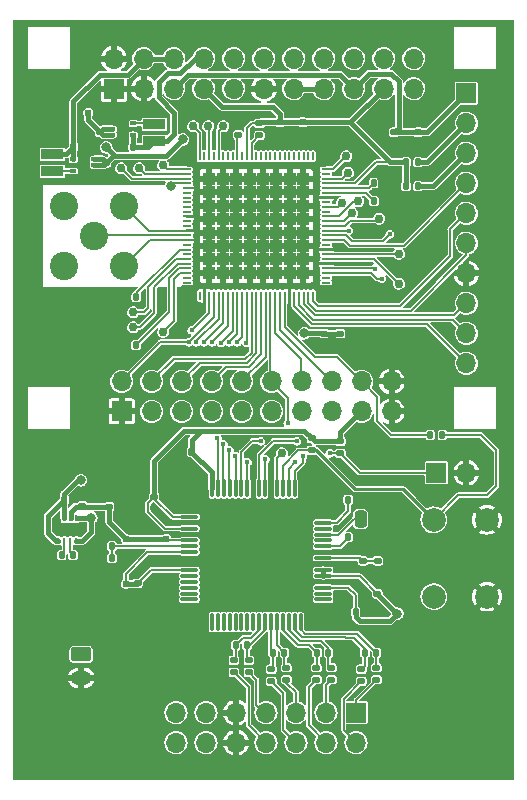
<source format=gbr>
%TF.GenerationSoftware,KiCad,Pcbnew,(6.0.7)*%
%TF.CreationDate,2022-09-29T10:24:13-07:00*%
%TF.ProjectId,sulu_ads1299,73756c75-5f61-4647-9331-3239392e6b69,rev?*%
%TF.SameCoordinates,Original*%
%TF.FileFunction,Copper,L1,Top*%
%TF.FilePolarity,Positive*%
%FSLAX46Y46*%
G04 Gerber Fmt 4.6, Leading zero omitted, Abs format (unit mm)*
G04 Created by KiCad (PCBNEW (6.0.7)) date 2022-09-29 10:24:13*
%MOMM*%
%LPD*%
G01*
G04 APERTURE LIST*
G04 Aperture macros list*
%AMRoundRect*
0 Rectangle with rounded corners*
0 $1 Rounding radius*
0 $2 $3 $4 $5 $6 $7 $8 $9 X,Y pos of 4 corners*
0 Add a 4 corners polygon primitive as box body*
4,1,4,$2,$3,$4,$5,$6,$7,$8,$9,$2,$3,0*
0 Add four circle primitives for the rounded corners*
1,1,$1+$1,$2,$3*
1,1,$1+$1,$4,$5*
1,1,$1+$1,$6,$7*
1,1,$1+$1,$8,$9*
0 Add four rect primitives between the rounded corners*
20,1,$1+$1,$2,$3,$4,$5,0*
20,1,$1+$1,$4,$5,$6,$7,0*
20,1,$1+$1,$6,$7,$8,$9,0*
20,1,$1+$1,$8,$9,$2,$3,0*%
G04 Aperture macros list end*
%TA.AperFunction,SMDPad,CuDef*%
%ADD10RoundRect,0.140000X0.170000X-0.140000X0.170000X0.140000X-0.170000X0.140000X-0.170000X-0.140000X0*%
%TD*%
%TA.AperFunction,SMDPad,CuDef*%
%ADD11RoundRect,0.140000X-0.140000X-0.170000X0.140000X-0.170000X0.140000X0.170000X-0.140000X0.170000X0*%
%TD*%
%TA.AperFunction,ComponentPad*%
%ADD12C,0.762000*%
%TD*%
%TA.AperFunction,SMDPad,CuDef*%
%ADD13RoundRect,0.135000X0.185000X-0.135000X0.185000X0.135000X-0.185000X0.135000X-0.185000X-0.135000X0*%
%TD*%
%TA.AperFunction,SMDPad,CuDef*%
%ADD14RoundRect,0.140000X0.140000X0.170000X-0.140000X0.170000X-0.140000X-0.170000X0.140000X-0.170000X0*%
%TD*%
%TA.AperFunction,SMDPad,CuDef*%
%ADD15R,0.250000X0.500000*%
%TD*%
%TA.AperFunction,ComponentPad*%
%ADD16C,0.600000*%
%TD*%
%TA.AperFunction,SMDPad,CuDef*%
%ADD17R,1.600000X0.900000*%
%TD*%
%TA.AperFunction,SMDPad,CuDef*%
%ADD18RoundRect,0.140000X-0.170000X0.140000X-0.170000X-0.140000X0.170000X-0.140000X0.170000X0.140000X0*%
%TD*%
%TA.AperFunction,SMDPad,CuDef*%
%ADD19RoundRect,0.135000X0.135000X0.185000X-0.135000X0.185000X-0.135000X-0.185000X0.135000X-0.185000X0*%
%TD*%
%TA.AperFunction,SMDPad,CuDef*%
%ADD20R,0.500000X0.300000*%
%TD*%
%TA.AperFunction,SMDPad,CuDef*%
%ADD21RoundRect,0.135000X-0.135000X-0.185000X0.135000X-0.185000X0.135000X0.185000X-0.135000X0.185000X0*%
%TD*%
%TA.AperFunction,SMDPad,CuDef*%
%ADD22RoundRect,0.135000X-0.185000X0.135000X-0.185000X-0.135000X0.185000X-0.135000X0.185000X0.135000X0*%
%TD*%
%TA.AperFunction,SMDPad,CuDef*%
%ADD23RoundRect,0.075000X0.075000X-0.662500X0.075000X0.662500X-0.075000X0.662500X-0.075000X-0.662500X0*%
%TD*%
%TA.AperFunction,SMDPad,CuDef*%
%ADD24RoundRect,0.075000X0.662500X-0.075000X0.662500X0.075000X-0.662500X0.075000X-0.662500X-0.075000X0*%
%TD*%
%TA.AperFunction,ComponentPad*%
%ADD25R,1.700000X1.700000*%
%TD*%
%TA.AperFunction,ComponentPad*%
%ADD26O,1.700000X1.700000*%
%TD*%
%TA.AperFunction,SMDPad,CuDef*%
%ADD27O,0.800000X0.200000*%
%TD*%
%TA.AperFunction,SMDPad,CuDef*%
%ADD28O,0.200000X0.800000*%
%TD*%
%TA.AperFunction,ComponentPad*%
%ADD29C,0.568750*%
%TD*%
%TA.AperFunction,SMDPad,CuDef*%
%ADD30R,1.137500X1.137500*%
%TD*%
%TA.AperFunction,ComponentPad*%
%ADD31C,2.000000*%
%TD*%
%TA.AperFunction,SMDPad,CuDef*%
%ADD32R,1.900000X0.850000*%
%TD*%
%TA.AperFunction,SMDPad,CuDef*%
%ADD33RoundRect,0.250000X-0.250000X-0.475000X0.250000X-0.475000X0.250000X0.475000X-0.250000X0.475000X0*%
%TD*%
%TA.AperFunction,ComponentPad*%
%ADD34C,2.400000*%
%TD*%
%TA.AperFunction,ComponentPad*%
%ADD35RoundRect,0.250000X-0.625000X0.350000X-0.625000X-0.350000X0.625000X-0.350000X0.625000X0.350000X0*%
%TD*%
%TA.AperFunction,ComponentPad*%
%ADD36O,1.750000X1.200000*%
%TD*%
%TA.AperFunction,ViaPad*%
%ADD37C,0.406400*%
%TD*%
%TA.AperFunction,ViaPad*%
%ADD38C,0.812800*%
%TD*%
%TA.AperFunction,ViaPad*%
%ADD39C,0.609600*%
%TD*%
%TA.AperFunction,Conductor*%
%ADD40C,0.406400*%
%TD*%
%TA.AperFunction,Conductor*%
%ADD41C,0.203200*%
%TD*%
%TA.AperFunction,Conductor*%
%ADD42C,0.254000*%
%TD*%
%TA.AperFunction,Conductor*%
%ADD43C,0.200000*%
%TD*%
%TA.AperFunction,Conductor*%
%ADD44C,0.127000*%
%TD*%
G04 APERTURE END LIST*
D10*
%TO.P,C26,1*%
%TO.N,+5V_REG*%
X81788000Y-92329000D03*
%TO.P,C26,2*%
%TO.N,GND*%
X81788000Y-91369000D03*
%TD*%
D11*
%TO.P,C23,1*%
%TO.N,Net-(C23-Pad1)*%
X106477000Y-66548000D03*
%TO.P,C23,2*%
%TO.N,GND*%
X107437000Y-66548000D03*
%TD*%
D12*
%TO.P,J8,1,pin*%
%TO.N,Net-(J8-Pad1)*%
X98679000Y-87884000D03*
%TD*%
D13*
%TO.P,R7,1*%
%TO.N,/ADS_IN4N_CONN*%
X94615000Y-106430000D03*
%TO.P,R7,2*%
%TO.N,/ADS_IN4N*%
X94615000Y-105410000D03*
%TD*%
%TO.P,R9,1*%
%TO.N,/ADS_IN3N_CONN*%
X97790000Y-107190000D03*
%TO.P,R9,2*%
%TO.N,/ADS_IN3N*%
X97790000Y-106170000D03*
%TD*%
D10*
%TO.P,C15,1*%
%TO.N,+5V_REG*%
X106779000Y-99794000D03*
%TO.P,C15,2*%
%TO.N,GND*%
X106779000Y-98834000D03*
%TD*%
D14*
%TO.P,C25,1*%
%TO.N,Net-(C25-Pad1)*%
X86332000Y-78740000D03*
%TO.P,C25,2*%
%TO.N,GND*%
X85372000Y-78740000D03*
%TD*%
D13*
%TO.P,R14,1*%
%TO.N,/ADS_IN1P_CONN*%
X106680000Y-107065000D03*
%TO.P,R14,2*%
%TO.N,/ADS_IN1P*%
X106680000Y-106045000D03*
%TD*%
D15*
%TO.P,U3,1,PFM*%
%TO.N,+EXT_BAT*%
X79768000Y-95311000D03*
%TO.P,U3,2,C1-*%
%TO.N,Net-(C7-Pad2)*%
X80268000Y-95311000D03*
%TO.P,U3,3,C1+*%
%TO.N,Net-(C7-Pad1)*%
X80768000Y-95311000D03*
%TO.P,U3,4,OUTDIS*%
%TO.N,+EXT_BAT*%
X81268000Y-95311000D03*
%TO.P,U3,5,EN*%
X81268000Y-93411000D03*
%TO.P,U3,6,VOUT*%
%TO.N,+5V_REG*%
X80768000Y-93411000D03*
%TO.P,U3,7,VIN*%
%TO.N,+EXT_BAT*%
X80268000Y-93411000D03*
%TO.P,U3,8,GND*%
%TO.N,GND*%
X79768000Y-93411000D03*
D16*
%TO.P,U3,9,GND*%
X81018000Y-94361000D03*
D17*
X80518000Y-94361000D03*
D16*
X80018000Y-94361000D03*
%TD*%
D10*
%TO.P,C5,1*%
%TO.N,+VDDAO*%
X94996000Y-60932000D03*
%TO.P,C5,2*%
%TO.N,GND*%
X94996000Y-59972000D03*
%TD*%
D14*
%TO.P,C24,1*%
%TO.N,Net-(C24-Pad1)*%
X86355000Y-74676000D03*
%TO.P,C24,2*%
%TO.N,GND*%
X85395000Y-74676000D03*
%TD*%
D18*
%TO.P,C2,1*%
%TO.N,+VBAT*%
X110236000Y-60711000D03*
%TO.P,C2,2*%
%TO.N,GND*%
X110236000Y-61671000D03*
%TD*%
%TO.P,C22,1*%
%TO.N,+VDDD*%
X100457000Y-59868000D03*
%TO.P,C22,2*%
%TO.N,GND*%
X100457000Y-60828000D03*
%TD*%
D12*
%TO.P,J19,1,pin*%
%TO.N,Net-(J19-Pad1)*%
X104648000Y-67564000D03*
%TD*%
D19*
%TO.P,R3,1*%
%TO.N,+NRF_VDDD*%
X110215000Y-63246000D03*
%TO.P,R3,2*%
%TO.N,+VDDD*%
X109195000Y-63246000D03*
%TD*%
D12*
%TO.P,J21,1,pin*%
%TO.N,Net-(J21-Pad1)*%
X108585000Y-70993000D03*
%TD*%
D18*
%TO.P,C_1.8_IN1,1*%
%TO.N,+EXT_BAT*%
X83820000Y-63297000D03*
%TO.P,C_1.8_IN1,2*%
%TO.N,GND*%
X83820000Y-64257000D03*
%TD*%
D12*
%TO.P,J10,1,pin*%
%TO.N,Net-(J10-Pad1)*%
X92456000Y-60198000D03*
%TD*%
D13*
%TO.P,R12,1*%
%TO.N,/ADS_IN2P_CONN*%
X102870000Y-107065000D03*
%TO.P,R12,2*%
%TO.N,/ADS_IN2P*%
X102870000Y-106045000D03*
%TD*%
%TO.P,R11,1*%
%TO.N,/ADS_IN2N_CONN*%
X101600000Y-107065000D03*
%TO.P,R11,2*%
%TO.N,/ADS_IN2N*%
X101600000Y-106045000D03*
%TD*%
D20*
%TO.P,U2,1,VOUT*%
%TO.N,+1.1V_REG*%
X86106000Y-60960000D03*
%TO.P,U2,2,VSS*%
%TO.N,GND*%
X86106000Y-60460000D03*
%TO.P,U2,3,SW*%
%TO.N,Net-(L2-Pad2)*%
X86106000Y-59960000D03*
%TO.P,U2,4,PVSS*%
%TO.N,GND*%
X84306000Y-59960000D03*
%TO.P,U2,5,VIN*%
%TO.N,/1.1V_IN*%
X84306000Y-60460000D03*
%TO.P,U2,6,EN*%
X84306000Y-60960000D03*
%TD*%
D11*
%TO.P,C14,1*%
%TO.N,+5V_REG*%
X104930000Y-101346000D03*
%TO.P,C14,2*%
%TO.N,GND*%
X105890000Y-101346000D03*
%TD*%
D13*
%TO.P,R13,1*%
%TO.N,/ADS_IN1N_CONN*%
X105410000Y-107190000D03*
%TO.P,R13,2*%
%TO.N,/ADS_IN1N*%
X105410000Y-106170000D03*
%TD*%
D21*
%TO.P,R4,1*%
%TO.N,+VDDD*%
X109195000Y-65278000D03*
%TO.P,R4,2*%
%TO.N,+NRF_GND*%
X110215000Y-65278000D03*
%TD*%
D18*
%TO.P,C21,1*%
%TO.N,+VDDD*%
X98552000Y-59868000D03*
%TO.P,C21,2*%
%TO.N,GND*%
X98552000Y-60828000D03*
%TD*%
D12*
%TO.P,J17,1,pin*%
%TO.N,Net-(J17-Pad1)*%
X103759000Y-66675000D03*
%TD*%
D14*
%TO.P,C6,1*%
%TO.N,+EXT_BAT*%
X80264000Y-91821000D03*
%TO.P,C6,2*%
%TO.N,GND*%
X79304000Y-91821000D03*
%TD*%
D13*
%TO.P,R8,1*%
%TO.N,/ADS_IN4P_CONN*%
X95885000Y-106430000D03*
%TO.P,R8,2*%
%TO.N,/ADS_IN4P*%
X95885000Y-105410000D03*
%TD*%
D22*
%TO.P,R2,1*%
%TO.N,/SCUM_GPIO7*%
X103632000Y-86866000D03*
%TO.P,R2,2*%
%TO.N,/~{ADS_PWDN}*%
X103632000Y-87886000D03*
%TD*%
D18*
%TO.P,C11,1*%
%TO.N,/SCUM_GPIO7*%
X87884000Y-91595000D03*
%TO.P,C11,2*%
%TO.N,GND*%
X87884000Y-92555000D03*
%TD*%
D10*
%TO.P,C13,1*%
%TO.N,/ADS1299/VREFP*%
X106807000Y-97000000D03*
%TO.P,C13,2*%
%TO.N,GND*%
X106807000Y-96040000D03*
%TD*%
D22*
%TO.P,R1,1*%
%TO.N,/SCUM_GPIO7*%
X101219000Y-86612000D03*
%TO.P,R1,2*%
%TO.N,/~{ADS_RESET}*%
X101219000Y-87632000D03*
%TD*%
D10*
%TO.P,C12,1*%
%TO.N,/ADS1299/VREFP*%
X105537000Y-97000000D03*
%TO.P,C12,2*%
%TO.N,GND*%
X105537000Y-96040000D03*
%TD*%
D20*
%TO.P,U1,1,VOUT*%
%TO.N,+1.8V_REG*%
X81004000Y-63008000D03*
%TO.P,U1,2,VSS*%
%TO.N,GND*%
X81004000Y-63508000D03*
%TO.P,U1,3,SW*%
%TO.N,Net-(L1-Pad2)*%
X81004000Y-64008000D03*
%TO.P,U1,4,PVSS*%
%TO.N,GND*%
X82804000Y-64008000D03*
%TO.P,U1,5,VIN*%
%TO.N,+EXT_BAT*%
X82804000Y-63508000D03*
%TO.P,U1,6,EN*%
X82804000Y-63008000D03*
%TD*%
D22*
%TO.P,R5,1*%
%TO.N,+VDDD*%
X96774000Y-59965000D03*
%TO.P,R5,2*%
%TO.N,Net-(R5-Pad2)*%
X96774000Y-60985000D03*
%TD*%
D11*
%TO.P,C29,1*%
%TO.N,/ADS_IN4N*%
X94770000Y-104140000D03*
%TO.P,C29,2*%
%TO.N,/ADS_IN4P*%
X95730000Y-104140000D03*
%TD*%
D14*
%TO.P,C17,1*%
%TO.N,/ADS1299/VCAP3*%
X84300000Y-96774000D03*
%TO.P,C17,2*%
%TO.N,GND*%
X83340000Y-96774000D03*
%TD*%
D23*
%TO.P,U4,1,IN8N*%
%TO.N,unconnected-(U4-Pad1)*%
X92765000Y-102182500D03*
%TO.P,U4,2,IN8P*%
%TO.N,unconnected-(U4-Pad2)*%
X93265000Y-102182500D03*
%TO.P,U4,3,IN7N*%
%TO.N,unconnected-(U4-Pad3)*%
X93765000Y-102182500D03*
%TO.P,U4,4,IN7P*%
%TO.N,unconnected-(U4-Pad4)*%
X94265000Y-102182500D03*
%TO.P,U4,5,IN6N*%
%TO.N,unconnected-(U4-Pad5)*%
X94765000Y-102182500D03*
%TO.P,U4,6,IN6P*%
%TO.N,unconnected-(U4-Pad6)*%
X95265000Y-102182500D03*
%TO.P,U4,7,IN5N*%
%TO.N,unconnected-(U4-Pad7)*%
X95765000Y-102182500D03*
%TO.P,U4,8,IN5P*%
%TO.N,unconnected-(U4-Pad8)*%
X96265000Y-102182500D03*
%TO.P,U4,9,IN4N*%
%TO.N,/ADS_IN4N*%
X96765000Y-102182500D03*
%TO.P,U4,10,IN4P*%
%TO.N,/ADS_IN4P*%
X97265000Y-102182500D03*
%TO.P,U4,11,IN3N*%
%TO.N,/ADS_IN3N*%
X97765000Y-102182500D03*
%TO.P,U4,12,IN3P*%
%TO.N,/ADS_IN3P*%
X98265000Y-102182500D03*
%TO.P,U4,13,IN2N*%
%TO.N,/ADS_IN2N*%
X98765000Y-102182500D03*
%TO.P,U4,14,IN2P*%
%TO.N,/ADS_IN2P*%
X99265000Y-102182500D03*
%TO.P,U4,15,IN1N*%
%TO.N,/ADS_IN1N*%
X99765000Y-102182500D03*
%TO.P,U4,16,IN1P*%
%TO.N,/ADS_IN1P*%
X100265000Y-102182500D03*
D24*
%TO.P,U4,17,SRB1*%
%TO.N,unconnected-(U4-Pad)*%
X102177500Y-100270000D03*
%TO.P,U4,18,SRB2*%
%TO.N,unconnected-(U4-Pad18)*%
X102177500Y-99770000D03*
%TO.P,U4,19,AVDD*%
%TO.N,+5V_REG*%
X102177500Y-99270000D03*
%TO.P,U4,20,AVSS*%
%TO.N,GND*%
X102177500Y-98770000D03*
%TO.P,U4,21,AVDD*%
%TO.N,+5V_REG*%
X102177500Y-98270000D03*
%TO.P,U4,22,AVDD*%
X102177500Y-97770000D03*
%TO.P,U4,23,AVSS*%
%TO.N,GND*%
X102177500Y-97270000D03*
%TO.P,U4,24,VREFP*%
%TO.N,/ADS1299/VREFP*%
X102177500Y-96770000D03*
%TO.P,U4,25,VREFN*%
%TO.N,GND*%
X102177500Y-96270000D03*
%TO.P,U4,26,VCAP4*%
%TO.N,/ADS1299/VCAP4*%
X102177500Y-95770000D03*
%TO.P,U4,27,NC*%
%TO.N,unconnected-(U4-Pad27)*%
X102177500Y-95270000D03*
%TO.P,U4,28,VCAP1*%
%TO.N,/ADS1299/VCAP1*%
X102177500Y-94770000D03*
%TO.P,U4,29,NC*%
%TO.N,unconnected-(U4-Pad29)*%
X102177500Y-94270000D03*
%TO.P,U4,30,VCAP2*%
%TO.N,/ADS1299/VCAP2*%
X102177500Y-93770000D03*
%TO.P,U4,31,RESV1*%
%TO.N,GND*%
X102177500Y-93270000D03*
%TO.P,U4,32,AVSS*%
X102177500Y-92770000D03*
D23*
%TO.P,U4,33,DGND*%
X100265000Y-90857500D03*
%TO.P,U4,34,DIN*%
%TO.N,/SCUM_GPIO12*%
X99765000Y-90857500D03*
%TO.P,U4,35,~{PWDN}*%
%TO.N,/~{ADS_PWDN}*%
X99265000Y-90857500D03*
%TO.P,U4,36,~{RESET}*%
%TO.N,/~{ADS_RESET}*%
X98765000Y-90857500D03*
%TO.P,U4,37,CLK*%
%TO.N,Net-(J8-Pad1)*%
X98265000Y-90857500D03*
%TO.P,U4,38,START*%
%TO.N,GND*%
X97765000Y-90857500D03*
%TO.P,U4,39,~{CS}*%
%TO.N,/SCUM_GPIO11*%
X97265000Y-90857500D03*
%TO.P,U4,40,SCLK*%
%TO.N,/SCUM_GPIO14*%
X96765000Y-90857500D03*
%TO.P,U4,41,DAISY_IN*%
%TO.N,GND*%
X96265000Y-90857500D03*
%TO.P,U4,42,GPIO1*%
%TO.N,/ADS_GPIO1*%
X95765000Y-90857500D03*
%TO.P,U4,43,DOUT*%
%TO.N,/SCUM_GPIO13*%
X95265000Y-90857500D03*
%TO.P,U4,44,GPIO2*%
%TO.N,/ADS_GPIO2*%
X94765000Y-90857500D03*
%TO.P,U4,45,GPIO3*%
%TO.N,/ADS_GPIO3*%
X94265000Y-90857500D03*
%TO.P,U4,46,GPIO4*%
%TO.N,/ADS_GPIO4*%
X93765000Y-90857500D03*
%TO.P,U4,47,~{DRDY}*%
%TO.N,/SCUM_GPIO3*%
X93265000Y-90857500D03*
%TO.P,U4,48,DVDD*%
%TO.N,/SCUM_GPIO7*%
X92765000Y-90857500D03*
D24*
%TO.P,U4,49,DGND*%
%TO.N,GND*%
X90852500Y-92770000D03*
%TO.P,U4,50,DVDD*%
%TO.N,/SCUM_GPIO7*%
X90852500Y-93270000D03*
%TO.P,U4,51,DGND*%
%TO.N,GND*%
X90852500Y-93770000D03*
%TO.P,U4,52,CLKSEL*%
%TO.N,/SCUM_GPIO7*%
X90852500Y-94270000D03*
%TO.P,U4,53,AVSS1*%
%TO.N,GND*%
X90852500Y-94770000D03*
%TO.P,U4,54,AVDD1*%
%TO.N,+5V_REG*%
X90852500Y-95270000D03*
%TO.P,U4,55,VCAP3*%
%TO.N,/ADS1299/VCAP3*%
X90852500Y-95770000D03*
%TO.P,U4,56,AVDD*%
%TO.N,+5V_REG*%
X90852500Y-96270000D03*
%TO.P,U4,57,AVSS*%
%TO.N,GND*%
X90852500Y-96770000D03*
%TO.P,U4,58,AVSS*%
X90852500Y-97270000D03*
%TO.P,U4,59,AVDD*%
%TO.N,+5V_REG*%
X90852500Y-97770000D03*
%TO.P,U4,60,BIASREF*%
%TO.N,unconnected-(U4-Pad60)*%
X90852500Y-98270000D03*
%TO.P,U4,61,BIASINV*%
%TO.N,unconnected-(U4-Pad61)*%
X90852500Y-98770000D03*
%TO.P,U4,62,BIASIN*%
%TO.N,unconnected-(U4-Pad62)*%
X90852500Y-99270000D03*
%TO.P,U4,63,BIASOUT*%
%TO.N,unconnected-(U4-Pad63)*%
X90852500Y-99770000D03*
%TO.P,U4,64,RESERVED*%
%TO.N,unconnected-(U4-Pad64)*%
X90852500Y-100270000D03*
%TD*%
D14*
%TO.P,C18,1*%
%TO.N,/ADS1299/VCAP3*%
X84300000Y-95758000D03*
%TO.P,C18,2*%
%TO.N,GND*%
X83340000Y-95758000D03*
%TD*%
D12*
%TO.P,J22,1,pin*%
%TO.N,Net-(J22-Pad1)*%
X108585000Y-73533000D03*
%TD*%
D14*
%TO.P,C7,1*%
%TO.N,Net-(C7-Pad1)*%
X80998000Y-96520000D03*
%TO.P,C7,2*%
%TO.N,Net-(C7-Pad2)*%
X80038000Y-96520000D03*
%TD*%
D12*
%TO.P,J13,1,pin*%
%TO.N,Net-(J13-Pad1)*%
X88646000Y-63500000D03*
%TD*%
D25*
%TO.P,J7,1,Pin_1*%
%TO.N,/ADS_IN1P_CONN*%
X104962000Y-109855000D03*
D26*
%TO.P,J7,2,Pin_2*%
%TO.N,/ADS_IN1N_CONN*%
X104962000Y-112395000D03*
%TO.P,J7,3,Pin_3*%
%TO.N,/ADS_IN2P_CONN*%
X102422000Y-109855000D03*
%TO.P,J7,4,Pin_4*%
%TO.N,/ADS_IN2N_CONN*%
X102422000Y-112395000D03*
%TO.P,J7,5,Pin_5*%
%TO.N,/ADS_IN3P_CONN*%
X99882000Y-109855000D03*
%TO.P,J7,6,Pin_6*%
%TO.N,/ADS_IN3N_CONN*%
X99882000Y-112395000D03*
%TO.P,J7,7,Pin_7*%
%TO.N,/ADS_IN4P_CONN*%
X97342000Y-109855000D03*
%TO.P,J7,8,Pin_8*%
%TO.N,/ADS_IN4N_CONN*%
X97342000Y-112395000D03*
%TO.P,J7,9,Pin_9*%
%TO.N,GND*%
X94802000Y-109855000D03*
%TO.P,J7,10,Pin_10*%
X94802000Y-112395000D03*
%TO.P,J7,11,Pin_11*%
%TO.N,/ADS_GPIO1*%
X92262000Y-109855000D03*
%TO.P,J7,12,Pin_12*%
%TO.N,/ADS_GPIO3*%
X92262000Y-112395000D03*
%TO.P,J7,13,Pin_13*%
%TO.N,/ADS_GPIO2*%
X89722000Y-109855000D03*
%TO.P,J7,14,Pin_14*%
%TO.N,/ADS_GPIO4*%
X89722000Y-112395000D03*
%TD*%
D12*
%TO.P,J25,1,pin*%
%TO.N,Net-(J25-Pad1)*%
X88646000Y-77597000D03*
%TD*%
D27*
%TO.P,U5,1,NC*%
%TO.N,Net-(J13-Pad1)*%
X90620000Y-63838000D03*
%TO.P,U5,2,NC*%
%TO.N,Net-(J14-Pad1)*%
X90620000Y-64238000D03*
%TO.P,U5,3,NC*%
%TO.N,Net-(J16-Pad1)*%
X90620000Y-64638000D03*
%TO.P,U5,4,VBAT*%
%TO.N,+VBAT*%
X90620000Y-65038000D03*
%TO.P,U5,5,GND*%
%TO.N,GND*%
X90620000Y-65438000D03*
%TO.P,U5,6,IF_DBG_IN_QP*%
%TO.N,unconnected-(U5-Pad6)*%
X90620000Y-65838000D03*
%TO.P,U5,7,IF_DBG_OUT_QP*%
%TO.N,unconnected-(U5-Pad7)*%
X90620000Y-66238000D03*
%TO.P,U5,8,IF_DBG_IN_QN*%
%TO.N,unconnected-(U5-Pad8)*%
X90620000Y-66638000D03*
%TO.P,U5,9,IF_DBG_OUT_QN*%
%TO.N,unconnected-(U5-Pad9)*%
X90620000Y-67038000D03*
%TO.P,U5,10,VDD25*%
%TO.N,+VDD25*%
X90620000Y-67438000D03*
%TO.P,U5,11,GND*%
%TO.N,GND*%
X90620000Y-67838000D03*
%TO.P,U5,12,VDD_ALWAYSON_DISABLE*%
%TO.N,unconnected-(U5-Pad12)*%
X90620000Y-68238000D03*
%TO.P,U5,13,IF_EXT_CLK*%
%TO.N,unconnected-(U5-Pad13)*%
X90620000Y-68638000D03*
%TO.P,U5,14,RF_GND*%
%TO.N,GND*%
X90620000Y-69038000D03*
%TO.P,U5,15,RF_IN*%
%TO.N,/SCuM-3C/ANTENNA*%
X90620000Y-69438000D03*
%TO.P,U5,16,RF_GND*%
%TO.N,GND*%
X90620000Y-69838000D03*
%TO.P,U5,17,VBAT*%
%TO.N,unconnected-(U5-Pad17)*%
X90620000Y-70238000D03*
%TO.P,U5,18,PA_LDO_OUTPUT*%
%TO.N,Net-(C24-Pad1)*%
X90620000Y-70638000D03*
%TO.P,U5,19,STATIC_DIVIDER_OUTPUT*%
%TO.N,unconnected-(U5-Pad19)*%
X90620000Y-71038000D03*
%TO.P,U5,20,MOD_IN*%
%TO.N,Net-(J23-Pad1)*%
X90620000Y-71438000D03*
%TO.P,U5,21,MOD_CLK_IN*%
%TO.N,Net-(J24-Pad1)*%
X90620000Y-71838000D03*
%TO.P,U5,22,LO_LDO_OUTPUT*%
%TO.N,Net-(C25-Pad1)*%
X90620000Y-72238000D03*
%TO.P,U5,23,800mV_BANDGAP*%
%TO.N,Net-(J25-Pad1)*%
X90620000Y-72638000D03*
%TO.P,U5,24,NC*%
%TO.N,unconnected-(U5-Pad24)*%
X90620000Y-73038000D03*
%TO.P,U5,25,NC*%
%TO.N,unconnected-(U5-Pad25)*%
X90620000Y-73438000D03*
D28*
%TO.P,U5,26,VBAT*%
%TO.N,unconnected-(U5-Pad26)*%
X91720000Y-74538000D03*
%TO.P,U5,27,GND*%
%TO.N,GND*%
X92120000Y-74538000D03*
%TO.P,U5,28,GPIO0*%
%TO.N,/SCUM_GPIO0*%
X92520000Y-74538000D03*
%TO.P,U5,29,GPIO1*%
%TO.N,/SCUM_GPIO1*%
X92920000Y-74538000D03*
%TO.P,U5,30,GPIO2*%
%TO.N,/SCUM_GPIO2*%
X93320000Y-74538000D03*
%TO.P,U5,31,GPIO3*%
%TO.N,/SCUM_GPIO3*%
X93720000Y-74538000D03*
%TO.P,U5,32,GPIO4*%
%TO.N,/SCUM_GPIO4*%
X94120000Y-74538000D03*
%TO.P,U5,33,GPIO5*%
%TO.N,/SCUM_GPIO5*%
X94520000Y-74538000D03*
%TO.P,U5,34,GPIO6*%
%TO.N,/SCUM_GPIO6*%
X94920000Y-74538000D03*
%TO.P,U5,35,GPIO7*%
%TO.N,/SCUM_GPIO7*%
X95320000Y-74538000D03*
%TO.P,U5,36,VDDIO*%
%TO.N,+VDDIO*%
X95720000Y-74538000D03*
%TO.P,U5,37,GPIO8*%
%TO.N,/SCUM_GPIO8*%
X96120000Y-74538000D03*
%TO.P,U5,38,GPIO9*%
%TO.N,/SCUM_GPIO9*%
X96520000Y-74538000D03*
%TO.P,U5,39,GPIO10*%
%TO.N,/SCUM_GPIO10*%
X96920000Y-74538000D03*
%TO.P,U5,40,GPIO11*%
%TO.N,/SCUM_GPIO11*%
X97320000Y-74538000D03*
%TO.P,U5,41,GPIO12*%
%TO.N,/SCUM_GPIO12*%
X97720000Y-74538000D03*
%TO.P,U5,42,GPIO13*%
%TO.N,/SCUM_GPIO13*%
X98120000Y-74538000D03*
%TO.P,U5,43,GPIO14*%
%TO.N,/SCUM_GPIO14*%
X98520000Y-74538000D03*
%TO.P,U5,44,GPIO15*%
%TO.N,/SCUM_GPIO15*%
X98920000Y-74538000D03*
%TO.P,U5,45,GND*%
%TO.N,GND*%
X99320000Y-74538000D03*
%TO.P,U5,46,RSTX*%
%TO.N,/RsTx*%
X99720000Y-74538000D03*
%TO.P,U5,47,RSRX*%
%TO.N,/RsRx*%
X100120000Y-74538000D03*
%TO.P,U5,48,3WB_CLK*%
%TO.N,/3WB_CLK*%
X100520000Y-74538000D03*
%TO.P,U5,49,3WB_ENB*%
%TO.N,/3WB_ENB*%
X100920000Y-74538000D03*
%TO.P,U5,50,3WB_DATA*%
%TO.N,/3WB_DATA*%
X101320000Y-74538000D03*
D27*
%TO.P,U5,51,NC*%
%TO.N,unconnected-(U5-Pad51)*%
X102420000Y-73438000D03*
%TO.P,U5,52,NC*%
%TO.N,unconnected-(U5-Pad52)*%
X102420000Y-73038000D03*
%TO.P,U5,53,SENSOR_LDO_OUTPUT*%
%TO.N,/SENSOR_LDO_OUTPUT*%
X102420000Y-72638000D03*
%TO.P,U5,54,SENSOR_EXT_IN*%
%TO.N,/SENSOR_EXT_IN*%
X102420000Y-72238000D03*
%TO.P,U5,55,GND*%
%TO.N,GND*%
X102420000Y-71838000D03*
%TO.P,U5,56,LF_CLK_EXT_IN*%
%TO.N,Net-(J22-Pad1)*%
X102420000Y-71438000D03*
%TO.P,U5,57,GPO_ZERO*%
%TO.N,Net-(J21-Pad1)*%
X102420000Y-71038000D03*
%TO.P,U5,58,GND*%
%TO.N,GND*%
X102420000Y-70638000D03*
%TO.P,U5,59,VBAT*%
%TO.N,unconnected-(U5-Pad59)*%
X102420000Y-70238000D03*
%TO.P,U5,60,HARD_RESET*%
%TO.N,/HARD_RESET*%
X102420000Y-69838000D03*
%TO.P,U5,61,BOOT_SOURCE_SELECT*%
%TO.N,/BOOT_SOURCE_SEL*%
X102420000Y-69438000D03*
%TO.P,U5,62,VBAT*%
%TO.N,+VBAT*%
X102420000Y-69038000D03*
%TO.P,U5,63,ASC_PHI2*%
%TO.N,Net-(J20-Pad1)*%
X102420000Y-68638000D03*
%TO.P,U5,64,ASC_PHI1*%
%TO.N,Net-(J19-Pad1)*%
X102420000Y-68238000D03*
%TO.P,U5,65,ASC_OUT*%
%TO.N,Net-(J18-Pad1)*%
X102420000Y-67838000D03*
%TO.P,U5,66,ASC_LOAD*%
%TO.N,unconnected-(U5-Pad66)*%
X102420000Y-67438000D03*
%TO.P,U5,67,ASC_IN*%
%TO.N,Net-(J17-Pad1)*%
X102420000Y-67038000D03*
%TO.P,U5,68,ASC_EXT_OVERRIDE*%
%TO.N,unconnected-(U5-Pad68)*%
X102420000Y-66638000D03*
%TO.P,U5,69,GND*%
%TO.N,GND*%
X102420000Y-66238000D03*
%TO.P,U5,70,AUX_LDO_OUTPUT*%
%TO.N,Net-(C23-Pad1)*%
X102420000Y-65838000D03*
%TO.P,U5,71,VDDD_DISABLE*%
%TO.N,Net-(R6-Pad1)*%
X102420000Y-65438000D03*
%TO.P,U5,72,VDDD_LDO_OUTPUT*%
%TO.N,+VDDD*%
X102420000Y-65038000D03*
%TO.P,U5,73,NC*%
%TO.N,Net-(J15-Pad1)*%
X102420000Y-64638000D03*
%TO.P,U5,74,NC*%
%TO.N,unconnected-(U5-Pad74)*%
X102420000Y-64238000D03*
%TO.P,U5,75,NC*%
%TO.N,Net-(J12-Pad1)*%
X102420000Y-63838000D03*
D28*
%TO.P,U5,76,NC*%
%TO.N,unconnected-(U5-Pad76)*%
X101320000Y-62738000D03*
%TO.P,U5,77,NC*%
%TO.N,unconnected-(U5-Pad77)*%
X100920000Y-62738000D03*
%TO.P,U5,78,NC*%
%TO.N,unconnected-(U5-Pad78)*%
X100520000Y-62738000D03*
%TO.P,U5,79,NC*%
%TO.N,unconnected-(U5-Pad79)*%
X100120000Y-62738000D03*
%TO.P,U5,80,SOFT_RESET*%
%TO.N,unconnected-(U5-Pad80)*%
X99720000Y-62738000D03*
%TO.P,U5,81,NC*%
%TO.N,unconnected-(U5-Pad81)*%
X99320000Y-62738000D03*
%TO.P,U5,82,NC*%
%TO.N,unconnected-(U5-Pad82)*%
X98920000Y-62738000D03*
%TO.P,U5,83,NC*%
%TO.N,unconnected-(U5-Pad83)*%
X98520000Y-62738000D03*
%TO.P,U5,84,NC*%
%TO.N,unconnected-(U5-Pad84)*%
X98120000Y-62738000D03*
%TO.P,U5,85,NC*%
%TO.N,unconnected-(U5-Pad85)*%
X97720000Y-62738000D03*
%TO.P,U5,86,NC*%
%TO.N,unconnected-(U5-Pad86)*%
X97320000Y-62738000D03*
%TO.P,U5,87,NC*%
%TO.N,unconnected-(U5-Pad87)*%
X96920000Y-62738000D03*
%TO.P,U5,88,NC*%
%TO.N,unconnected-(U5-Pad88)*%
X96520000Y-62738000D03*
%TO.P,U5,89,CLOCK_SELECT*%
%TO.N,Net-(R5-Pad2)*%
X96120000Y-62738000D03*
%TO.P,U5,90,VDDD*%
%TO.N,+VDDD*%
X95720000Y-62738000D03*
%TO.P,U5,91,NC*%
%TO.N,unconnected-(U5-Pad91)*%
X95320000Y-62738000D03*
%TO.P,U5,92,ALWAYSON_LDO*%
%TO.N,+VDDAO*%
X94920000Y-62738000D03*
%TO.P,U5,93,NC*%
%TO.N,unconnected-(U5-Pad93)*%
X94520000Y-62738000D03*
%TO.P,U5,94,NC*%
%TO.N,unconnected-(U5-Pad94)*%
X94120000Y-62738000D03*
%TO.P,U5,95,NC*%
%TO.N,unconnected-(U5-Pad95)*%
X93720000Y-62738000D03*
%TO.P,U5,96,NC*%
%TO.N,Net-(J11-Pad1)*%
X93320000Y-62738000D03*
%TO.P,U5,97,NC*%
%TO.N,unconnected-(U5-Pad97)*%
X92920000Y-62738000D03*
%TO.P,U5,98,NC*%
%TO.N,Net-(J10-Pad1)*%
X92520000Y-62738000D03*
%TO.P,U5,99,NC*%
%TO.N,unconnected-(U5-Pad99)*%
X92120000Y-62738000D03*
%TO.P,U5,100,NC*%
%TO.N,Net-(J9-Pad1)*%
X91720000Y-62738000D03*
D29*
%TO.P,U5,101,GND*%
%TO.N,GND*%
X95951250Y-68069250D03*
X100501250Y-66931750D03*
X99363750Y-66931750D03*
X100501250Y-70344250D03*
X94813750Y-70344250D03*
D30*
X92538750Y-66931750D03*
D29*
X99363750Y-64656750D03*
X93676250Y-70344250D03*
D30*
X95951250Y-71481750D03*
X100501250Y-72619250D03*
D29*
X97088750Y-68069250D03*
X100501250Y-65794250D03*
X100501250Y-72619250D03*
D30*
X100501250Y-65794250D03*
X92538750Y-70344250D03*
D29*
X95951250Y-69206750D03*
X93676250Y-71481750D03*
D30*
X95951250Y-64656750D03*
X93676250Y-65794250D03*
X93676250Y-68069250D03*
D29*
X97088750Y-70344250D03*
X99363750Y-70344250D03*
D30*
X97088750Y-68069250D03*
D29*
X94813750Y-72619250D03*
D30*
X94813750Y-64656750D03*
D29*
X95951250Y-72619250D03*
X94813750Y-66931750D03*
X94813750Y-65794250D03*
X97088750Y-69206750D03*
D30*
X94813750Y-70344250D03*
X94813750Y-68069250D03*
X100501250Y-66931750D03*
X98226250Y-66931750D03*
X92538750Y-71481750D03*
X100501250Y-71481750D03*
D29*
X97088750Y-72619250D03*
D30*
X93676250Y-72619250D03*
X98226250Y-69206750D03*
X94813750Y-69206750D03*
D29*
X100501250Y-68069250D03*
X98226250Y-70344250D03*
X98226250Y-72619250D03*
X95951250Y-71481750D03*
X99363750Y-68069250D03*
D30*
X99363750Y-68069250D03*
X97088750Y-70344250D03*
D29*
X98226250Y-65794250D03*
X99363750Y-65794250D03*
D30*
X95951250Y-65794250D03*
D29*
X94813750Y-64656750D03*
D30*
X97088750Y-71481750D03*
D29*
X97088750Y-66931750D03*
D30*
X93676250Y-64656750D03*
D29*
X98226250Y-66931750D03*
X97088750Y-71481750D03*
D30*
X98226250Y-68069250D03*
D29*
X92538750Y-69206750D03*
X100501250Y-64656750D03*
X95951250Y-65794250D03*
X94813750Y-69206750D03*
X97088750Y-65794250D03*
D30*
X94813750Y-72619250D03*
D29*
X100501250Y-69206750D03*
D30*
X99363750Y-66931750D03*
D29*
X93676250Y-72619250D03*
D30*
X97088750Y-64656750D03*
X97088750Y-66931750D03*
X98226250Y-65794250D03*
X93676250Y-66931750D03*
D29*
X92538750Y-65794250D03*
D30*
X98226250Y-64656750D03*
D29*
X92538750Y-72619250D03*
D30*
X99363750Y-71481750D03*
X97088750Y-72619250D03*
X93676250Y-71481750D03*
D29*
X98226250Y-69206750D03*
D30*
X93676250Y-69206750D03*
X95951250Y-69206750D03*
D29*
X99363750Y-72619250D03*
D30*
X93676250Y-70344250D03*
D29*
X92538750Y-71481750D03*
D30*
X98226250Y-72619250D03*
X98226250Y-71481750D03*
X92538750Y-72619250D03*
D29*
X98226250Y-68069250D03*
X93676250Y-69206750D03*
X100501250Y-71481750D03*
D30*
X100501250Y-70344250D03*
X92538750Y-64656750D03*
X95951250Y-70344250D03*
X100501250Y-64656750D03*
X99363750Y-64656750D03*
D29*
X93676250Y-68069250D03*
D30*
X97088750Y-65794250D03*
X99363750Y-69206750D03*
X97088750Y-69206750D03*
D29*
X98226250Y-71481750D03*
D30*
X92538750Y-69206750D03*
D29*
X99363750Y-69206750D03*
D30*
X94813750Y-66931750D03*
X100501250Y-68069250D03*
D29*
X92538750Y-64656750D03*
D30*
X100501250Y-69206750D03*
X92538750Y-65794250D03*
D29*
X93676250Y-65794250D03*
X95951250Y-66931750D03*
D30*
X94813750Y-71481750D03*
D29*
X94813750Y-68069250D03*
D30*
X92538750Y-68069250D03*
X94813750Y-65794250D03*
X98226250Y-70344250D03*
D29*
X94813750Y-71481750D03*
D30*
X95951250Y-66931750D03*
D29*
X98226250Y-64656750D03*
X95951250Y-64656750D03*
D30*
X99363750Y-65794250D03*
D29*
X99363750Y-71481750D03*
X97088750Y-64656750D03*
D30*
X99363750Y-72619250D03*
X95951250Y-68069250D03*
D29*
X93676250Y-66931750D03*
X95951250Y-70344250D03*
X92538750Y-66931750D03*
D30*
X95951250Y-72619250D03*
D29*
X92538750Y-70344250D03*
X93676250Y-64656750D03*
D30*
X99363750Y-70344250D03*
D29*
X92538750Y-68069250D03*
%TD*%
D12*
%TO.P,J9,1,pin*%
%TO.N,Net-(J9-Pad1)*%
X91186000Y-60198000D03*
%TD*%
D14*
%TO.P,C10,1*%
%TO.N,/SCUM_GPIO7*%
X91031000Y-87757000D03*
%TO.P,C10,2*%
%TO.N,GND*%
X90071000Y-87757000D03*
%TD*%
D12*
%TO.P,J20,1,pin*%
%TO.N,Net-(J20-Pad1)*%
X106934000Y-68021200D03*
%TD*%
D18*
%TO.P,C1,1*%
%TO.N,+VBAT*%
X108204000Y-60711000D03*
%TO.P,C1,2*%
%TO.N,GND*%
X108204000Y-61671000D03*
%TD*%
D14*
%TO.P,C_1.8_OUT1,1*%
%TO.N,GND*%
X81991000Y-61976000D03*
%TO.P,C_1.8_OUT1,2*%
%TO.N,+1.8V_REG*%
X81031000Y-61976000D03*
%TD*%
D31*
%TO.P,SW1,1,1*%
%TO.N,/~{ADS_RESET}*%
X111542000Y-93524000D03*
X111542000Y-100024000D03*
%TO.P,SW1,2,2*%
%TO.N,GND*%
X116042000Y-100024000D03*
X116042000Y-93524000D03*
%TD*%
D10*
%TO.P,C9,1*%
%TO.N,+5V_REG*%
X86461600Y-98905000D03*
%TO.P,C9,2*%
%TO.N,GND*%
X86461600Y-97945000D03*
%TD*%
D32*
%TO.P,L2,1*%
%TO.N,+1.1V_REG*%
X87884000Y-61468000D03*
%TO.P,L2,2*%
%TO.N,Net-(L2-Pad2)*%
X87884000Y-60018000D03*
%TD*%
D12*
%TO.P,J12,1,pin*%
%TO.N,Net-(J12-Pad1)*%
X104140000Y-62738000D03*
%TD*%
D18*
%TO.P,C3,1*%
%TO.N,+VDDIO*%
X102235000Y-77752000D03*
%TO.P,C3,2*%
%TO.N,GND*%
X102235000Y-78712000D03*
%TD*%
D11*
%TO.P,C27,1*%
%TO.N,/ADS_IN2N*%
X101656000Y-104775000D03*
%TO.P,C27,2*%
%TO.N,/ADS_IN2P*%
X102616000Y-104775000D03*
%TD*%
D12*
%TO.P,J16,1,pin*%
%TO.N,Net-(J16-Pad1)*%
X85090000Y-63754000D03*
%TD*%
%TO.P,J24,1,pin*%
%TO.N,Net-(J24-Pad1)*%
X86106000Y-77216000D03*
%TD*%
D10*
%TO.P,C8,1*%
%TO.N,+5V_REG*%
X84074000Y-92428000D03*
%TO.P,C8,2*%
%TO.N,GND*%
X84074000Y-91468000D03*
%TD*%
D33*
%TO.P,C20,1*%
%TO.N,/ADS1299/VCAP1*%
X105349000Y-93472000D03*
%TO.P,C20,2*%
%TO.N,GND*%
X107249000Y-93472000D03*
%TD*%
D12*
%TO.P,J15,1,pin*%
%TO.N,Net-(J15-Pad1)*%
X104267000Y-64135000D03*
%TD*%
D13*
%TO.P,R10,1*%
%TO.N,/ADS_IN3P_CONN*%
X99060000Y-107065000D03*
%TO.P,R10,2*%
%TO.N,/ADS_IN3P*%
X99060000Y-106045000D03*
%TD*%
D12*
%TO.P,J11,1,pin*%
%TO.N,Net-(J11-Pad1)*%
X93726000Y-60198000D03*
%TD*%
D11*
%TO.P,C_1.1_OUT1,1*%
%TO.N,GND*%
X85141000Y-61976000D03*
%TO.P,C_1.1_OUT1,2*%
%TO.N,+1.1V_REG*%
X86101000Y-61976000D03*
%TD*%
D12*
%TO.P,J23,1,pin*%
%TO.N,Net-(J23-Pad1)*%
X86106000Y-75946000D03*
%TD*%
D21*
%TO.P,R15,1*%
%TO.N,/SCUM_GPIO15*%
X111250000Y-86360000D03*
%TO.P,R15,2*%
%TO.N,/~{ADS_RESET}*%
X112270000Y-86360000D03*
%TD*%
D11*
%TO.P,C19,1*%
%TO.N,/ADS1299/VCAP2*%
X104295000Y-91821000D03*
%TO.P,C19,2*%
%TO.N,GND*%
X105255000Y-91821000D03*
%TD*%
%TO.P,C16,1*%
%TO.N,/ADS1299/VCAP4*%
X104295000Y-94996000D03*
%TO.P,C16,2*%
%TO.N,GND*%
X105255000Y-94996000D03*
%TD*%
D21*
%TO.P,R6,1*%
%TO.N,Net-(R6-Pad1)*%
X106447000Y-65024000D03*
%TO.P,R6,2*%
%TO.N,GND*%
X107467000Y-65024000D03*
%TD*%
D11*
%TO.P,C30,1*%
%TO.N,/ADS_IN3N*%
X97945000Y-104775000D03*
%TO.P,C30,2*%
%TO.N,/ADS_IN3P*%
X98905000Y-104775000D03*
%TD*%
D12*
%TO.P,J14,1,pin*%
%TO.N,Net-(J14-Pad1)*%
X86614000Y-63754000D03*
%TD*%
D34*
%TO.P,J1,1,1*%
%TO.N,/SCuM-3C/ANTENNA*%
X82804000Y-69469000D03*
%TO.P,J1,2,2*%
%TO.N,GND*%
X80264000Y-66929000D03*
%TO.P,J1,3,2*%
X85344000Y-66929000D03*
%TO.P,J1,4,2*%
X80264000Y-72009000D03*
%TO.P,J1,5,2*%
X85344000Y-72009000D03*
%TD*%
D35*
%TO.P,J6,1,Pin_1*%
%TO.N,+EXT_BAT*%
X81703000Y-104918000D03*
D36*
%TO.P,J6,2,Pin_2*%
%TO.N,GND*%
X81703000Y-106918000D03*
%TD*%
D11*
%TO.P,C28,1*%
%TO.N,/ADS_IN1N*%
X105720000Y-104775000D03*
%TO.P,C28,2*%
%TO.N,/ADS_IN1P*%
X106680000Y-104775000D03*
%TD*%
D32*
%TO.P,L1,1*%
%TO.N,+1.8V_REG*%
X79248000Y-62558000D03*
%TO.P,L1,2*%
%TO.N,Net-(L1-Pad2)*%
X79248000Y-64008000D03*
%TD*%
D12*
%TO.P,J18,1,pin*%
%TO.N,Net-(J18-Pad1)*%
X105156000Y-66548000D03*
%TD*%
D10*
%TO.P,C_1.1_IN1,1*%
%TO.N,/1.1V_IN*%
X83312000Y-60701000D03*
%TO.P,C_1.1_IN1,2*%
%TO.N,GND*%
X83312000Y-59741000D03*
%TD*%
D25*
%TO.P,J2,1,Pin_1*%
%TO.N,/~{ADS_PWDN}*%
X111760000Y-89535000D03*
D26*
%TO.P,J2,2,Pin_2*%
%TO.N,GND*%
X114300000Y-89535000D03*
%TD*%
D18*
%TO.P,C4,1*%
%TO.N,+VDDIO*%
X103632000Y-77752000D03*
%TO.P,C4,2*%
%TO.N,GND*%
X103632000Y-78712000D03*
%TD*%
D25*
%TO.P,J3,1,Pin_1*%
%TO.N,+VBAT*%
X114300000Y-57404000D03*
D26*
%TO.P,J3,2,Pin_2*%
%TO.N,+NRF_VDDD*%
X114300000Y-59944000D03*
%TO.P,J3,3,Pin_3*%
%TO.N,+NRF_GND*%
X114300000Y-62484000D03*
%TO.P,J3,4,Pin_4*%
%TO.N,/HARD_RESET*%
X114300000Y-65024000D03*
%TO.P,J3,5,Pin_5*%
%TO.N,/3WB_DATA*%
X114300000Y-67564000D03*
%TO.P,J3,6,Pin_6*%
%TO.N,/3WB_ENB*%
X114300000Y-70104000D03*
%TO.P,J3,7,Pin_7*%
%TO.N,GND*%
X114300000Y-72644000D03*
%TO.P,J3,8,Pin_8*%
%TO.N,/3WB_CLK*%
X114300000Y-75184000D03*
%TO.P,J3,9,Pin_9*%
%TO.N,/RsRx*%
X114300000Y-77724000D03*
%TO.P,J3,10,Pin_10*%
%TO.N,/RsTx*%
X114300000Y-80264000D03*
%TD*%
D25*
%TO.P,J4,1,Pin_1*%
%TO.N,GND*%
X85120000Y-84348000D03*
D26*
%TO.P,J4,2,Pin_2*%
%TO.N,/SCUM_GPIO1*%
X85120000Y-81808000D03*
%TO.P,J4,3,Pin_3*%
%TO.N,/SCUM_GPIO0*%
X87660000Y-84348000D03*
%TO.P,J4,4,Pin_4*%
%TO.N,/SCUM_GPIO8*%
X87660000Y-81808000D03*
%TO.P,J4,5,Pin_5*%
%TO.N,/SCUM_GPIO1*%
X90200000Y-84348000D03*
%TO.P,J4,6,Pin_6*%
%TO.N,/SCUM_GPIO9*%
X90200000Y-81808000D03*
%TO.P,J4,7,Pin_7*%
%TO.N,/SCUM_GPIO2*%
X92740000Y-84348000D03*
%TO.P,J4,8,Pin_8*%
%TO.N,/SCUM_GPIO10*%
X92740000Y-81808000D03*
%TO.P,J4,9,Pin_9*%
%TO.N,/SCUM_GPIO3*%
X95280000Y-84348000D03*
%TO.P,J4,10,Pin_10*%
%TO.N,/SCUM_GPIO11*%
X95280000Y-81808000D03*
%TO.P,J4,11,Pin_11*%
%TO.N,/SCUM_GPIO4*%
X97820000Y-84348000D03*
%TO.P,J4,12,Pin_12*%
%TO.N,/SCUM_GPIO12*%
X97820000Y-81808000D03*
%TO.P,J4,13,Pin_13*%
%TO.N,/SCUM_GPIO5*%
X100360000Y-84348000D03*
%TO.P,J4,14,Pin_14*%
%TO.N,/SCUM_GPIO13*%
X100360000Y-81808000D03*
%TO.P,J4,15,Pin_15*%
%TO.N,/SCUM_GPIO6*%
X102900000Y-84348000D03*
%TO.P,J4,16,Pin_16*%
%TO.N,/SCUM_GPIO14*%
X102900000Y-81808000D03*
%TO.P,J4,17,Pin_17*%
%TO.N,/SCUM_GPIO7*%
X105440000Y-84348000D03*
%TO.P,J4,18,Pin_18*%
%TO.N,/SCUM_GPIO15*%
X105440000Y-81808000D03*
%TO.P,J4,19,Pin_19*%
%TO.N,GND*%
X107980000Y-84348000D03*
%TO.P,J4,20,Pin_20*%
X107980000Y-81808000D03*
%TD*%
D25*
%TO.P,J5,1,Pin_1*%
%TO.N,GND*%
X84455000Y-57023000D03*
D26*
%TO.P,J5,2,Pin_2*%
X84455000Y-54483000D03*
%TO.P,J5,3,Pin_3*%
X86995000Y-57023000D03*
%TO.P,J5,4,Pin_4*%
%TO.N,+1.8V_REG*%
X86995000Y-54483000D03*
%TO.P,J5,5,Pin_5*%
%TO.N,+VBAT*%
X89535000Y-57023000D03*
%TO.P,J5,6,Pin_6*%
%TO.N,+1.8V_REG*%
X89535000Y-54483000D03*
%TO.P,J5,7,Pin_7*%
%TO.N,+VDDD*%
X92075000Y-57023000D03*
%TO.P,J5,8,Pin_8*%
%TO.N,+1.1V_REG*%
X92075000Y-54483000D03*
%TO.P,J5,9,Pin_9*%
%TO.N,+EXT_BAT*%
X94615000Y-57023000D03*
%TO.P,J5,10,Pin_10*%
%TO.N,/1.1V_IN*%
X94615000Y-54483000D03*
%TO.P,J5,11,Pin_11*%
%TO.N,GND*%
X97155000Y-57023000D03*
%TO.P,J5,12,Pin_12*%
%TO.N,+EXT_BAT*%
X97155000Y-54483000D03*
%TO.P,J5,13,Pin_13*%
%TO.N,+VDDIO*%
X99695000Y-57023000D03*
%TO.P,J5,14,Pin_14*%
%TO.N,/IMU_VDDIO*%
X99695000Y-54483000D03*
%TO.P,J5,15,Pin_15*%
%TO.N,+VDDIO*%
X102235000Y-57023000D03*
%TO.P,J5,16,Pin_16*%
%TO.N,/IMU_VDD*%
X102235000Y-54483000D03*
%TO.P,J5,17,Pin_17*%
%TO.N,+VBAT*%
X104775000Y-57023000D03*
%TO.P,J5,18,Pin_18*%
%TO.N,+VDDIO*%
X104775000Y-54483000D03*
%TO.P,J5,19,Pin_19*%
%TO.N,+VDDD*%
X107315000Y-57023000D03*
%TO.P,J5,20,Pin_20*%
%TO.N,/BOOT_SOURCE_SEL*%
X107315000Y-54483000D03*
%TO.P,J5,21,Pin_21*%
%TO.N,/SENSOR_EXT_IN*%
X109855000Y-57023000D03*
%TO.P,J5,22,Pin_22*%
%TO.N,/SENSOR_LDO_OUTPUT*%
X109855000Y-54483000D03*
%TD*%
D37*
%TO.N,/~{ADS_PWDN}*%
X102743000Y-87884000D03*
X99822000Y-88646000D03*
D38*
%TO.N,+5V_REG*%
X108458000Y-101473000D03*
D39*
X88900000Y-95123000D03*
X85471000Y-98933000D03*
X85471000Y-95123000D03*
D37*
%TO.N,GND*%
X96266000Y-88138000D03*
D38*
%TO.N,+EXT_BAT*%
X81661000Y-90170000D03*
X82550000Y-93345000D03*
X90271600Y-61315600D03*
X83820000Y-61976000D03*
D37*
%TO.N,/SCUM_GPIO12*%
X100457000Y-88138000D03*
X99187000Y-85344000D03*
%TO.N,/SCUM_GPIO11*%
X97282000Y-88392000D03*
%TO.N,/SCUM_GPIO14*%
X99949000Y-86868000D03*
%TO.N,/ADS_GPIO1*%
X95758000Y-88646000D03*
%TO.N,/SCUM_GPIO13*%
X96901000Y-86868000D03*
%TO.N,/ADS_GPIO2*%
X94742000Y-88138000D03*
%TO.N,/ADS_GPIO3*%
X94234000Y-87630000D03*
%TO.N,/ADS_GPIO4*%
X93726000Y-87122000D03*
%TO.N,/SCUM_GPIO6*%
X94234000Y-78486000D03*
D38*
%TO.N,+VBAT*%
X89281000Y-65272500D03*
D37*
X104343200Y-69037200D03*
D39*
%TO.N,/1.1V_IN*%
X82296000Y-59055000D03*
D37*
%TO.N,+VDDIO*%
X95656400Y-78536800D03*
D38*
X100584000Y-77724000D03*
D37*
%TO.N,/BOOT_SOURCE_SEL*%
X107823000Y-69342000D03*
%TO.N,/SENSOR_EXT_IN*%
X106553000Y-72263000D03*
%TO.N,/SENSOR_LDO_OUTPUT*%
X107137200Y-73101200D03*
%TO.N,/SCUM_GPIO1*%
X90805000Y-78486000D03*
%TO.N,/SCUM_GPIO0*%
X91059000Y-77470000D03*
%TO.N,/SCUM_GPIO2*%
X91440000Y-78486000D03*
%TO.N,/SCUM_GPIO3*%
X93218000Y-86614000D03*
X92075000Y-78486000D03*
%TO.N,/SCUM_GPIO4*%
X92780811Y-78474769D03*
%TO.N,/SCUM_GPIO5*%
X93524706Y-78534935D03*
%TO.N,/SCUM_GPIO7*%
X94894400Y-78486000D03*
%TD*%
D40*
%TO.N,+1.8V_REG*%
X86995000Y-54483000D02*
X85635200Y-55842800D01*
X80449000Y-62558000D02*
X81031000Y-61976000D01*
X85635200Y-55842800D02*
X83274800Y-55842800D01*
X81031000Y-58086600D02*
X81031000Y-61976000D01*
X79248000Y-62558000D02*
X80449000Y-62558000D01*
X81004000Y-62003000D02*
X81031000Y-61976000D01*
X83274800Y-55842800D02*
X81031000Y-58086600D01*
X89535000Y-54483000D02*
X86995000Y-54483000D01*
X81004000Y-63008000D02*
X81004000Y-62003000D01*
D41*
%TO.N,/~{ADS_RESET}*%
X116840000Y-87630000D02*
X116840000Y-90680000D01*
D42*
X108950000Y-90932000D02*
X104902000Y-90932000D01*
D41*
X112270000Y-86360000D02*
X115570000Y-86360000D01*
D42*
X101602000Y-87632000D02*
X101219000Y-87632000D01*
D41*
X98765000Y-88941000D02*
X100074000Y-87632000D01*
X115570000Y-86360000D02*
X116840000Y-87630000D01*
D42*
X111542000Y-93524000D02*
X108950000Y-90932000D01*
D41*
X116840000Y-90680000D02*
X116080000Y-91440000D01*
X116080000Y-91440000D02*
X113626000Y-91440000D01*
X113626000Y-91440000D02*
X111542000Y-93524000D01*
X98765000Y-90857500D02*
X98765000Y-88941000D01*
D42*
X104902000Y-90932000D02*
X101602000Y-87632000D01*
D41*
X100074000Y-87632000D02*
X101219000Y-87632000D01*
D40*
%TO.N,+VDDD*%
X97917000Y-58547000D02*
X93599000Y-58547000D01*
D41*
X95720000Y-60363000D02*
X95720000Y-62738000D01*
X102420000Y-65038000D02*
X104888000Y-65038000D01*
D40*
X98552000Y-59868000D02*
X100457000Y-59868000D01*
X98552000Y-59868000D02*
X98552000Y-59182000D01*
X98552000Y-59868000D02*
X96871000Y-59868000D01*
X109195000Y-65278000D02*
X109195000Y-63246000D01*
X93599000Y-58547000D02*
X92075000Y-57023000D01*
D41*
X104888000Y-65038000D02*
X106680000Y-63246000D01*
X96774000Y-59965000D02*
X96118000Y-59965000D01*
D40*
X104470000Y-59868000D02*
X100457000Y-59868000D01*
X98552000Y-59182000D02*
X97917000Y-58547000D01*
X96871000Y-59868000D02*
X96774000Y-59965000D01*
X107848000Y-63246000D02*
X104470000Y-59868000D01*
D41*
X106680000Y-63246000D02*
X108077000Y-63246000D01*
D40*
X108077000Y-63246000D02*
X107848000Y-63246000D01*
X109195000Y-63246000D02*
X108077000Y-63246000D01*
X107315000Y-57023000D02*
X104470000Y-59868000D01*
D41*
X96118000Y-59965000D02*
X95720000Y-60363000D01*
%TO.N,/~{ADS_PWDN}*%
X102745000Y-87886000D02*
X103632000Y-87886000D01*
X99265000Y-89203000D02*
X99265000Y-90857500D01*
X99822000Y-88646000D02*
X99265000Y-89203000D01*
X105281000Y-89535000D02*
X111755000Y-89535000D01*
X102743000Y-87884000D02*
X102745000Y-87886000D01*
X103632000Y-87886000D02*
X105281000Y-89535000D01*
%TO.N,+5V_REG*%
X102205500Y-98298000D02*
X105283000Y-98298000D01*
X85471000Y-98104321D02*
X85471000Y-98933000D01*
D40*
X108458000Y-101473000D02*
X107823000Y-102108000D01*
D41*
X89047000Y-95270000D02*
X88900000Y-95123000D01*
D40*
X86433600Y-98933000D02*
X86461600Y-98905000D01*
D41*
X105283000Y-98298000D02*
X106779000Y-99794000D01*
D40*
X85471000Y-95123000D02*
X88900000Y-95123000D01*
D41*
X90852500Y-95270000D02*
X89047000Y-95270000D01*
X87596600Y-97770000D02*
X86461600Y-98905000D01*
X102177500Y-99270000D02*
X104311000Y-99270000D01*
D40*
X108458000Y-101473000D02*
X106779000Y-99794000D01*
X107823000Y-102108000D02*
X105283000Y-102108000D01*
X80801400Y-92842200D02*
X80801400Y-93411000D01*
X84074000Y-92428000D02*
X81562000Y-92428000D01*
D41*
X104311000Y-99270000D02*
X104930000Y-99889000D01*
D40*
X85471000Y-95123000D02*
X84074000Y-93726000D01*
X81562000Y-92428000D02*
X81534000Y-92400000D01*
D41*
X90852500Y-96270000D02*
X87305321Y-96270000D01*
X90852500Y-97770000D02*
X87596600Y-97770000D01*
D40*
X84074000Y-93726000D02*
X84074000Y-92428000D01*
X102177500Y-97770000D02*
X102177500Y-98270000D01*
X80801400Y-92842200D02*
X81243600Y-92400000D01*
D41*
X102177500Y-98270000D02*
X102205500Y-98298000D01*
D40*
X81243600Y-92400000D02*
X81534000Y-92400000D01*
X104930000Y-101755000D02*
X104930000Y-101346000D01*
X105283000Y-102108000D02*
X104930000Y-101755000D01*
D41*
X87305321Y-96270000D02*
X85471000Y-98104321D01*
D40*
X85471000Y-98933000D02*
X86433600Y-98933000D01*
D41*
X104930000Y-99889000D02*
X104930000Y-101346000D01*
%TO.N,GND*%
X102177500Y-97270000D02*
X104763000Y-97270000D01*
X104763000Y-97270000D02*
X106327000Y-98834000D01*
X90852500Y-97270000D02*
X87136600Y-97270000D01*
X105537000Y-96040000D02*
X106807000Y-96040000D01*
X89099000Y-93770000D02*
X90852500Y-93770000D01*
X87884000Y-92555000D02*
X89099000Y-93770000D01*
X96265000Y-90857500D02*
X96265000Y-88139000D01*
X90852500Y-92770000D02*
X90357000Y-92770000D01*
X90357000Y-92770000D02*
X90071000Y-92484000D01*
X87136600Y-97270000D02*
X86461600Y-97945000D01*
X90620000Y-69038000D02*
X87453000Y-69038000D01*
X105307000Y-96270000D02*
X105537000Y-96040000D01*
X90620000Y-69838000D02*
X87515000Y-69838000D01*
X90071000Y-92484000D02*
X90071000Y-87757000D01*
X105890000Y-100382026D02*
X105890000Y-101346000D01*
X102177500Y-96270000D02*
X105307000Y-96270000D01*
X87453000Y-69038000D02*
X85344000Y-66929000D01*
X106327000Y-98834000D02*
X106779000Y-98834000D01*
X87515000Y-69838000D02*
X85344000Y-72009000D01*
X90852500Y-96770000D02*
X90852500Y-97270000D01*
X102177500Y-98770000D02*
X104277974Y-98770000D01*
X104277974Y-98770000D02*
X105890000Y-100382026D01*
X96265000Y-88139000D02*
X96266000Y-88138000D01*
D40*
%TO.N,+EXT_BAT*%
X82804000Y-63508000D02*
X83609000Y-63508000D01*
X80264000Y-93407000D02*
X80268000Y-93411000D01*
X80264000Y-91821000D02*
X80264000Y-91835963D01*
X78867000Y-93232963D02*
X78867000Y-94620400D01*
X85090000Y-62738000D02*
X84836000Y-62738000D01*
X80264000Y-91821000D02*
X80264000Y-93407000D01*
X81661000Y-90170000D02*
X81407000Y-90170000D01*
X83531000Y-63008000D02*
X83820000Y-63297000D01*
X90271600Y-61315600D02*
X88849200Y-62738000D01*
X84836000Y-62738000D02*
X84379000Y-62738000D01*
X85090000Y-62738000D02*
X84582000Y-62738000D01*
X84582000Y-62738000D02*
X83820000Y-61976000D01*
X81407000Y-90170000D02*
X80264000Y-91313000D01*
X79557600Y-95311000D02*
X79768000Y-95311000D01*
X82804000Y-63008000D02*
X83531000Y-63008000D01*
X78867000Y-94620400D02*
X79557600Y-95311000D01*
X84379000Y-62738000D02*
X83820000Y-63297000D01*
X80264000Y-91313000D02*
X80264000Y-91821000D01*
X88849200Y-62738000D02*
X85090000Y-62738000D01*
X82484000Y-93411000D02*
X81334800Y-93411000D01*
X80264000Y-91835963D02*
X78867000Y-93232963D01*
X82550000Y-93345000D02*
X82550000Y-94560400D01*
X81799400Y-95311000D02*
X81268000Y-95311000D01*
X82550000Y-93345000D02*
X82484000Y-93411000D01*
X82550000Y-94560400D02*
X81799400Y-95311000D01*
X83609000Y-63508000D02*
X83820000Y-63297000D01*
D43*
%TO.N,/ADS_IN4N*%
X95405000Y-103505000D02*
X94770000Y-104140000D01*
X96765000Y-102182500D02*
X96765000Y-102847092D01*
X94770000Y-105255000D02*
X94615000Y-105410000D01*
X96765000Y-102847092D02*
X96107092Y-103505000D01*
X94770000Y-104140000D02*
X94770000Y-105255000D01*
X96107092Y-103505000D02*
X95405000Y-103505000D01*
%TO.N,/ADS_IN4P*%
X97265000Y-102847092D02*
X95972092Y-104140000D01*
X95730000Y-105255000D02*
X95885000Y-105410000D01*
X95730000Y-104140000D02*
X95730000Y-105255000D01*
X95972092Y-104140000D02*
X95730000Y-104140000D01*
X97265000Y-102182500D02*
X97265000Y-102847092D01*
%TO.N,/ADS_IN3N*%
X97945000Y-106015000D02*
X97790000Y-106170000D01*
X97945000Y-104775000D02*
X97945000Y-106015000D01*
X97765000Y-102182500D02*
X97765000Y-104595000D01*
X97765000Y-104595000D02*
X97945000Y-104775000D01*
%TO.N,/ADS_IN3P*%
X98905000Y-104775000D02*
X98905000Y-105890000D01*
X98265000Y-104135000D02*
X98905000Y-104775000D01*
X98265000Y-102182500D02*
X98265000Y-104135000D01*
X98905000Y-105890000D02*
X99060000Y-106045000D01*
%TO.N,/ADS_IN2N*%
X98765000Y-102182500D02*
X98765000Y-102847092D01*
X101656000Y-104775000D02*
X101656000Y-105989000D01*
X100057908Y-104140000D02*
X101021000Y-104140000D01*
X98765000Y-102847092D02*
X100057908Y-104140000D01*
X101021000Y-104140000D02*
X101656000Y-104775000D01*
X101656000Y-105989000D02*
X101600000Y-106045000D01*
%TO.N,/ADS_IN2P*%
X99265000Y-102847092D02*
X100230908Y-103813000D01*
X99265000Y-102182500D02*
X99265000Y-102847092D01*
X102035000Y-103813000D02*
X102616000Y-104394000D01*
X102616000Y-105791000D02*
X102870000Y-106045000D01*
X102616000Y-104775000D02*
X102616000Y-105791000D01*
X102616000Y-104394000D02*
X102616000Y-104775000D01*
X100230908Y-103813000D02*
X102035000Y-103813000D01*
%TO.N,/ADS_IN1N*%
X99765000Y-102847092D02*
X100403908Y-103486000D01*
X104121000Y-103486000D02*
X104140000Y-103505000D01*
X105720000Y-105860000D02*
X105410000Y-106170000D01*
X99765000Y-102182500D02*
X99765000Y-102847092D01*
X104775000Y-103505000D02*
X105720000Y-104450000D01*
X105720000Y-104450000D02*
X105720000Y-104775000D01*
X105720000Y-104775000D02*
X105720000Y-105860000D01*
X100403908Y-103486000D02*
X104121000Y-103486000D01*
X104140000Y-103505000D02*
X104775000Y-103505000D01*
%TO.N,/ADS_IN1P*%
X105064000Y-103159000D02*
X106680000Y-104775000D01*
X106680000Y-104775000D02*
X106680000Y-106045000D01*
X100619000Y-103159000D02*
X105064000Y-103159000D01*
X100265000Y-102805000D02*
X100619000Y-103159000D01*
X100265000Y-102182500D02*
X100265000Y-102805000D01*
D41*
%TO.N,/ADS1299/VREFP*%
X105307000Y-96770000D02*
X105537000Y-97000000D01*
X105537000Y-97000000D02*
X106807000Y-97000000D01*
X102177500Y-96770000D02*
X105307000Y-96770000D01*
%TO.N,/ADS1299/VCAP4*%
X104295000Y-95095000D02*
X104295000Y-94996000D01*
X103620000Y-95770000D02*
X104295000Y-95095000D01*
X102177500Y-95770000D02*
X103620000Y-95770000D01*
%TO.N,/ADS1299/VCAP1*%
X104775000Y-93472000D02*
X105349000Y-93472000D01*
X103477000Y-94770000D02*
X104775000Y-93472000D01*
X102177500Y-94770000D02*
X103477000Y-94770000D01*
%TO.N,/ADS1299/VCAP2*%
X104295000Y-92809000D02*
X104295000Y-91821000D01*
X103334000Y-93770000D02*
X104295000Y-92809000D01*
X102177500Y-93770000D02*
X103334000Y-93770000D01*
%TO.N,/SCUM_GPIO12*%
X97720000Y-74538000D02*
X97720000Y-81718000D01*
X99765000Y-89372206D02*
X99765000Y-90857500D01*
X97790000Y-81788000D02*
X99187000Y-83185000D01*
X97720000Y-81718000D02*
X97790000Y-81788000D01*
X100457000Y-88138000D02*
X100457000Y-88680206D01*
X100457000Y-88680206D02*
X99765000Y-89372206D01*
X99187000Y-83185000D02*
X99187000Y-85344000D01*
%TO.N,/SCUM_GPIO11*%
X97265000Y-90857500D02*
X97265000Y-88409000D01*
X97265000Y-88409000D02*
X97282000Y-88392000D01*
X97320000Y-79718000D02*
X95250000Y-81788000D01*
X97320000Y-74538000D02*
X97320000Y-79718000D01*
%TO.N,/SCUM_GPIO14*%
X97917000Y-86868000D02*
X98298000Y-86868000D01*
X98298000Y-86868000D02*
X99949000Y-86868000D01*
X102870000Y-81788000D02*
X98520000Y-77438000D01*
X98520000Y-77438000D02*
X98520000Y-74538000D01*
X96765000Y-88020000D02*
X97917000Y-86868000D01*
X96765000Y-88020000D02*
X96765000Y-90857500D01*
%TO.N,/ADS_GPIO1*%
X95758000Y-88646000D02*
X95765000Y-88653000D01*
X95765000Y-88653000D02*
X95765000Y-90857500D01*
%TO.N,/SCUM_GPIO13*%
X95265000Y-87742000D02*
X95265000Y-90857500D01*
X96139000Y-86868000D02*
X95265000Y-87742000D01*
X98120000Y-77673000D02*
X98120000Y-74538000D01*
X100330000Y-81788000D02*
X100330000Y-79883000D01*
X96901000Y-86868000D02*
X96139000Y-86868000D01*
X100330000Y-79883000D02*
X98120000Y-77673000D01*
%TO.N,/ADS_GPIO2*%
X94742000Y-88138000D02*
X94765000Y-88161000D01*
X94765000Y-88161000D02*
X94765000Y-90857500D01*
%TO.N,/ADS_GPIO3*%
X94234000Y-87630000D02*
X94234000Y-90826500D01*
X94234000Y-90826500D02*
X94265000Y-90857500D01*
%TO.N,/ADS_GPIO4*%
X93726000Y-90818500D02*
X93765000Y-90857500D01*
X93726000Y-87122000D02*
X93726000Y-90818500D01*
%TO.N,/SCUM_GPIO6*%
X94234000Y-78486000D02*
X94920000Y-77800000D01*
X94920000Y-77800000D02*
X94920000Y-74538000D01*
%TO.N,/ADS1299/VCAP3*%
X84300000Y-95758000D02*
X84300000Y-96774000D01*
X90852500Y-95770000D02*
X84312000Y-95770000D01*
X84312000Y-95770000D02*
X84300000Y-95758000D01*
%TO.N,Net-(L1-Pad2)*%
X81004000Y-64008000D02*
X79248000Y-64008000D01*
D40*
%TO.N,+1.1V_REG*%
X89535000Y-60883800D02*
X89535000Y-59055000D01*
X89535000Y-59055000D02*
X88239600Y-57759600D01*
X88950800Y-61468000D02*
X89535000Y-60883800D01*
X88239600Y-57759600D02*
X88239600Y-56489600D01*
X91313000Y-54483000D02*
X92075000Y-54483000D01*
X88239600Y-56489600D02*
X89001600Y-55727600D01*
X86106000Y-61971000D02*
X86101000Y-61976000D01*
X89001600Y-55727600D02*
X90068400Y-55727600D01*
X86101000Y-61976000D02*
X87376000Y-61976000D01*
X87884000Y-61468000D02*
X88950800Y-61468000D01*
X86106000Y-60960000D02*
X86106000Y-61971000D01*
X87376000Y-61976000D02*
X87884000Y-61468000D01*
X90068400Y-55727600D02*
X91313000Y-54483000D01*
D41*
%TO.N,Net-(L2-Pad2)*%
X87826000Y-59960000D02*
X87884000Y-60018000D01*
X86106000Y-59960000D02*
X87826000Y-59960000D01*
D40*
%TO.N,+VBAT*%
X103594800Y-55842800D02*
X104775000Y-57023000D01*
X89535000Y-57023000D02*
X90715200Y-55842800D01*
D41*
X102420000Y-69038000D02*
X104342400Y-69038000D01*
X90620000Y-65038000D02*
X89515500Y-65038000D01*
X89515500Y-65038000D02*
X89281000Y-65272500D01*
D40*
X110236000Y-60711000D02*
X110993000Y-60711000D01*
X106045000Y-55753000D02*
X107950000Y-55753000D01*
D41*
X104342400Y-69038000D02*
X104343200Y-69037200D01*
D40*
X108204000Y-60711000D02*
X110236000Y-60711000D01*
X104775000Y-57023000D02*
X106045000Y-55753000D01*
X110993000Y-60711000D02*
X114300000Y-57404000D01*
X90715200Y-55842800D02*
X103594800Y-55842800D01*
X108585000Y-56388000D02*
X108585000Y-60330000D01*
X107950000Y-55753000D02*
X108585000Y-56388000D01*
X108585000Y-60330000D02*
X108204000Y-60711000D01*
%TO.N,/1.1V_IN*%
X82296000Y-59055000D02*
X82296000Y-59699963D01*
X84306000Y-60960000D02*
X83571000Y-60960000D01*
X82296000Y-59699963D02*
X83297037Y-60701000D01*
X83571000Y-60960000D02*
X83312000Y-60701000D01*
X83297037Y-60701000D02*
X83312000Y-60701000D01*
X84306000Y-60460000D02*
X83553000Y-60460000D01*
X83553000Y-60460000D02*
X83312000Y-60701000D01*
%TO.N,+VDDIO*%
X100584000Y-77724000D02*
X102207000Y-77724000D01*
X99695000Y-57023000D02*
X102235000Y-57023000D01*
X103632000Y-77752000D02*
X102235000Y-77752000D01*
X102207000Y-77724000D02*
X102235000Y-77752000D01*
D41*
X95720000Y-74538000D02*
X95720000Y-78473200D01*
X95720000Y-78473200D02*
X95656400Y-78536800D01*
%TO.N,/BOOT_SOURCE_SEL*%
X107213400Y-69951600D02*
X107823000Y-69342000D01*
X104597200Y-69951600D02*
X107213400Y-69951600D01*
X102420000Y-69438000D02*
X104083600Y-69438000D01*
X104083600Y-69438000D02*
X104597200Y-69951600D01*
%TO.N,/SENSOR_EXT_IN*%
X106553000Y-72263000D02*
X106528000Y-72238000D01*
X106528000Y-72238000D02*
X102420000Y-72238000D01*
%TO.N,/SENSOR_LDO_OUTPUT*%
X106258794Y-72638000D02*
X102420000Y-72638000D01*
X107137200Y-73101200D02*
X106721994Y-73101200D01*
X106721994Y-73101200D02*
X106258794Y-72638000D01*
%TO.N,/SCUM_GPIO1*%
X92920000Y-76336794D02*
X92920000Y-74538000D01*
X85090000Y-81788000D02*
X88392000Y-78486000D01*
X88392000Y-78486000D02*
X90805000Y-78486000D01*
X90805000Y-78451794D02*
X92920000Y-76336794D01*
X90805000Y-78486000D02*
X90805000Y-78451794D01*
%TO.N,/SCUM_GPIO0*%
X92520000Y-76009000D02*
X92520000Y-74538000D01*
X91059000Y-77470000D02*
X92520000Y-76009000D01*
%TO.N,/SCUM_GPIO8*%
X89519374Y-79898626D02*
X95595826Y-79898626D01*
X96120000Y-79374452D02*
X95595826Y-79898626D01*
X96120000Y-74538000D02*
X96120000Y-79374452D01*
X87630000Y-81788000D02*
X89519374Y-79898626D01*
%TO.N,/SCUM_GPIO9*%
X91724287Y-80233713D02*
X95727713Y-80233713D01*
X90170000Y-81788000D02*
X91724287Y-80233713D01*
X96520000Y-79441426D02*
X95727713Y-80233713D01*
X96520000Y-74538000D02*
X96520000Y-79441426D01*
%TO.N,/SCUM_GPIO2*%
X91440000Y-78486000D02*
X91440000Y-78403800D01*
X93320000Y-76523800D02*
X93320000Y-74538000D01*
X91440000Y-78403800D02*
X93320000Y-76523800D01*
%TO.N,/SCUM_GPIO10*%
X96920000Y-79508400D02*
X95859600Y-80568800D01*
X93929200Y-80568800D02*
X95859600Y-80568800D01*
X92710000Y-81788000D02*
X93929200Y-80568800D01*
X96920000Y-74538000D02*
X96920000Y-79508400D01*
%TO.N,/SCUM_GPIO3*%
X93218000Y-86614000D02*
X93252800Y-86648800D01*
X93252800Y-86648800D02*
X93252800Y-90845300D01*
X93252800Y-90845300D02*
X93265000Y-90857500D01*
X93720000Y-76841000D02*
X93720000Y-74538000D01*
X92075000Y-78486000D02*
X93720000Y-76841000D01*
%TO.N,/SCUM_GPIO4*%
X92780811Y-78474769D02*
X94120000Y-77135580D01*
X94120000Y-77135580D02*
X94120000Y-74538000D01*
%TO.N,/SCUM_GPIO5*%
X94520000Y-77539641D02*
X94520000Y-74538000D01*
X93524706Y-78534935D02*
X94520000Y-77539641D01*
%TO.N,/SCUM_GPIO7*%
X87884000Y-91723721D02*
X87884000Y-91595000D01*
X94894400Y-78486000D02*
X95320000Y-78060400D01*
X87345400Y-92847679D02*
X87345400Y-92133600D01*
D40*
X92765000Y-89491000D02*
X91031000Y-87757000D01*
D41*
X90852500Y-93270000D02*
X89430279Y-93270000D01*
D40*
X91821000Y-85979000D02*
X100586000Y-85979000D01*
X91031000Y-87757000D02*
X91059000Y-87729000D01*
X101473000Y-86866000D02*
X101219000Y-86612000D01*
X100586000Y-85979000D02*
X101219000Y-86612000D01*
D41*
X87345400Y-92133600D02*
X87884000Y-91595000D01*
D40*
X103632000Y-86106000D02*
X105410000Y-84328000D01*
D41*
X89430279Y-93270000D02*
X87884000Y-91723721D01*
D40*
X103632000Y-86866000D02*
X103632000Y-86106000D01*
D41*
X88767721Y-94270000D02*
X87345400Y-92847679D01*
D40*
X103632000Y-86866000D02*
X101473000Y-86866000D01*
X91059000Y-86741000D02*
X91821000Y-85979000D01*
X91059000Y-87729000D02*
X91059000Y-86741000D01*
X91821000Y-85979000D02*
X90424000Y-85979000D01*
X92765000Y-90857500D02*
X92765000Y-89491000D01*
X90424000Y-85979000D02*
X87884000Y-88519000D01*
D41*
X95320000Y-78060400D02*
X95320000Y-74538000D01*
D40*
X87884000Y-88519000D02*
X87884000Y-91595000D01*
D41*
X90852500Y-94270000D02*
X88767721Y-94270000D01*
%TO.N,/SCUM_GPIO15*%
X106747371Y-83115371D02*
X106747371Y-85157371D01*
X105440000Y-81808000D02*
X106747371Y-83115371D01*
X105410000Y-81788000D02*
X103378000Y-79756000D01*
X103378000Y-79756000D02*
X101473000Y-79756000D01*
X101473000Y-79756000D02*
X98920000Y-77203000D01*
X107950000Y-86360000D02*
X111250000Y-86360000D01*
X98920000Y-77203000D02*
X98920000Y-74538000D01*
X106747371Y-85157371D02*
X107950000Y-86360000D01*
D40*
%TO.N,+NRF_VDDD*%
X110998000Y-63246000D02*
X110215000Y-63246000D01*
X114300000Y-59944000D02*
X110998000Y-63246000D01*
%TO.N,+NRF_GND*%
X114300000Y-62484000D02*
X111506000Y-65278000D01*
X111506000Y-65278000D02*
X110215000Y-65278000D01*
D41*
%TO.N,/HARD_RESET*%
X102420000Y-69838000D02*
X103975600Y-69838000D01*
X103975600Y-69838000D02*
X104444800Y-70307200D01*
X104444800Y-70307200D02*
X109016800Y-70307200D01*
X109016800Y-70307200D02*
X114300000Y-65024000D01*
%TO.N,/3WB_DATA*%
X112940371Y-71209629D02*
X112940371Y-68923629D01*
X101727000Y-75438000D02*
X108712000Y-75438000D01*
X112940371Y-68923629D02*
X114300000Y-67564000D01*
X101320000Y-74538000D02*
X101320000Y-75031000D01*
X108712000Y-75438000D02*
X112940371Y-71209629D01*
X101320000Y-75031000D02*
X101727000Y-75438000D01*
%TO.N,/3WB_ENB*%
X100920000Y-75139000D02*
X101600000Y-75819000D01*
X100920000Y-74538000D02*
X100920000Y-75139000D01*
X114300000Y-71118629D02*
X114300000Y-70104000D01*
X109599629Y-75819000D02*
X114300000Y-71118629D01*
X101600000Y-75819000D02*
X109599629Y-75819000D01*
%TO.N,/3WB_CLK*%
X100520000Y-74538000D02*
X100520000Y-75247000D01*
X100520000Y-75247000D02*
X101473000Y-76200000D01*
X113284000Y-76200000D02*
X114300000Y-75184000D01*
X101473000Y-76200000D02*
X113284000Y-76200000D01*
%TO.N,/RsRx*%
X100120000Y-74538000D02*
X100120000Y-75355000D01*
X113157000Y-76581000D02*
X114300000Y-77724000D01*
X101346000Y-76581000D02*
X113157000Y-76581000D01*
X100120000Y-75355000D02*
X101346000Y-76581000D01*
%TO.N,/RsTx*%
X101219000Y-76962000D02*
X110998000Y-76962000D01*
X99720000Y-74538000D02*
X99720000Y-75463000D01*
X110998000Y-76962000D02*
X114300000Y-80264000D01*
X99720000Y-75463000D02*
X101219000Y-76962000D01*
%TO.N,/SCuM-3C/ANTENNA*%
X90620000Y-69438000D02*
X82835000Y-69438000D01*
X82835000Y-69438000D02*
X82804000Y-69469000D01*
%TO.N,Net-(J23-Pad1)*%
X90620000Y-71438000D02*
X89725000Y-71438000D01*
X89725000Y-71438000D02*
X87376000Y-73787000D01*
X86995000Y-75946000D02*
X86106000Y-75946000D01*
X87376000Y-75565000D02*
X86995000Y-75946000D01*
X87376000Y-73787000D02*
X87376000Y-75565000D01*
%TO.N,Net-(J22-Pad1)*%
X106490000Y-71438000D02*
X108585000Y-73533000D01*
X102420000Y-71438000D02*
X106490000Y-71438000D01*
%TO.N,Net-(J21-Pad1)*%
X108540000Y-71038000D02*
X108585000Y-70993000D01*
X102420000Y-71038000D02*
X108540000Y-71038000D01*
%TO.N,Net-(J20-Pad1)*%
X106751313Y-68203887D02*
X104475087Y-68203887D01*
X104040974Y-68638000D02*
X104475087Y-68203887D01*
X102420000Y-68638000D02*
X104040974Y-68638000D01*
X106934000Y-68021200D02*
X106751313Y-68203887D01*
%TO.N,Net-(J19-Pad1)*%
X103974000Y-68238000D02*
X102420000Y-68238000D01*
X104648000Y-67564000D02*
X103974000Y-68238000D01*
%TO.N,Net-(J18-Pad1)*%
X104801895Y-66548000D02*
X103511895Y-67838000D01*
X105156000Y-66548000D02*
X104801895Y-66548000D01*
X103511895Y-67838000D02*
X102420000Y-67838000D01*
%TO.N,Net-(J17-Pad1)*%
X102420000Y-67038000D02*
X103396000Y-67038000D01*
X103396000Y-67038000D02*
X103759000Y-66675000D01*
%TO.N,Net-(J16-Pad1)*%
X85974000Y-64638000D02*
X85090000Y-63754000D01*
X90620000Y-64638000D02*
X85974000Y-64638000D01*
%TO.N,Net-(J15-Pad1)*%
X103764000Y-64638000D02*
X104267000Y-64135000D01*
X102420000Y-64638000D02*
X103764000Y-64638000D01*
%TO.N,Net-(J14-Pad1)*%
X87098000Y-64238000D02*
X86614000Y-63754000D01*
X90620000Y-64238000D02*
X87098000Y-64238000D01*
%TO.N,Net-(J13-Pad1)*%
X88984000Y-63838000D02*
X88646000Y-63500000D01*
X90620000Y-63838000D02*
X88984000Y-63838000D01*
%TO.N,Net-(J12-Pad1)*%
X103040000Y-63838000D02*
X104140000Y-62738000D01*
X102420000Y-63838000D02*
X103040000Y-63838000D01*
%TO.N,Net-(J11-Pad1)*%
X93320000Y-60604000D02*
X93726000Y-60198000D01*
X93320000Y-62738000D02*
X93320000Y-60604000D01*
%TO.N,Net-(J10-Pad1)*%
X92520000Y-62738000D02*
X92520000Y-60262000D01*
X92520000Y-60262000D02*
X92456000Y-60198000D01*
%TO.N,Net-(J9-Pad1)*%
X91720000Y-62738000D02*
X91720000Y-60732000D01*
X91720000Y-60732000D02*
X91186000Y-60198000D01*
%TO.N,Net-(J8-Pad1)*%
X98265000Y-88298000D02*
X98679000Y-87884000D01*
X98265000Y-90857500D02*
X98265000Y-88298000D01*
%TO.N,+VDDAO*%
X94920000Y-62738000D02*
X94920000Y-61008000D01*
X94920000Y-61008000D02*
X94996000Y-60932000D01*
%TO.N,Net-(J25-Pad1)*%
X89535000Y-73119800D02*
X89535000Y-76708000D01*
X90016800Y-72638000D02*
X89535000Y-73119800D01*
X90620000Y-72638000D02*
X90016800Y-72638000D01*
X89535000Y-76708000D02*
X88646000Y-77597000D01*
%TO.N,Net-(J24-Pad1)*%
X86644815Y-77216000D02*
X86106000Y-77216000D01*
X87884000Y-75976815D02*
X86644815Y-77216000D01*
X87884000Y-73836853D02*
X87884000Y-75976815D01*
X89882853Y-71838000D02*
X87884000Y-73836853D01*
X90620000Y-71838000D02*
X89882853Y-71838000D01*
%TO.N,Net-(C24-Pad1)*%
X86355000Y-74325400D02*
X86355000Y-74676000D01*
X90042400Y-70638000D02*
X86355000Y-74325400D01*
X90620000Y-70638000D02*
X90042400Y-70638000D01*
%TO.N,Net-(C25-Pad1)*%
X89154000Y-75918000D02*
X86332000Y-78740000D01*
X89949827Y-72238000D02*
X89154000Y-73033827D01*
X90620000Y-72238000D02*
X89949827Y-72238000D01*
X89154000Y-73033827D02*
X89154000Y-75918000D01*
%TO.N,Net-(C23-Pad1)*%
X102420000Y-65838000D02*
X105767000Y-65838000D01*
X105767000Y-65838000D02*
X106477000Y-66548000D01*
%TO.N,Net-(R6-Pad1)*%
X106033000Y-65438000D02*
X106447000Y-65024000D01*
X102420000Y-65438000D02*
X106033000Y-65438000D01*
%TO.N,Net-(R5-Pad2)*%
X96120000Y-61639000D02*
X96774000Y-60985000D01*
X96120000Y-62738000D02*
X96120000Y-61639000D01*
%TO.N,Net-(C7-Pad2)*%
X80268000Y-95311000D02*
X80268000Y-96290000D01*
X80268000Y-96290000D02*
X80038000Y-96520000D01*
%TO.N,Net-(C7-Pad1)*%
X80768000Y-96290000D02*
X80998000Y-96520000D01*
X80768000Y-95311000D02*
X80768000Y-96290000D01*
D44*
%TO.N,/ADS_IN1P_CONN*%
X104962000Y-108783000D02*
X104962000Y-109855000D01*
X106680000Y-107065000D02*
X104962000Y-108783000D01*
D41*
%TO.N,/ADS_IN4N_CONN*%
X95880600Y-107695600D02*
X95880600Y-110933600D01*
X95880600Y-110933600D02*
X97342000Y-112395000D01*
X94615000Y-106430000D02*
X95880600Y-107695600D01*
%TO.N,/ADS_IN4P_CONN*%
X97155000Y-109855000D02*
X97342000Y-109855000D01*
X95885000Y-106430000D02*
X96520000Y-107065000D01*
X96520000Y-107065000D02*
X96520000Y-109220000D01*
X96520000Y-109220000D02*
X97155000Y-109855000D01*
%TO.N,/ADS_IN3N_CONN*%
X98803400Y-108203400D02*
X98803400Y-111316400D01*
X98803400Y-111316400D02*
X99882000Y-112395000D01*
X97790000Y-107190000D02*
X98803400Y-108203400D01*
%TO.N,/ADS_IN3P_CONN*%
X99882000Y-108137000D02*
X99882000Y-109855000D01*
X99060000Y-107315000D02*
X99882000Y-108137000D01*
X99060000Y-107065000D02*
X99060000Y-107315000D01*
%TO.N,/ADS_IN2N_CONN*%
X100965000Y-107700000D02*
X100965000Y-110938000D01*
X100965000Y-110938000D02*
X102422000Y-112395000D01*
X101600000Y-107065000D02*
X100965000Y-107700000D01*
%TO.N,/ADS_IN2P_CONN*%
X102422000Y-107513000D02*
X102422000Y-109855000D01*
X102870000Y-107065000D02*
X102422000Y-107513000D01*
D44*
%TO.N,/ADS_IN1N_CONN*%
X103921500Y-111354500D02*
X104962000Y-112395000D01*
X103921500Y-108678500D02*
X103921500Y-111354500D01*
X105410000Y-107190000D02*
X103921500Y-108678500D01*
%TD*%
%TA.AperFunction,Conductor*%
%TO.N,GND*%
G36*
X118345194Y-51199806D02*
G01*
X118363500Y-51244000D01*
X118363500Y-115507000D01*
X118345194Y-115551194D01*
X118301000Y-115569500D01*
X76009000Y-115569500D01*
X75964806Y-115551194D01*
X75946500Y-115507000D01*
X75946500Y-112381286D01*
X88739866Y-112381286D01*
X88755907Y-112572311D01*
X88808746Y-112756583D01*
X88896370Y-112927082D01*
X89015443Y-113077314D01*
X89161428Y-113201557D01*
X89164092Y-113203046D01*
X89164095Y-113203048D01*
X89321003Y-113290741D01*
X89328765Y-113295079D01*
X89331669Y-113296023D01*
X89331670Y-113296023D01*
X89508168Y-113353371D01*
X89508173Y-113353372D01*
X89511081Y-113354317D01*
X89701430Y-113377015D01*
X89704472Y-113376781D01*
X89704475Y-113376781D01*
X89889514Y-113362543D01*
X89889519Y-113362542D01*
X89892562Y-113362308D01*
X89921182Y-113354317D01*
X90074260Y-113311577D01*
X90074264Y-113311576D01*
X90077199Y-113310756D01*
X90248305Y-113224324D01*
X90250703Y-113222451D01*
X90250707Y-113222448D01*
X90391155Y-113112717D01*
X90399365Y-113106303D01*
X90426455Y-113074919D01*
X90522630Y-112963500D01*
X90522634Y-112963495D01*
X90524624Y-112961189D01*
X90530010Y-112951708D01*
X90617801Y-112797170D01*
X90617803Y-112797165D01*
X90619312Y-112794509D01*
X90679821Y-112612612D01*
X90684542Y-112575247D01*
X90703627Y-112424167D01*
X90703627Y-112424166D01*
X90703847Y-112422425D01*
X90704230Y-112395000D01*
X90702886Y-112381286D01*
X91279866Y-112381286D01*
X91295907Y-112572311D01*
X91348746Y-112756583D01*
X91436370Y-112927082D01*
X91555443Y-113077314D01*
X91701428Y-113201557D01*
X91704092Y-113203046D01*
X91704095Y-113203048D01*
X91861003Y-113290741D01*
X91868765Y-113295079D01*
X91871669Y-113296023D01*
X91871670Y-113296023D01*
X92048168Y-113353371D01*
X92048173Y-113353372D01*
X92051081Y-113354317D01*
X92241430Y-113377015D01*
X92244472Y-113376781D01*
X92244475Y-113376781D01*
X92429514Y-113362543D01*
X92429519Y-113362542D01*
X92432562Y-113362308D01*
X92461182Y-113354317D01*
X92614260Y-113311577D01*
X92614264Y-113311576D01*
X92617199Y-113310756D01*
X92788305Y-113224324D01*
X92790703Y-113222451D01*
X92790707Y-113222448D01*
X92931155Y-113112717D01*
X92939365Y-113106303D01*
X92966455Y-113074919D01*
X93062630Y-112963500D01*
X93062634Y-112963495D01*
X93064624Y-112961189D01*
X93070010Y-112951708D01*
X93157801Y-112797170D01*
X93157803Y-112797165D01*
X93159312Y-112794509D01*
X93205153Y-112656706D01*
X93729336Y-112656706D01*
X93756159Y-112762323D01*
X93758066Y-112767707D01*
X93840612Y-112946761D01*
X93843468Y-112951708D01*
X93957257Y-113112717D01*
X93960970Y-113117065D01*
X94102203Y-113254647D01*
X94106636Y-113258236D01*
X94270576Y-113367778D01*
X94275598Y-113370504D01*
X94456744Y-113448331D01*
X94462183Y-113450098D01*
X94535875Y-113466773D01*
X94545252Y-113465162D01*
X94547936Y-113461365D01*
X95056000Y-113461365D01*
X95059641Y-113470155D01*
X95064078Y-113471993D01*
X95250247Y-113408796D01*
X95255460Y-113406475D01*
X95427492Y-113310133D01*
X95432194Y-113306902D01*
X95583793Y-113180819D01*
X95587819Y-113176793D01*
X95713902Y-113025194D01*
X95717133Y-113020492D01*
X95813475Y-112848460D01*
X95815796Y-112843247D01*
X95878390Y-112658854D01*
X95876669Y-112652080D01*
X95871492Y-112649000D01*
X95068431Y-112649000D01*
X95059641Y-112652641D01*
X95056000Y-112661431D01*
X95056000Y-113461365D01*
X94547936Y-113461365D01*
X94548000Y-113461274D01*
X94548000Y-112661431D01*
X94544359Y-112652641D01*
X94535569Y-112649000D01*
X93739810Y-112649000D01*
X93731020Y-112652641D01*
X93729336Y-112656706D01*
X93205153Y-112656706D01*
X93219821Y-112612612D01*
X93224542Y-112575247D01*
X93243627Y-112424167D01*
X93243627Y-112424166D01*
X93243847Y-112422425D01*
X93244230Y-112395000D01*
X93242886Y-112381286D01*
X93225822Y-112207257D01*
X93225524Y-112204217D01*
X93202853Y-112129127D01*
X93728476Y-112129127D01*
X93729346Y-112138602D01*
X93732229Y-112141000D01*
X94535569Y-112141000D01*
X94544359Y-112137359D01*
X94548000Y-112128569D01*
X95056000Y-112128569D01*
X95059641Y-112137359D01*
X95068431Y-112141000D01*
X95865082Y-112141000D01*
X95873872Y-112137359D01*
X95875427Y-112133604D01*
X95837867Y-112000424D01*
X95835824Y-111995102D01*
X95748616Y-111818261D01*
X95745630Y-111813389D01*
X95627664Y-111655414D01*
X95623841Y-111651169D01*
X95479060Y-111517334D01*
X95474525Y-111513854D01*
X95307774Y-111408642D01*
X95302696Y-111406054D01*
X95119553Y-111332988D01*
X95114087Y-111331369D01*
X95068193Y-111322240D01*
X95058861Y-111324096D01*
X95056000Y-111328379D01*
X95056000Y-112128569D01*
X94548000Y-112128569D01*
X94548000Y-111330816D01*
X94544359Y-111322026D01*
X94539214Y-111319895D01*
X94517861Y-111323564D01*
X94512355Y-111325039D01*
X94327367Y-111393285D01*
X94322218Y-111395741D01*
X94152770Y-111496552D01*
X94148148Y-111499911D01*
X93999910Y-111629912D01*
X93995983Y-111634050D01*
X93873913Y-111788895D01*
X93870809Y-111793674D01*
X93778998Y-111968177D01*
X93776819Y-111973437D01*
X93728476Y-112129127D01*
X93202853Y-112129127D01*
X93170117Y-112020701D01*
X93119432Y-111925376D01*
X93081555Y-111854140D01*
X93081553Y-111854137D01*
X93080120Y-111851442D01*
X92958962Y-111702887D01*
X92811256Y-111580694D01*
X92642629Y-111489518D01*
X92583501Y-111471215D01*
X92462420Y-111433734D01*
X92462417Y-111433733D01*
X92459505Y-111432832D01*
X92456472Y-111432513D01*
X92456471Y-111432513D01*
X92408787Y-111427501D01*
X92268857Y-111412794D01*
X92265824Y-111413070D01*
X92265820Y-111413070D01*
X92189632Y-111420004D01*
X92077948Y-111430168D01*
X92075019Y-111431030D01*
X92046380Y-111439459D01*
X91894050Y-111484292D01*
X91724167Y-111573105D01*
X91574770Y-111693223D01*
X91451549Y-111840072D01*
X91404653Y-111925376D01*
X91360674Y-112005374D01*
X91359198Y-112008058D01*
X91301234Y-112190783D01*
X91279866Y-112381286D01*
X90702886Y-112381286D01*
X90685822Y-112207257D01*
X90685524Y-112204217D01*
X90630117Y-112020701D01*
X90579432Y-111925376D01*
X90541555Y-111854140D01*
X90541553Y-111854137D01*
X90540120Y-111851442D01*
X90418962Y-111702887D01*
X90271256Y-111580694D01*
X90102629Y-111489518D01*
X90043501Y-111471215D01*
X89922420Y-111433734D01*
X89922417Y-111433733D01*
X89919505Y-111432832D01*
X89916472Y-111432513D01*
X89916471Y-111432513D01*
X89868787Y-111427501D01*
X89728857Y-111412794D01*
X89725824Y-111413070D01*
X89725820Y-111413070D01*
X89649632Y-111420004D01*
X89537948Y-111430168D01*
X89535019Y-111431030D01*
X89506380Y-111439459D01*
X89354050Y-111484292D01*
X89184167Y-111573105D01*
X89034770Y-111693223D01*
X88911549Y-111840072D01*
X88864653Y-111925376D01*
X88820674Y-112005374D01*
X88819198Y-112008058D01*
X88761234Y-112190783D01*
X88739866Y-112381286D01*
X75946500Y-112381286D01*
X75946500Y-109841286D01*
X88739866Y-109841286D01*
X88755907Y-110032311D01*
X88808746Y-110216583D01*
X88896370Y-110387082D01*
X89015443Y-110537314D01*
X89161428Y-110661557D01*
X89164092Y-110663046D01*
X89164095Y-110663048D01*
X89267017Y-110720569D01*
X89328765Y-110755079D01*
X89331669Y-110756023D01*
X89331670Y-110756023D01*
X89508168Y-110813371D01*
X89508173Y-110813372D01*
X89511081Y-110814317D01*
X89701430Y-110837015D01*
X89704472Y-110836781D01*
X89704475Y-110836781D01*
X89889514Y-110822543D01*
X89889519Y-110822542D01*
X89892562Y-110822308D01*
X89921182Y-110814317D01*
X90074260Y-110771577D01*
X90074264Y-110771576D01*
X90077199Y-110770756D01*
X90181171Y-110718236D01*
X90245585Y-110685698D01*
X90248305Y-110684324D01*
X90250703Y-110682451D01*
X90250707Y-110682448D01*
X90391155Y-110572717D01*
X90399365Y-110566303D01*
X90424388Y-110537314D01*
X90522630Y-110423500D01*
X90522634Y-110423495D01*
X90524624Y-110421189D01*
X90530010Y-110411708D01*
X90617801Y-110257170D01*
X90617803Y-110257165D01*
X90619312Y-110254509D01*
X90679821Y-110072612D01*
X90684542Y-110035247D01*
X90703627Y-109884167D01*
X90703627Y-109884166D01*
X90703847Y-109882425D01*
X90704230Y-109855000D01*
X90702886Y-109841286D01*
X91279866Y-109841286D01*
X91295907Y-110032311D01*
X91348746Y-110216583D01*
X91436370Y-110387082D01*
X91555443Y-110537314D01*
X91701428Y-110661557D01*
X91704092Y-110663046D01*
X91704095Y-110663048D01*
X91807017Y-110720569D01*
X91868765Y-110755079D01*
X91871669Y-110756023D01*
X91871670Y-110756023D01*
X92048168Y-110813371D01*
X92048173Y-110813372D01*
X92051081Y-110814317D01*
X92241430Y-110837015D01*
X92244472Y-110836781D01*
X92244475Y-110836781D01*
X92429514Y-110822543D01*
X92429519Y-110822542D01*
X92432562Y-110822308D01*
X92461182Y-110814317D01*
X92614260Y-110771577D01*
X92614264Y-110771576D01*
X92617199Y-110770756D01*
X92721171Y-110718236D01*
X92785585Y-110685698D01*
X92788305Y-110684324D01*
X92790703Y-110682451D01*
X92790707Y-110682448D01*
X92931155Y-110572717D01*
X92939365Y-110566303D01*
X92964388Y-110537314D01*
X93062630Y-110423500D01*
X93062634Y-110423495D01*
X93064624Y-110421189D01*
X93070010Y-110411708D01*
X93157801Y-110257170D01*
X93157803Y-110257165D01*
X93159312Y-110254509D01*
X93205153Y-110116706D01*
X93729336Y-110116706D01*
X93756159Y-110222323D01*
X93758066Y-110227707D01*
X93840612Y-110406761D01*
X93843468Y-110411708D01*
X93957257Y-110572717D01*
X93960970Y-110577065D01*
X94102203Y-110714647D01*
X94106636Y-110718236D01*
X94270576Y-110827778D01*
X94275598Y-110830504D01*
X94456744Y-110908331D01*
X94462183Y-110910098D01*
X94535875Y-110926773D01*
X94545252Y-110925162D01*
X94548000Y-110921274D01*
X94548000Y-110121431D01*
X94544359Y-110112641D01*
X94535569Y-110109000D01*
X93739810Y-110109000D01*
X93731020Y-110112641D01*
X93729336Y-110116706D01*
X93205153Y-110116706D01*
X93219821Y-110072612D01*
X93224542Y-110035247D01*
X93243627Y-109884167D01*
X93243627Y-109884166D01*
X93243847Y-109882425D01*
X93244230Y-109855000D01*
X93242886Y-109841286D01*
X93225822Y-109667257D01*
X93225524Y-109664217D01*
X93202853Y-109589127D01*
X93728476Y-109589127D01*
X93729346Y-109598602D01*
X93732229Y-109601000D01*
X94535569Y-109601000D01*
X94544359Y-109597359D01*
X94548000Y-109588569D01*
X94548000Y-108790816D01*
X94544359Y-108782026D01*
X94539214Y-108779895D01*
X94517861Y-108783564D01*
X94512355Y-108785039D01*
X94327367Y-108853285D01*
X94322218Y-108855741D01*
X94152770Y-108956552D01*
X94148148Y-108959911D01*
X93999910Y-109089912D01*
X93995983Y-109094050D01*
X93873913Y-109248895D01*
X93870809Y-109253674D01*
X93778998Y-109428177D01*
X93776819Y-109433437D01*
X93728476Y-109589127D01*
X93202853Y-109589127D01*
X93170117Y-109480701D01*
X93110857Y-109369249D01*
X93081555Y-109314140D01*
X93081553Y-109314137D01*
X93080120Y-109311442D01*
X92958962Y-109162887D01*
X92811256Y-109040694D01*
X92642629Y-108949518D01*
X92592189Y-108933904D01*
X92462420Y-108893734D01*
X92462417Y-108893733D01*
X92459505Y-108892832D01*
X92456472Y-108892513D01*
X92456471Y-108892513D01*
X92408787Y-108887501D01*
X92268857Y-108872794D01*
X92265824Y-108873070D01*
X92265820Y-108873070D01*
X92183118Y-108880597D01*
X92077948Y-108890168D01*
X91894050Y-108944292D01*
X91724167Y-109033105D01*
X91574770Y-109153223D01*
X91451549Y-109300072D01*
X91434953Y-109330260D01*
X91360924Y-109464919D01*
X91359198Y-109468058D01*
X91301234Y-109650783D01*
X91279866Y-109841286D01*
X90702886Y-109841286D01*
X90685822Y-109667257D01*
X90685524Y-109664217D01*
X90630117Y-109480701D01*
X90570857Y-109369249D01*
X90541555Y-109314140D01*
X90541553Y-109314137D01*
X90540120Y-109311442D01*
X90418962Y-109162887D01*
X90271256Y-109040694D01*
X90102629Y-108949518D01*
X90052189Y-108933904D01*
X89922420Y-108893734D01*
X89922417Y-108893733D01*
X89919505Y-108892832D01*
X89916472Y-108892513D01*
X89916471Y-108892513D01*
X89868787Y-108887501D01*
X89728857Y-108872794D01*
X89725824Y-108873070D01*
X89725820Y-108873070D01*
X89643118Y-108880597D01*
X89537948Y-108890168D01*
X89354050Y-108944292D01*
X89184167Y-109033105D01*
X89034770Y-109153223D01*
X88911549Y-109300072D01*
X88894953Y-109330260D01*
X88820924Y-109464919D01*
X88819198Y-109468058D01*
X88761234Y-109650783D01*
X88739866Y-109841286D01*
X75946500Y-109841286D01*
X75946500Y-107179466D01*
X80614204Y-107179466D01*
X80628390Y-107230968D01*
X80630869Y-107237230D01*
X80714248Y-107395372D01*
X80718012Y-107400953D01*
X80833406Y-107537503D01*
X80838281Y-107542146D01*
X80980312Y-107650737D01*
X80986059Y-107654217D01*
X81148095Y-107729776D01*
X81154463Y-107731944D01*
X81329739Y-107771122D01*
X81334805Y-107771825D01*
X81337067Y-107771952D01*
X81338805Y-107772000D01*
X81436569Y-107772000D01*
X81445359Y-107768359D01*
X81449000Y-107759569D01*
X81957000Y-107759569D01*
X81960641Y-107768359D01*
X81969431Y-107772000D01*
X82022671Y-107772000D01*
X82026039Y-107771817D01*
X82159097Y-107757363D01*
X82165672Y-107755918D01*
X82335123Y-107698891D01*
X82341220Y-107696074D01*
X82494469Y-107603992D01*
X82499832Y-107599921D01*
X82629730Y-107477083D01*
X82634093Y-107471957D01*
X82734580Y-107324095D01*
X82737741Y-107318150D01*
X82791580Y-107183543D01*
X82791464Y-107174028D01*
X82789386Y-107172000D01*
X81969431Y-107172000D01*
X81960641Y-107175641D01*
X81957000Y-107184431D01*
X81957000Y-107759569D01*
X81449000Y-107759569D01*
X81449000Y-107184431D01*
X81445359Y-107175641D01*
X81436569Y-107172000D01*
X80624578Y-107172000D01*
X80615788Y-107175641D01*
X80614204Y-107179466D01*
X75946500Y-107179466D01*
X75946500Y-106652457D01*
X80614420Y-106652457D01*
X80614536Y-106661972D01*
X80616614Y-106664000D01*
X81436569Y-106664000D01*
X81445359Y-106660359D01*
X81449000Y-106651569D01*
X81957000Y-106651569D01*
X81960641Y-106660359D01*
X81969431Y-106664000D01*
X82781422Y-106664000D01*
X82790212Y-106660359D01*
X82791796Y-106656534D01*
X82777610Y-106605032D01*
X82775131Y-106598770D01*
X82770958Y-106590856D01*
X94167500Y-106590856D01*
X94182730Y-106667423D01*
X94240748Y-106754252D01*
X94245865Y-106757671D01*
X94322458Y-106808850D01*
X94322460Y-106808851D01*
X94327577Y-106812270D01*
X94361371Y-106818992D01*
X94401131Y-106826901D01*
X94401134Y-106826901D01*
X94404144Y-106827500D01*
X94662616Y-106827500D01*
X94706810Y-106845806D01*
X95633194Y-107772191D01*
X95651500Y-107816385D01*
X95651500Y-108993849D01*
X95633194Y-109038043D01*
X95589000Y-109056349D01*
X95546575Y-109039744D01*
X95479060Y-108977334D01*
X95474525Y-108973854D01*
X95307774Y-108868642D01*
X95302696Y-108866054D01*
X95119553Y-108792988D01*
X95114087Y-108791369D01*
X95068193Y-108782240D01*
X95058861Y-108784096D01*
X95056000Y-108788379D01*
X95056000Y-110921365D01*
X95059641Y-110930155D01*
X95064078Y-110931993D01*
X95250247Y-110868796D01*
X95255460Y-110866475D01*
X95427492Y-110770133D01*
X95432194Y-110766902D01*
X95549035Y-110669727D01*
X95594719Y-110655542D01*
X95637053Y-110677815D01*
X95651500Y-110717780D01*
X95651500Y-110925981D01*
X95651414Y-110929252D01*
X95649266Y-110970239D01*
X95651621Y-110976374D01*
X95651621Y-110976375D01*
X95658491Y-110994273D01*
X95661275Y-111003671D01*
X95666631Y-111028865D01*
X95670493Y-111034180D01*
X95672690Y-111037204D01*
X95680474Y-111051541D01*
X95684168Y-111061164D01*
X95702375Y-111079371D01*
X95708744Y-111086828D01*
X95723878Y-111107658D01*
X95729563Y-111110940D01*
X95729565Y-111110942D01*
X95732805Y-111112812D01*
X95745749Y-111122745D01*
X96474077Y-111851073D01*
X96492383Y-111895267D01*
X96484652Y-111925376D01*
X96440673Y-112005374D01*
X96440671Y-112005378D01*
X96439198Y-112008058D01*
X96381234Y-112190783D01*
X96359866Y-112381286D01*
X96375907Y-112572311D01*
X96428746Y-112756583D01*
X96516370Y-112927082D01*
X96635443Y-113077314D01*
X96781428Y-113201557D01*
X96784092Y-113203046D01*
X96784095Y-113203048D01*
X96941003Y-113290741D01*
X96948765Y-113295079D01*
X96951669Y-113296023D01*
X96951670Y-113296023D01*
X97128168Y-113353371D01*
X97128173Y-113353372D01*
X97131081Y-113354317D01*
X97321430Y-113377015D01*
X97324472Y-113376781D01*
X97324475Y-113376781D01*
X97509514Y-113362543D01*
X97509519Y-113362542D01*
X97512562Y-113362308D01*
X97541182Y-113354317D01*
X97694260Y-113311577D01*
X97694264Y-113311576D01*
X97697199Y-113310756D01*
X97868305Y-113224324D01*
X97870703Y-113222451D01*
X97870707Y-113222448D01*
X98011155Y-113112717D01*
X98019365Y-113106303D01*
X98046455Y-113074919D01*
X98142630Y-112963500D01*
X98142634Y-112963495D01*
X98144624Y-112961189D01*
X98150010Y-112951708D01*
X98237801Y-112797170D01*
X98237803Y-112797165D01*
X98239312Y-112794509D01*
X98299821Y-112612612D01*
X98304542Y-112575247D01*
X98323627Y-112424167D01*
X98323627Y-112424166D01*
X98323847Y-112422425D01*
X98324230Y-112395000D01*
X98322886Y-112381286D01*
X98305822Y-112207257D01*
X98305524Y-112204217D01*
X98250117Y-112020701D01*
X98199432Y-111925376D01*
X98161555Y-111854140D01*
X98161553Y-111854137D01*
X98160120Y-111851442D01*
X98038962Y-111702887D01*
X97891256Y-111580694D01*
X97722629Y-111489518D01*
X97663501Y-111471215D01*
X97542420Y-111433734D01*
X97542417Y-111433733D01*
X97539505Y-111432832D01*
X97536472Y-111432513D01*
X97536471Y-111432513D01*
X97488787Y-111427501D01*
X97348857Y-111412794D01*
X97345824Y-111413070D01*
X97345820Y-111413070D01*
X97269632Y-111420004D01*
X97157948Y-111430168D01*
X97155019Y-111431030D01*
X97126380Y-111439459D01*
X96974050Y-111484292D01*
X96905809Y-111519968D01*
X96871078Y-111538125D01*
X96823432Y-111542377D01*
X96797928Y-111526931D01*
X96128006Y-110857009D01*
X96109700Y-110812815D01*
X96109700Y-107703227D01*
X96109786Y-107699957D01*
X96111590Y-107665524D01*
X96111934Y-107658961D01*
X96108778Y-107650737D01*
X96102709Y-107634927D01*
X96099924Y-107625527D01*
X96099291Y-107622550D01*
X96094569Y-107600335D01*
X96088510Y-107591996D01*
X96080726Y-107577659D01*
X96077032Y-107568036D01*
X96058825Y-107549829D01*
X96052456Y-107542372D01*
X96041183Y-107526856D01*
X96037322Y-107521542D01*
X96031637Y-107518260D01*
X96031635Y-107518258D01*
X96028395Y-107516388D01*
X96015451Y-107506455D01*
X95099853Y-106590856D01*
X95437500Y-106590856D01*
X95452730Y-106667423D01*
X95510748Y-106754252D01*
X95515865Y-106757671D01*
X95592458Y-106808850D01*
X95592460Y-106808851D01*
X95597577Y-106812270D01*
X95631371Y-106818992D01*
X95671131Y-106826901D01*
X95671134Y-106826901D01*
X95674144Y-106827500D01*
X95932616Y-106827500D01*
X95976810Y-106845806D01*
X96272594Y-107141590D01*
X96290900Y-107185784D01*
X96290900Y-109212381D01*
X96290814Y-109215652D01*
X96288666Y-109256639D01*
X96291021Y-109262774D01*
X96291021Y-109262775D01*
X96297891Y-109280673D01*
X96300675Y-109290071D01*
X96306031Y-109315265D01*
X96309893Y-109320580D01*
X96312090Y-109323604D01*
X96319874Y-109337941D01*
X96323568Y-109347564D01*
X96341775Y-109365771D01*
X96348144Y-109373228D01*
X96363278Y-109394058D01*
X96368963Y-109397340D01*
X96368965Y-109397342D01*
X96372205Y-109399212D01*
X96385149Y-109409145D01*
X96413499Y-109437495D01*
X96431805Y-109481689D01*
X96428879Y-109500587D01*
X96398181Y-109597359D01*
X96381234Y-109650783D01*
X96359866Y-109841286D01*
X96375907Y-110032311D01*
X96428746Y-110216583D01*
X96516370Y-110387082D01*
X96635443Y-110537314D01*
X96781428Y-110661557D01*
X96784092Y-110663046D01*
X96784095Y-110663048D01*
X96887017Y-110720569D01*
X96948765Y-110755079D01*
X96951669Y-110756023D01*
X96951670Y-110756023D01*
X97128168Y-110813371D01*
X97128173Y-110813372D01*
X97131081Y-110814317D01*
X97321430Y-110837015D01*
X97324472Y-110836781D01*
X97324475Y-110836781D01*
X97509514Y-110822543D01*
X97509519Y-110822542D01*
X97512562Y-110822308D01*
X97541182Y-110814317D01*
X97694260Y-110771577D01*
X97694264Y-110771576D01*
X97697199Y-110770756D01*
X97801171Y-110718236D01*
X97865585Y-110685698D01*
X97868305Y-110684324D01*
X97870703Y-110682451D01*
X97870707Y-110682448D01*
X98011155Y-110572717D01*
X98019365Y-110566303D01*
X98044388Y-110537314D01*
X98142630Y-110423500D01*
X98142634Y-110423495D01*
X98144624Y-110421189D01*
X98150010Y-110411708D01*
X98237801Y-110257170D01*
X98237803Y-110257165D01*
X98239312Y-110254509D01*
X98299821Y-110072612D01*
X98304542Y-110035247D01*
X98323627Y-109884167D01*
X98323627Y-109884166D01*
X98323847Y-109882425D01*
X98324230Y-109855000D01*
X98322886Y-109841286D01*
X98305822Y-109667257D01*
X98305524Y-109664217D01*
X98250117Y-109480701D01*
X98190857Y-109369249D01*
X98161555Y-109314140D01*
X98161553Y-109314137D01*
X98160120Y-109311442D01*
X98038962Y-109162887D01*
X97891256Y-109040694D01*
X97722629Y-108949518D01*
X97672189Y-108933904D01*
X97542420Y-108893734D01*
X97542417Y-108893733D01*
X97539505Y-108892832D01*
X97536472Y-108892513D01*
X97536471Y-108892513D01*
X97488787Y-108887501D01*
X97348857Y-108872794D01*
X97345824Y-108873070D01*
X97345820Y-108873070D01*
X97263118Y-108880597D01*
X97157948Y-108890168D01*
X96974050Y-108944292D01*
X96961267Y-108950975D01*
X96840556Y-109014081D01*
X96792910Y-109018333D01*
X96756212Y-108987649D01*
X96749100Y-108958693D01*
X96749100Y-107350856D01*
X97342500Y-107350856D01*
X97343099Y-107353866D01*
X97343099Y-107353869D01*
X97349429Y-107385691D01*
X97357730Y-107427423D01*
X97361149Y-107432540D01*
X97361150Y-107432542D01*
X97398914Y-107489058D01*
X97415748Y-107514252D01*
X97420865Y-107517671D01*
X97497458Y-107568850D01*
X97497460Y-107568851D01*
X97502577Y-107572270D01*
X97536371Y-107578992D01*
X97576131Y-107586901D01*
X97576134Y-107586901D01*
X97579144Y-107587500D01*
X97837616Y-107587500D01*
X97881810Y-107605806D01*
X98555994Y-108279991D01*
X98574300Y-108324185D01*
X98574300Y-111308781D01*
X98574214Y-111312052D01*
X98572066Y-111353039D01*
X98574421Y-111359174D01*
X98574421Y-111359175D01*
X98581291Y-111377073D01*
X98584075Y-111386471D01*
X98589431Y-111411665D01*
X98593293Y-111416980D01*
X98595490Y-111420004D01*
X98603274Y-111434341D01*
X98606968Y-111443964D01*
X98625175Y-111462171D01*
X98631544Y-111469628D01*
X98642471Y-111484667D01*
X98646678Y-111490458D01*
X98652363Y-111493740D01*
X98652365Y-111493742D01*
X98655605Y-111495612D01*
X98668549Y-111505545D01*
X99014077Y-111851073D01*
X99032383Y-111895267D01*
X99024652Y-111925376D01*
X98980673Y-112005374D01*
X98980671Y-112005378D01*
X98979198Y-112008058D01*
X98921234Y-112190783D01*
X98899866Y-112381286D01*
X98915907Y-112572311D01*
X98968746Y-112756583D01*
X99056370Y-112927082D01*
X99175443Y-113077314D01*
X99321428Y-113201557D01*
X99324092Y-113203046D01*
X99324095Y-113203048D01*
X99481003Y-113290741D01*
X99488765Y-113295079D01*
X99491669Y-113296023D01*
X99491670Y-113296023D01*
X99668168Y-113353371D01*
X99668173Y-113353372D01*
X99671081Y-113354317D01*
X99861430Y-113377015D01*
X99864472Y-113376781D01*
X99864475Y-113376781D01*
X100049514Y-113362543D01*
X100049519Y-113362542D01*
X100052562Y-113362308D01*
X100081182Y-113354317D01*
X100234260Y-113311577D01*
X100234264Y-113311576D01*
X100237199Y-113310756D01*
X100408305Y-113224324D01*
X100410703Y-113222451D01*
X100410707Y-113222448D01*
X100551155Y-113112717D01*
X100559365Y-113106303D01*
X100586455Y-113074919D01*
X100682630Y-112963500D01*
X100682634Y-112963495D01*
X100684624Y-112961189D01*
X100690010Y-112951708D01*
X100777801Y-112797170D01*
X100777803Y-112797165D01*
X100779312Y-112794509D01*
X100839821Y-112612612D01*
X100844542Y-112575247D01*
X100863627Y-112424167D01*
X100863627Y-112424166D01*
X100863847Y-112422425D01*
X100864230Y-112395000D01*
X100862886Y-112381286D01*
X100845822Y-112207257D01*
X100845524Y-112204217D01*
X100790117Y-112020701D01*
X100739432Y-111925376D01*
X100701555Y-111854140D01*
X100701553Y-111854137D01*
X100700120Y-111851442D01*
X100578962Y-111702887D01*
X100431256Y-111580694D01*
X100262629Y-111489518D01*
X100203501Y-111471215D01*
X100082420Y-111433734D01*
X100082417Y-111433733D01*
X100079505Y-111432832D01*
X100076472Y-111432513D01*
X100076471Y-111432513D01*
X100028787Y-111427501D01*
X99888857Y-111412794D01*
X99885824Y-111413070D01*
X99885820Y-111413070D01*
X99809632Y-111420004D01*
X99697948Y-111430168D01*
X99695019Y-111431030D01*
X99666380Y-111439459D01*
X99514050Y-111484292D01*
X99445809Y-111519968D01*
X99411078Y-111538125D01*
X99363432Y-111542377D01*
X99337928Y-111526931D01*
X99050806Y-111239809D01*
X99032500Y-111195615D01*
X99032500Y-110536441D01*
X99050806Y-110492247D01*
X99095000Y-110473941D01*
X99139194Y-110492247D01*
X99143981Y-110497619D01*
X99175443Y-110537314D01*
X99321428Y-110661557D01*
X99324092Y-110663046D01*
X99324095Y-110663048D01*
X99427017Y-110720569D01*
X99488765Y-110755079D01*
X99491669Y-110756023D01*
X99491670Y-110756023D01*
X99668168Y-110813371D01*
X99668173Y-110813372D01*
X99671081Y-110814317D01*
X99861430Y-110837015D01*
X99864472Y-110836781D01*
X99864475Y-110836781D01*
X100049514Y-110822543D01*
X100049519Y-110822542D01*
X100052562Y-110822308D01*
X100081182Y-110814317D01*
X100234260Y-110771577D01*
X100234264Y-110771576D01*
X100237199Y-110770756D01*
X100341171Y-110718236D01*
X100405585Y-110685698D01*
X100408305Y-110684324D01*
X100410703Y-110682451D01*
X100410707Y-110682448D01*
X100551155Y-110572717D01*
X100559365Y-110566303D01*
X100585142Y-110536441D01*
X100626088Y-110489004D01*
X100668823Y-110467511D01*
X100714239Y-110482531D01*
X100735900Y-110529843D01*
X100735900Y-110930381D01*
X100735814Y-110933652D01*
X100733666Y-110974639D01*
X100736021Y-110980774D01*
X100736021Y-110980775D01*
X100742891Y-110998673D01*
X100745675Y-111008071D01*
X100751031Y-111033265D01*
X100754893Y-111038580D01*
X100757090Y-111041604D01*
X100764874Y-111055941D01*
X100768568Y-111065564D01*
X100786775Y-111083771D01*
X100793144Y-111091228D01*
X100808278Y-111112058D01*
X100813963Y-111115340D01*
X100813965Y-111115342D01*
X100817205Y-111117212D01*
X100830149Y-111127145D01*
X101554077Y-111851073D01*
X101572383Y-111895267D01*
X101564652Y-111925376D01*
X101520673Y-112005374D01*
X101520671Y-112005378D01*
X101519198Y-112008058D01*
X101461234Y-112190783D01*
X101439866Y-112381286D01*
X101455907Y-112572311D01*
X101508746Y-112756583D01*
X101596370Y-112927082D01*
X101715443Y-113077314D01*
X101861428Y-113201557D01*
X101864092Y-113203046D01*
X101864095Y-113203048D01*
X102021003Y-113290741D01*
X102028765Y-113295079D01*
X102031669Y-113296023D01*
X102031670Y-113296023D01*
X102208168Y-113353371D01*
X102208173Y-113353372D01*
X102211081Y-113354317D01*
X102401430Y-113377015D01*
X102404472Y-113376781D01*
X102404475Y-113376781D01*
X102589514Y-113362543D01*
X102589519Y-113362542D01*
X102592562Y-113362308D01*
X102621182Y-113354317D01*
X102774260Y-113311577D01*
X102774264Y-113311576D01*
X102777199Y-113310756D01*
X102948305Y-113224324D01*
X102950703Y-113222451D01*
X102950707Y-113222448D01*
X103091155Y-113112717D01*
X103099365Y-113106303D01*
X103126455Y-113074919D01*
X103222630Y-112963500D01*
X103222634Y-112963495D01*
X103224624Y-112961189D01*
X103230010Y-112951708D01*
X103317801Y-112797170D01*
X103317803Y-112797165D01*
X103319312Y-112794509D01*
X103379821Y-112612612D01*
X103384542Y-112575247D01*
X103403627Y-112424167D01*
X103403627Y-112424166D01*
X103403847Y-112422425D01*
X103404230Y-112395000D01*
X103402886Y-112381286D01*
X103385822Y-112207257D01*
X103385524Y-112204217D01*
X103330117Y-112020701D01*
X103279432Y-111925376D01*
X103241555Y-111854140D01*
X103241553Y-111854137D01*
X103240120Y-111851442D01*
X103118962Y-111702887D01*
X102971256Y-111580694D01*
X102802629Y-111489518D01*
X102743501Y-111471215D01*
X102622420Y-111433734D01*
X102622417Y-111433733D01*
X102619505Y-111432832D01*
X102616472Y-111432513D01*
X102616471Y-111432513D01*
X102568787Y-111427501D01*
X102428857Y-111412794D01*
X102425824Y-111413070D01*
X102425820Y-111413070D01*
X102349632Y-111420004D01*
X102237948Y-111430168D01*
X102235019Y-111431030D01*
X102206380Y-111439459D01*
X102054050Y-111484292D01*
X101985809Y-111519968D01*
X101951078Y-111538125D01*
X101903432Y-111542377D01*
X101877928Y-111526931D01*
X101212406Y-110861409D01*
X101194100Y-110817215D01*
X101194100Y-109841286D01*
X101439866Y-109841286D01*
X101455907Y-110032311D01*
X101508746Y-110216583D01*
X101596370Y-110387082D01*
X101715443Y-110537314D01*
X101861428Y-110661557D01*
X101864092Y-110663046D01*
X101864095Y-110663048D01*
X101967017Y-110720569D01*
X102028765Y-110755079D01*
X102031669Y-110756023D01*
X102031670Y-110756023D01*
X102208168Y-110813371D01*
X102208173Y-110813372D01*
X102211081Y-110814317D01*
X102401430Y-110837015D01*
X102404472Y-110836781D01*
X102404475Y-110836781D01*
X102589514Y-110822543D01*
X102589519Y-110822542D01*
X102592562Y-110822308D01*
X102621182Y-110814317D01*
X102774260Y-110771577D01*
X102774264Y-110771576D01*
X102777199Y-110770756D01*
X102881171Y-110718236D01*
X102945585Y-110685698D01*
X102948305Y-110684324D01*
X102950703Y-110682451D01*
X102950707Y-110682448D01*
X103091155Y-110572717D01*
X103099365Y-110566303D01*
X103124388Y-110537314D01*
X103222630Y-110423500D01*
X103222634Y-110423495D01*
X103224624Y-110421189D01*
X103230010Y-110411708D01*
X103317801Y-110257170D01*
X103317803Y-110257165D01*
X103319312Y-110254509D01*
X103379821Y-110072612D01*
X103384542Y-110035247D01*
X103403627Y-109884167D01*
X103403627Y-109884166D01*
X103403847Y-109882425D01*
X103404230Y-109855000D01*
X103402886Y-109841286D01*
X103385822Y-109667257D01*
X103385524Y-109664217D01*
X103330117Y-109480701D01*
X103270857Y-109369249D01*
X103241555Y-109314140D01*
X103241553Y-109314137D01*
X103240120Y-109311442D01*
X103118962Y-109162887D01*
X102971256Y-109040694D01*
X102802629Y-108949518D01*
X102695118Y-108916238D01*
X102658314Y-108885682D01*
X102651100Y-108856533D01*
X102651100Y-108700338D01*
X103726809Y-108700338D01*
X103729130Y-108706983D01*
X103729914Y-108713977D01*
X103729236Y-108714053D01*
X103730500Y-108721505D01*
X103730500Y-111311268D01*
X103729250Y-111318607D01*
X103729977Y-111318690D01*
X103729180Y-111325681D01*
X103726848Y-111332322D01*
X103727626Y-111339315D01*
X103727626Y-111339316D01*
X103730117Y-111361697D01*
X103730500Y-111368610D01*
X103730500Y-111376033D01*
X103732081Y-111382965D01*
X103733257Y-111389918D01*
X103736486Y-111418929D01*
X103740219Y-111424893D01*
X103741594Y-111428841D01*
X103743403Y-111432600D01*
X103744968Y-111439459D01*
X103749353Y-111444961D01*
X103749353Y-111444962D01*
X103763148Y-111462273D01*
X103767244Y-111468059D01*
X103769220Y-111471215D01*
X103771096Y-111474211D01*
X103776308Y-111479423D01*
X103780993Y-111484667D01*
X103793141Y-111499911D01*
X103799275Y-111507609D01*
X103805614Y-111510667D01*
X103811115Y-111515058D01*
X103810689Y-111515592D01*
X103816853Y-111519968D01*
X104113191Y-111816305D01*
X104131497Y-111860499D01*
X104123766Y-111890609D01*
X104060674Y-112005374D01*
X104059198Y-112008058D01*
X104001234Y-112190783D01*
X103979866Y-112381286D01*
X103995907Y-112572311D01*
X104048746Y-112756583D01*
X104136370Y-112927082D01*
X104255443Y-113077314D01*
X104401428Y-113201557D01*
X104404092Y-113203046D01*
X104404095Y-113203048D01*
X104561003Y-113290741D01*
X104568765Y-113295079D01*
X104571669Y-113296023D01*
X104571670Y-113296023D01*
X104748168Y-113353371D01*
X104748173Y-113353372D01*
X104751081Y-113354317D01*
X104941430Y-113377015D01*
X104944472Y-113376781D01*
X104944475Y-113376781D01*
X105129514Y-113362543D01*
X105129519Y-113362542D01*
X105132562Y-113362308D01*
X105161182Y-113354317D01*
X105314260Y-113311577D01*
X105314264Y-113311576D01*
X105317199Y-113310756D01*
X105488305Y-113224324D01*
X105490703Y-113222451D01*
X105490707Y-113222448D01*
X105631155Y-113112717D01*
X105639365Y-113106303D01*
X105666455Y-113074919D01*
X105762630Y-112963500D01*
X105762634Y-112963495D01*
X105764624Y-112961189D01*
X105770010Y-112951708D01*
X105857801Y-112797170D01*
X105857803Y-112797165D01*
X105859312Y-112794509D01*
X105919821Y-112612612D01*
X105924542Y-112575247D01*
X105943627Y-112424167D01*
X105943627Y-112424166D01*
X105943847Y-112422425D01*
X105944230Y-112395000D01*
X105942886Y-112381286D01*
X105925822Y-112207257D01*
X105925524Y-112204217D01*
X105870117Y-112020701D01*
X105819432Y-111925376D01*
X105781555Y-111854140D01*
X105781553Y-111854137D01*
X105780120Y-111851442D01*
X105658962Y-111702887D01*
X105511256Y-111580694D01*
X105342629Y-111489518D01*
X105283501Y-111471215D01*
X105162420Y-111433734D01*
X105162417Y-111433733D01*
X105159505Y-111432832D01*
X105156472Y-111432513D01*
X105156471Y-111432513D01*
X105108787Y-111427501D01*
X104968857Y-111412794D01*
X104965824Y-111413070D01*
X104965820Y-111413070D01*
X104889632Y-111420004D01*
X104777948Y-111430168D01*
X104775019Y-111431030D01*
X104746380Y-111439459D01*
X104594050Y-111484292D01*
X104491077Y-111538125D01*
X104455694Y-111556623D01*
X104408048Y-111560875D01*
X104382544Y-111545429D01*
X104130806Y-111293691D01*
X104112500Y-111249497D01*
X104112500Y-110895000D01*
X104130806Y-110850806D01*
X104175000Y-110832500D01*
X105824558Y-110832500D01*
X105834592Y-110830504D01*
X105855713Y-110826303D01*
X105855715Y-110826302D01*
X105861748Y-110825102D01*
X105903922Y-110796922D01*
X105932102Y-110754748D01*
X105939500Y-110717558D01*
X105939500Y-108992442D01*
X105936495Y-108977334D01*
X105933303Y-108961287D01*
X105933302Y-108961285D01*
X105932102Y-108955252D01*
X105903922Y-108913078D01*
X105861748Y-108884898D01*
X105855715Y-108883698D01*
X105855713Y-108883697D01*
X105827569Y-108878099D01*
X105824558Y-108877500D01*
X105288503Y-108877500D01*
X105244309Y-108859194D01*
X105226003Y-108815000D01*
X105244309Y-108770806D01*
X106534309Y-107480806D01*
X106578503Y-107462500D01*
X106890856Y-107462500D01*
X106893866Y-107461901D01*
X106893869Y-107461901D01*
X106933629Y-107453992D01*
X106967423Y-107447270D01*
X106972540Y-107443851D01*
X106972542Y-107443850D01*
X107049135Y-107392671D01*
X107054252Y-107389252D01*
X107070695Y-107364643D01*
X107108850Y-107307542D01*
X107108851Y-107307540D01*
X107112270Y-107302423D01*
X107127500Y-107225856D01*
X107127500Y-106904144D01*
X107120881Y-106870865D01*
X107113471Y-106833616D01*
X107112270Y-106827577D01*
X107099009Y-106807730D01*
X107057671Y-106745865D01*
X107054252Y-106740748D01*
X107033798Y-106727081D01*
X106972542Y-106686150D01*
X106972540Y-106686149D01*
X106967423Y-106682730D01*
X106933629Y-106676008D01*
X106893869Y-106668099D01*
X106893866Y-106668099D01*
X106890856Y-106667500D01*
X106469144Y-106667500D01*
X106466134Y-106668099D01*
X106466131Y-106668099D01*
X106426371Y-106676008D01*
X106392577Y-106682730D01*
X106387460Y-106686149D01*
X106387458Y-106686150D01*
X106326202Y-106727081D01*
X106305748Y-106740748D01*
X106302329Y-106745865D01*
X106260992Y-106807730D01*
X106247730Y-106827577D01*
X106246529Y-106833616D01*
X106239120Y-106870865D01*
X106232500Y-106904144D01*
X106232500Y-107216497D01*
X106214194Y-107260691D01*
X104857513Y-108617372D01*
X104851439Y-108621677D01*
X104851895Y-108622250D01*
X104846387Y-108626631D01*
X104840042Y-108629678D01*
X104835646Y-108635175D01*
X104821582Y-108652761D01*
X104816965Y-108657920D01*
X104811716Y-108663169D01*
X104809847Y-108666143D01*
X104807943Y-108669172D01*
X104803838Y-108674948D01*
X104785617Y-108697733D01*
X104784040Y-108704593D01*
X104782222Y-108708353D01*
X104780844Y-108712289D01*
X104777098Y-108718248D01*
X104776307Y-108725242D01*
X104776307Y-108725243D01*
X104773821Y-108747236D01*
X104772629Y-108754213D01*
X104771000Y-108761297D01*
X104771000Y-108768671D01*
X104770604Y-108775692D01*
X104767309Y-108804838D01*
X104768873Y-108809317D01*
X104755976Y-108853994D01*
X104714097Y-108877111D01*
X104707132Y-108877500D01*
X104175000Y-108877500D01*
X104130806Y-108859194D01*
X104112500Y-108815000D01*
X104112500Y-108783503D01*
X104130806Y-108739309D01*
X105264309Y-107605806D01*
X105308503Y-107587500D01*
X105620856Y-107587500D01*
X105623866Y-107586901D01*
X105623869Y-107586901D01*
X105663629Y-107578992D01*
X105697423Y-107572270D01*
X105702540Y-107568851D01*
X105702542Y-107568850D01*
X105779135Y-107517671D01*
X105784252Y-107514252D01*
X105801086Y-107489058D01*
X105838850Y-107432542D01*
X105838851Y-107432540D01*
X105842270Y-107427423D01*
X105850571Y-107385691D01*
X105856901Y-107353869D01*
X105856901Y-107353866D01*
X105857500Y-107350856D01*
X105857500Y-107029144D01*
X105856125Y-107022228D01*
X105848992Y-106986371D01*
X105842270Y-106952577D01*
X105819988Y-106919229D01*
X105787671Y-106870865D01*
X105784252Y-106865748D01*
X105719465Y-106822458D01*
X105702542Y-106811150D01*
X105702540Y-106811149D01*
X105697423Y-106807730D01*
X105663629Y-106801008D01*
X105623869Y-106793099D01*
X105623866Y-106793099D01*
X105620856Y-106792500D01*
X105199144Y-106792500D01*
X105196134Y-106793099D01*
X105196131Y-106793099D01*
X105156371Y-106801008D01*
X105122577Y-106807730D01*
X105117460Y-106811149D01*
X105117458Y-106811150D01*
X105100535Y-106822458D01*
X105035748Y-106865748D01*
X105032329Y-106870865D01*
X105000013Y-106919229D01*
X104977730Y-106952577D01*
X104971008Y-106986371D01*
X104963876Y-107022228D01*
X104962500Y-107029144D01*
X104962500Y-107341497D01*
X104944194Y-107385691D01*
X103817013Y-108512872D01*
X103810939Y-108517177D01*
X103811395Y-108517750D01*
X103805887Y-108522131D01*
X103799542Y-108525178D01*
X103795146Y-108530675D01*
X103781082Y-108548261D01*
X103776465Y-108553420D01*
X103771216Y-108558669D01*
X103769347Y-108561643D01*
X103767443Y-108564672D01*
X103763338Y-108570448D01*
X103745117Y-108593233D01*
X103743540Y-108600093D01*
X103741722Y-108603853D01*
X103740344Y-108607789D01*
X103736598Y-108613748D01*
X103735807Y-108620742D01*
X103735807Y-108620743D01*
X103733321Y-108642736D01*
X103732129Y-108649713D01*
X103730500Y-108656797D01*
X103730500Y-108664171D01*
X103730104Y-108671192D01*
X103726809Y-108700338D01*
X102651100Y-108700338D01*
X102651100Y-107633784D01*
X102669406Y-107589590D01*
X102778190Y-107480806D01*
X102822384Y-107462500D01*
X103080856Y-107462500D01*
X103083866Y-107461901D01*
X103083869Y-107461901D01*
X103123629Y-107453992D01*
X103157423Y-107447270D01*
X103162540Y-107443851D01*
X103162542Y-107443850D01*
X103239135Y-107392671D01*
X103244252Y-107389252D01*
X103260695Y-107364643D01*
X103298850Y-107307542D01*
X103298851Y-107307540D01*
X103302270Y-107302423D01*
X103317500Y-107225856D01*
X103317500Y-106904144D01*
X103310881Y-106870865D01*
X103303471Y-106833616D01*
X103302270Y-106827577D01*
X103289009Y-106807730D01*
X103247671Y-106745865D01*
X103244252Y-106740748D01*
X103223798Y-106727081D01*
X103162542Y-106686150D01*
X103162540Y-106686149D01*
X103157423Y-106682730D01*
X103123629Y-106676008D01*
X103083869Y-106668099D01*
X103083866Y-106668099D01*
X103080856Y-106667500D01*
X102659144Y-106667500D01*
X102656134Y-106668099D01*
X102656131Y-106668099D01*
X102616371Y-106676008D01*
X102582577Y-106682730D01*
X102577460Y-106686149D01*
X102577458Y-106686150D01*
X102516202Y-106727081D01*
X102495748Y-106740748D01*
X102492329Y-106745865D01*
X102450992Y-106807730D01*
X102437730Y-106827577D01*
X102436529Y-106833616D01*
X102429120Y-106870865D01*
X102422500Y-106904144D01*
X102422500Y-107162615D01*
X102404194Y-107206809D01*
X102265393Y-107345610D01*
X102263020Y-107347862D01*
X102232514Y-107375330D01*
X102222040Y-107398855D01*
X102217364Y-107407467D01*
X102206915Y-107423556D01*
X102206914Y-107423559D01*
X102203339Y-107429064D01*
X102202312Y-107435550D01*
X102201727Y-107439243D01*
X102197092Y-107454888D01*
X102192900Y-107464303D01*
X102192900Y-107490056D01*
X102192130Y-107499833D01*
X102188103Y-107525258D01*
X102190772Y-107535218D01*
X102192900Y-107551388D01*
X102192900Y-108856670D01*
X102174594Y-108900864D01*
X102148047Y-108916627D01*
X102138387Y-108919470D01*
X102054050Y-108944292D01*
X101884167Y-109033105D01*
X101734770Y-109153223D01*
X101611549Y-109300072D01*
X101594953Y-109330260D01*
X101520924Y-109464919D01*
X101519198Y-109468058D01*
X101461234Y-109650783D01*
X101439866Y-109841286D01*
X101194100Y-109841286D01*
X101194100Y-107820784D01*
X101212406Y-107776590D01*
X101508190Y-107480806D01*
X101552384Y-107462500D01*
X101810856Y-107462500D01*
X101813866Y-107461901D01*
X101813869Y-107461901D01*
X101853629Y-107453992D01*
X101887423Y-107447270D01*
X101892540Y-107443851D01*
X101892542Y-107443850D01*
X101969135Y-107392671D01*
X101974252Y-107389252D01*
X101990695Y-107364643D01*
X102028850Y-107307542D01*
X102028851Y-107307540D01*
X102032270Y-107302423D01*
X102047500Y-107225856D01*
X102047500Y-106904144D01*
X102040881Y-106870865D01*
X102033471Y-106833616D01*
X102032270Y-106827577D01*
X102019009Y-106807730D01*
X101977671Y-106745865D01*
X101974252Y-106740748D01*
X101953798Y-106727081D01*
X101892542Y-106686150D01*
X101892540Y-106686149D01*
X101887423Y-106682730D01*
X101853629Y-106676008D01*
X101813869Y-106668099D01*
X101813866Y-106668099D01*
X101810856Y-106667500D01*
X101389144Y-106667500D01*
X101386134Y-106668099D01*
X101386131Y-106668099D01*
X101346371Y-106676008D01*
X101312577Y-106682730D01*
X101307460Y-106686149D01*
X101307458Y-106686150D01*
X101246202Y-106727081D01*
X101225748Y-106740748D01*
X101222329Y-106745865D01*
X101180992Y-106807730D01*
X101167730Y-106827577D01*
X101166529Y-106833616D01*
X101159120Y-106870865D01*
X101152500Y-106904144D01*
X101152500Y-107162616D01*
X101134194Y-107206810D01*
X100970068Y-107370935D01*
X100808392Y-107532611D01*
X100806019Y-107534863D01*
X100775514Y-107562330D01*
X100765040Y-107585855D01*
X100760364Y-107594467D01*
X100749915Y-107610556D01*
X100749914Y-107610559D01*
X100746339Y-107616064D01*
X100745312Y-107622550D01*
X100744727Y-107626243D01*
X100740092Y-107641888D01*
X100735900Y-107651303D01*
X100735900Y-107677056D01*
X100735130Y-107686833D01*
X100731103Y-107712258D01*
X100733772Y-107722218D01*
X100735900Y-107738388D01*
X100735900Y-109179792D01*
X100717594Y-109223986D01*
X100673400Y-109242292D01*
X100629206Y-109223986D01*
X100624966Y-109219294D01*
X100620658Y-109214011D01*
X100578962Y-109162887D01*
X100431256Y-109040694D01*
X100262629Y-108949518D01*
X100155118Y-108916238D01*
X100118314Y-108885682D01*
X100111100Y-108856533D01*
X100111100Y-108144639D01*
X100111186Y-108141368D01*
X100112991Y-108106924D01*
X100113335Y-108100361D01*
X100104105Y-108076315D01*
X100101322Y-108066918D01*
X100097336Y-108048163D01*
X100097335Y-108048160D01*
X100095969Y-108041735D01*
X100089910Y-108033396D01*
X100082126Y-108019059D01*
X100078432Y-108009436D01*
X100060225Y-107991229D01*
X100053856Y-107983772D01*
X100042583Y-107968256D01*
X100038722Y-107962942D01*
X100033037Y-107959660D01*
X100033035Y-107959658D01*
X100029795Y-107957788D01*
X100016851Y-107947855D01*
X99480133Y-107411136D01*
X99461827Y-107366942D01*
X99472361Y-107332218D01*
X99472635Y-107331809D01*
X99492270Y-107302423D01*
X99507500Y-107225856D01*
X99507500Y-106904144D01*
X99500881Y-106870865D01*
X99493471Y-106833616D01*
X99492270Y-106827577D01*
X99479009Y-106807730D01*
X99437671Y-106745865D01*
X99434252Y-106740748D01*
X99413798Y-106727081D01*
X99352542Y-106686150D01*
X99352540Y-106686149D01*
X99347423Y-106682730D01*
X99313629Y-106676008D01*
X99273869Y-106668099D01*
X99273866Y-106668099D01*
X99270856Y-106667500D01*
X98849144Y-106667500D01*
X98846134Y-106668099D01*
X98846131Y-106668099D01*
X98806371Y-106676008D01*
X98772577Y-106682730D01*
X98767460Y-106686149D01*
X98767458Y-106686150D01*
X98706202Y-106727081D01*
X98685748Y-106740748D01*
X98682329Y-106745865D01*
X98640992Y-106807730D01*
X98627730Y-106827577D01*
X98626529Y-106833616D01*
X98619120Y-106870865D01*
X98612500Y-106904144D01*
X98612500Y-107225856D01*
X98627730Y-107302423D01*
X98631149Y-107307540D01*
X98631150Y-107307542D01*
X98669305Y-107364643D01*
X98685748Y-107389252D01*
X98690865Y-107392671D01*
X98767458Y-107443850D01*
X98767460Y-107443851D01*
X98772577Y-107447270D01*
X98806371Y-107453992D01*
X98846131Y-107461901D01*
X98846134Y-107461901D01*
X98849144Y-107462500D01*
X98852214Y-107462500D01*
X98855271Y-107462801D01*
X98855177Y-107463759D01*
X98894068Y-107479869D01*
X98894536Y-107479349D01*
X98896003Y-107480670D01*
X98896331Y-107480806D01*
X98896921Y-107481497D01*
X98899418Y-107483746D01*
X98903278Y-107489058D01*
X98908963Y-107492340D01*
X98908965Y-107492342D01*
X98912205Y-107494212D01*
X98925149Y-107504145D01*
X99634594Y-108213590D01*
X99652900Y-108257784D01*
X99652900Y-108856670D01*
X99634594Y-108900864D01*
X99608047Y-108916627D01*
X99598387Y-108919470D01*
X99514050Y-108944292D01*
X99344167Y-109033105D01*
X99194770Y-109153223D01*
X99192804Y-109155566D01*
X99142878Y-109215065D01*
X99100447Y-109237153D01*
X99054826Y-109222769D01*
X99032738Y-109180338D01*
X99032500Y-109174891D01*
X99032500Y-108211019D01*
X99032586Y-108207748D01*
X99034390Y-108173325D01*
X99034734Y-108166761D01*
X99025509Y-108142727D01*
X99022724Y-108133327D01*
X99018735Y-108114562D01*
X99017369Y-108108135D01*
X99011310Y-108099796D01*
X99003526Y-108085459D01*
X98999832Y-108075836D01*
X98981625Y-108057629D01*
X98975256Y-108050172D01*
X98963983Y-108034656D01*
X98960122Y-108029342D01*
X98954437Y-108026060D01*
X98954435Y-108026058D01*
X98951195Y-108024188D01*
X98938251Y-108014255D01*
X98255806Y-107331809D01*
X98237500Y-107287615D01*
X98237500Y-107029144D01*
X98236125Y-107022228D01*
X98228992Y-106986371D01*
X98222270Y-106952577D01*
X98199988Y-106919229D01*
X98167671Y-106870865D01*
X98164252Y-106865748D01*
X98099465Y-106822458D01*
X98082542Y-106811150D01*
X98082540Y-106811149D01*
X98077423Y-106807730D01*
X98043629Y-106801008D01*
X98003869Y-106793099D01*
X98003866Y-106793099D01*
X98000856Y-106792500D01*
X97579144Y-106792500D01*
X97576134Y-106793099D01*
X97576131Y-106793099D01*
X97536371Y-106801008D01*
X97502577Y-106807730D01*
X97497460Y-106811149D01*
X97497458Y-106811150D01*
X97480535Y-106822458D01*
X97415748Y-106865748D01*
X97412329Y-106870865D01*
X97380013Y-106919229D01*
X97357730Y-106952577D01*
X97351008Y-106986371D01*
X97343876Y-107022228D01*
X97342500Y-107029144D01*
X97342500Y-107350856D01*
X96749100Y-107350856D01*
X96749100Y-107072639D01*
X96749186Y-107069368D01*
X96750991Y-107034924D01*
X96751335Y-107028361D01*
X96742105Y-107004315D01*
X96739322Y-106994918D01*
X96735336Y-106976163D01*
X96735335Y-106976160D01*
X96733969Y-106969735D01*
X96727910Y-106961396D01*
X96720126Y-106947059D01*
X96716432Y-106937436D01*
X96698225Y-106919229D01*
X96691856Y-106911772D01*
X96680583Y-106896256D01*
X96676722Y-106890942D01*
X96671037Y-106887660D01*
X96671035Y-106887658D01*
X96667795Y-106885788D01*
X96654851Y-106875855D01*
X96350806Y-106571809D01*
X96332500Y-106527615D01*
X96332500Y-106269144D01*
X96317270Y-106192577D01*
X96259252Y-106105748D01*
X96202222Y-106067641D01*
X96177542Y-106051150D01*
X96177540Y-106051149D01*
X96172423Y-106047730D01*
X96138629Y-106041008D01*
X96098869Y-106033099D01*
X96098866Y-106033099D01*
X96095856Y-106032500D01*
X95674144Y-106032500D01*
X95671134Y-106033099D01*
X95671131Y-106033099D01*
X95631371Y-106041008D01*
X95597577Y-106047730D01*
X95592460Y-106051149D01*
X95592458Y-106051150D01*
X95567778Y-106067641D01*
X95510748Y-106105748D01*
X95452730Y-106192577D01*
X95437500Y-106269144D01*
X95437500Y-106590856D01*
X95099853Y-106590856D01*
X95080806Y-106571809D01*
X95062500Y-106527615D01*
X95062500Y-106269144D01*
X95047270Y-106192577D01*
X94989252Y-106105748D01*
X94932222Y-106067641D01*
X94907542Y-106051150D01*
X94907540Y-106051149D01*
X94902423Y-106047730D01*
X94868629Y-106041008D01*
X94828869Y-106033099D01*
X94828866Y-106033099D01*
X94825856Y-106032500D01*
X94404144Y-106032500D01*
X94401134Y-106033099D01*
X94401131Y-106033099D01*
X94361371Y-106041008D01*
X94327577Y-106047730D01*
X94322460Y-106051149D01*
X94322458Y-106051150D01*
X94297778Y-106067641D01*
X94240748Y-106105748D01*
X94182730Y-106192577D01*
X94167500Y-106269144D01*
X94167500Y-106590856D01*
X82770958Y-106590856D01*
X82691752Y-106440628D01*
X82687988Y-106435047D01*
X82572594Y-106298497D01*
X82567719Y-106293854D01*
X82425688Y-106185263D01*
X82419941Y-106181783D01*
X82257905Y-106106224D01*
X82251537Y-106104056D01*
X82076261Y-106064878D01*
X82071195Y-106064175D01*
X82068933Y-106064048D01*
X82067195Y-106064000D01*
X81969431Y-106064000D01*
X81960641Y-106067641D01*
X81957000Y-106076431D01*
X81957000Y-106651569D01*
X81449000Y-106651569D01*
X81449000Y-106076431D01*
X81445359Y-106067641D01*
X81436569Y-106064000D01*
X81383329Y-106064000D01*
X81379961Y-106064183D01*
X81246903Y-106078637D01*
X81240328Y-106080082D01*
X81070877Y-106137109D01*
X81064780Y-106139926D01*
X80911531Y-106232008D01*
X80906168Y-106236079D01*
X80776270Y-106358917D01*
X80771907Y-106364043D01*
X80671420Y-106511905D01*
X80668259Y-106517850D01*
X80614420Y-106652457D01*
X75946500Y-106652457D01*
X75946500Y-104532219D01*
X80700500Y-104532219D01*
X80700501Y-105303780D01*
X80711422Y-105377979D01*
X80766810Y-105490790D01*
X80770462Y-105494436D01*
X80770463Y-105494437D01*
X80852098Y-105575930D01*
X80852100Y-105575932D01*
X80855753Y-105579578D01*
X80860393Y-105581846D01*
X80957256Y-105629194D01*
X80968661Y-105634769D01*
X80973464Y-105635470D01*
X80973465Y-105635470D01*
X80995440Y-105638676D01*
X81042219Y-105645500D01*
X81701255Y-105645500D01*
X82363780Y-105645499D01*
X82437979Y-105634578D01*
X82448945Y-105629194D01*
X82546155Y-105581466D01*
X82546156Y-105581465D01*
X82550790Y-105579190D01*
X82556102Y-105573869D01*
X82635930Y-105493902D01*
X82635932Y-105493900D01*
X82639578Y-105490247D01*
X82656923Y-105454764D01*
X82692638Y-105381699D01*
X82692638Y-105381698D01*
X82694769Y-105377339D01*
X82705500Y-105303781D01*
X82705499Y-104532220D01*
X82694578Y-104458021D01*
X82692438Y-104453662D01*
X82641466Y-104349845D01*
X82641465Y-104349844D01*
X82639190Y-104345210D01*
X82633331Y-104339361D01*
X82553902Y-104260070D01*
X82553900Y-104260068D01*
X82550247Y-104256422D01*
X82514764Y-104239077D01*
X82441699Y-104203362D01*
X82441698Y-104203362D01*
X82437339Y-104201231D01*
X82432536Y-104200530D01*
X82432535Y-104200530D01*
X82410560Y-104197324D01*
X82363781Y-104190500D01*
X81704745Y-104190500D01*
X81042220Y-104190501D01*
X80968021Y-104201422D01*
X80963663Y-104203562D01*
X80963662Y-104203562D01*
X80859845Y-104254534D01*
X80859844Y-104254535D01*
X80855210Y-104256810D01*
X80851564Y-104260462D01*
X80851563Y-104260463D01*
X80770070Y-104342098D01*
X80770068Y-104342100D01*
X80766422Y-104345753D01*
X80764154Y-104350393D01*
X80713675Y-104453662D01*
X80711231Y-104458661D01*
X80700500Y-104532219D01*
X75946500Y-104532219D01*
X75946500Y-102864944D01*
X92487500Y-102864944D01*
X92499249Y-102924012D01*
X92544006Y-102990994D01*
X92610988Y-103035751D01*
X92617024Y-103036952D01*
X92617025Y-103036952D01*
X92667043Y-103046901D01*
X92667046Y-103046901D01*
X92670056Y-103047500D01*
X92859944Y-103047500D01*
X92862954Y-103046901D01*
X92862957Y-103046901D01*
X92912975Y-103036952D01*
X92912976Y-103036952D01*
X92919012Y-103035751D01*
X92980278Y-102994814D01*
X93027193Y-102985482D01*
X93049721Y-102994813D01*
X93110988Y-103035751D01*
X93117024Y-103036952D01*
X93117025Y-103036952D01*
X93167043Y-103046901D01*
X93167046Y-103046901D01*
X93170056Y-103047500D01*
X93359944Y-103047500D01*
X93362954Y-103046901D01*
X93362957Y-103046901D01*
X93412975Y-103036952D01*
X93412976Y-103036952D01*
X93419012Y-103035751D01*
X93480278Y-102994814D01*
X93527193Y-102985482D01*
X93549721Y-102994813D01*
X93610988Y-103035751D01*
X93617024Y-103036952D01*
X93617025Y-103036952D01*
X93667043Y-103046901D01*
X93667046Y-103046901D01*
X93670056Y-103047500D01*
X93859944Y-103047500D01*
X93862954Y-103046901D01*
X93862957Y-103046901D01*
X93912975Y-103036952D01*
X93912976Y-103036952D01*
X93919012Y-103035751D01*
X93980278Y-102994814D01*
X94027193Y-102985482D01*
X94049721Y-102994813D01*
X94110988Y-103035751D01*
X94117024Y-103036952D01*
X94117025Y-103036952D01*
X94167043Y-103046901D01*
X94167046Y-103046901D01*
X94170056Y-103047500D01*
X94359944Y-103047500D01*
X94362954Y-103046901D01*
X94362957Y-103046901D01*
X94412975Y-103036952D01*
X94412976Y-103036952D01*
X94419012Y-103035751D01*
X94480278Y-102994814D01*
X94527193Y-102985482D01*
X94549721Y-102994813D01*
X94610988Y-103035751D01*
X94617024Y-103036952D01*
X94617025Y-103036952D01*
X94667043Y-103046901D01*
X94667046Y-103046901D01*
X94670056Y-103047500D01*
X94859944Y-103047500D01*
X94862954Y-103046901D01*
X94862957Y-103046901D01*
X94912975Y-103036952D01*
X94912976Y-103036952D01*
X94919012Y-103035751D01*
X94980278Y-102994814D01*
X95027193Y-102985482D01*
X95049721Y-102994813D01*
X95110988Y-103035751D01*
X95117024Y-103036952D01*
X95117025Y-103036952D01*
X95167043Y-103046901D01*
X95167046Y-103046901D01*
X95170056Y-103047500D01*
X95359944Y-103047500D01*
X95362954Y-103046901D01*
X95362957Y-103046901D01*
X95412975Y-103036952D01*
X95412976Y-103036952D01*
X95419012Y-103035751D01*
X95480278Y-102994814D01*
X95527193Y-102985482D01*
X95549721Y-102994813D01*
X95610988Y-103035751D01*
X95617024Y-103036952D01*
X95617025Y-103036952D01*
X95667043Y-103046901D01*
X95667046Y-103046901D01*
X95670056Y-103047500D01*
X95859944Y-103047500D01*
X95862954Y-103046901D01*
X95862957Y-103046901D01*
X95912975Y-103036952D01*
X95912976Y-103036952D01*
X95919012Y-103035751D01*
X95980278Y-102994814D01*
X96027193Y-102985482D01*
X96049721Y-102994813D01*
X96110988Y-103035751D01*
X96117024Y-103036952D01*
X96122713Y-103039308D01*
X96122103Y-103040781D01*
X96155869Y-103063340D01*
X96165204Y-103110256D01*
X96148098Y-103142260D01*
X96031164Y-103259194D01*
X95986970Y-103277500D01*
X95412584Y-103277500D01*
X95409313Y-103277414D01*
X95368616Y-103275281D01*
X95362482Y-103277636D01*
X95362480Y-103277636D01*
X95344770Y-103284434D01*
X95335368Y-103287219D01*
X95316826Y-103291160D01*
X95316825Y-103291160D01*
X95310400Y-103292526D01*
X95305085Y-103296387D01*
X95305086Y-103296387D01*
X95302169Y-103298506D01*
X95287834Y-103306289D01*
X95284460Y-103307584D01*
X95284457Y-103307586D01*
X95278327Y-103309939D01*
X95260269Y-103327997D01*
X95252820Y-103334360D01*
X95232158Y-103349372D01*
X95227067Y-103358189D01*
X95217139Y-103371127D01*
X94904072Y-103684194D01*
X94859878Y-103702500D01*
X94603652Y-103702500D01*
X94600642Y-103703099D01*
X94600639Y-103703099D01*
X94559975Y-103711188D01*
X94525627Y-103718020D01*
X94520510Y-103721439D01*
X94520508Y-103721440D01*
X94452951Y-103766581D01*
X94437143Y-103777143D01*
X94378020Y-103865627D01*
X94362500Y-103943652D01*
X94362500Y-104336348D01*
X94363099Y-104339358D01*
X94363099Y-104339361D01*
X94368165Y-104364829D01*
X94378020Y-104414373D01*
X94381439Y-104419490D01*
X94381440Y-104419492D01*
X94407612Y-104458661D01*
X94437143Y-104502857D01*
X94481087Y-104532219D01*
X94514723Y-104554694D01*
X94541299Y-104594468D01*
X94542500Y-104606661D01*
X94542500Y-104950000D01*
X94524194Y-104994194D01*
X94480000Y-105012500D01*
X94404144Y-105012500D01*
X94401134Y-105013099D01*
X94401131Y-105013099D01*
X94361371Y-105021008D01*
X94327577Y-105027730D01*
X94322460Y-105031149D01*
X94322458Y-105031150D01*
X94304224Y-105043334D01*
X94240748Y-105085748D01*
X94237329Y-105090865D01*
X94209349Y-105132740D01*
X94182730Y-105172577D01*
X94167500Y-105249144D01*
X94167500Y-105570856D01*
X94168099Y-105573866D01*
X94168099Y-105573869D01*
X94173201Y-105599518D01*
X94182730Y-105647423D01*
X94186149Y-105652540D01*
X94186150Y-105652542D01*
X94192958Y-105662730D01*
X94240748Y-105734252D01*
X94245865Y-105737671D01*
X94322458Y-105788850D01*
X94322460Y-105788851D01*
X94327577Y-105792270D01*
X94361371Y-105798992D01*
X94401131Y-105806901D01*
X94401134Y-105806901D01*
X94404144Y-105807500D01*
X94825856Y-105807500D01*
X94828866Y-105806901D01*
X94828869Y-105806901D01*
X94868629Y-105798992D01*
X94902423Y-105792270D01*
X94907540Y-105788851D01*
X94907542Y-105788850D01*
X94984135Y-105737671D01*
X94989252Y-105734252D01*
X95037042Y-105662730D01*
X95043850Y-105652542D01*
X95043851Y-105652540D01*
X95047270Y-105647423D01*
X95056799Y-105599518D01*
X95061901Y-105573869D01*
X95061901Y-105573866D01*
X95062500Y-105570856D01*
X95062500Y-105249144D01*
X95047270Y-105172577D01*
X95008034Y-105113857D01*
X94997500Y-105079133D01*
X94997500Y-104606661D01*
X95015806Y-104562467D01*
X95025277Y-104554694D01*
X95058914Y-104532219D01*
X95102857Y-104502857D01*
X95132388Y-104458661D01*
X95158560Y-104419492D01*
X95158561Y-104419490D01*
X95161980Y-104414373D01*
X95171835Y-104364829D01*
X95176901Y-104339361D01*
X95176901Y-104339358D01*
X95177500Y-104336348D01*
X95177500Y-104080121D01*
X95195806Y-104035927D01*
X95215806Y-104015927D01*
X95260000Y-103997621D01*
X95304194Y-104015927D01*
X95322500Y-104060121D01*
X95322500Y-104336348D01*
X95323099Y-104339358D01*
X95323099Y-104339361D01*
X95328165Y-104364829D01*
X95338020Y-104414373D01*
X95341439Y-104419490D01*
X95341440Y-104419492D01*
X95367612Y-104458661D01*
X95397143Y-104502857D01*
X95441087Y-104532219D01*
X95474723Y-104554694D01*
X95501299Y-104594468D01*
X95502500Y-104606661D01*
X95502500Y-105079133D01*
X95491966Y-105113857D01*
X95452730Y-105172577D01*
X95437500Y-105249144D01*
X95437500Y-105570856D01*
X95438099Y-105573866D01*
X95438099Y-105573869D01*
X95443201Y-105599518D01*
X95452730Y-105647423D01*
X95456149Y-105652540D01*
X95456150Y-105652542D01*
X95462958Y-105662730D01*
X95510748Y-105734252D01*
X95515865Y-105737671D01*
X95592458Y-105788850D01*
X95592460Y-105788851D01*
X95597577Y-105792270D01*
X95631371Y-105798992D01*
X95671131Y-105806901D01*
X95671134Y-105806901D01*
X95674144Y-105807500D01*
X96095856Y-105807500D01*
X96098866Y-105806901D01*
X96098869Y-105806901D01*
X96138629Y-105798992D01*
X96172423Y-105792270D01*
X96177540Y-105788851D01*
X96177542Y-105788850D01*
X96254135Y-105737671D01*
X96259252Y-105734252D01*
X96307042Y-105662730D01*
X96313850Y-105652542D01*
X96313851Y-105652540D01*
X96317270Y-105647423D01*
X96326799Y-105599518D01*
X96331901Y-105573869D01*
X96331901Y-105573866D01*
X96332500Y-105570856D01*
X96332500Y-105249144D01*
X96317270Y-105172577D01*
X96290652Y-105132740D01*
X96262671Y-105090865D01*
X96259252Y-105085748D01*
X96195776Y-105043334D01*
X96177542Y-105031150D01*
X96177540Y-105031149D01*
X96172423Y-105027730D01*
X96138629Y-105021008D01*
X96098869Y-105013099D01*
X96098866Y-105013099D01*
X96095856Y-105012500D01*
X96020000Y-105012500D01*
X95975806Y-104994194D01*
X95957500Y-104950000D01*
X95957500Y-104606661D01*
X95975806Y-104562467D01*
X95985277Y-104554694D01*
X96018914Y-104532219D01*
X96062857Y-104502857D01*
X96092388Y-104458661D01*
X96118560Y-104419492D01*
X96118561Y-104419490D01*
X96121980Y-104414373D01*
X96131835Y-104364829D01*
X96136901Y-104339361D01*
X96136901Y-104339358D01*
X96137500Y-104336348D01*
X96137500Y-104325252D01*
X96145873Y-104294003D01*
X96150024Y-104286813D01*
X96159957Y-104273868D01*
X97379470Y-103054356D01*
X97407348Y-103039455D01*
X97407287Y-103039308D01*
X97408783Y-103038688D01*
X97411472Y-103037251D01*
X97412974Y-103036952D01*
X97419012Y-103035751D01*
X97424129Y-103032332D01*
X97424131Y-103032331D01*
X97440277Y-103021542D01*
X97487193Y-103012210D01*
X97526967Y-103038786D01*
X97537500Y-103073509D01*
X97537500Y-104587427D01*
X97537414Y-104590698D01*
X97535282Y-104631384D01*
X97537063Y-104636024D01*
X97537500Y-104641576D01*
X97537500Y-104971348D01*
X97553020Y-105049373D01*
X97612143Y-105137857D01*
X97673144Y-105178616D01*
X97689723Y-105189694D01*
X97716299Y-105229468D01*
X97717500Y-105241661D01*
X97717500Y-105710000D01*
X97699194Y-105754194D01*
X97655000Y-105772500D01*
X97579144Y-105772500D01*
X97576134Y-105773099D01*
X97576131Y-105773099D01*
X97536371Y-105781008D01*
X97502577Y-105787730D01*
X97497460Y-105791149D01*
X97497458Y-105791150D01*
X97480535Y-105802458D01*
X97415748Y-105845748D01*
X97412329Y-105850865D01*
X97367689Y-105917673D01*
X97357730Y-105932577D01*
X97356529Y-105938616D01*
X97344974Y-105996708D01*
X97342500Y-106009144D01*
X97342500Y-106330856D01*
X97343099Y-106333866D01*
X97343099Y-106333869D01*
X97350137Y-106369252D01*
X97357730Y-106407423D01*
X97361149Y-106412540D01*
X97361150Y-106412542D01*
X97371794Y-106428471D01*
X97415748Y-106494252D01*
X97420865Y-106497671D01*
X97497458Y-106548850D01*
X97497460Y-106548851D01*
X97502577Y-106552270D01*
X97536371Y-106558992D01*
X97576131Y-106566901D01*
X97576134Y-106566901D01*
X97579144Y-106567500D01*
X98000856Y-106567500D01*
X98003866Y-106566901D01*
X98003869Y-106566901D01*
X98043629Y-106558992D01*
X98077423Y-106552270D01*
X98082540Y-106548851D01*
X98082542Y-106548850D01*
X98159135Y-106497671D01*
X98164252Y-106494252D01*
X98208206Y-106428471D01*
X98218850Y-106412542D01*
X98218851Y-106412540D01*
X98222270Y-106407423D01*
X98229863Y-106369252D01*
X98236901Y-106333869D01*
X98236901Y-106333866D01*
X98237500Y-106330856D01*
X98237500Y-106009144D01*
X98235027Y-105996708D01*
X98223471Y-105938616D01*
X98222270Y-105932577D01*
X98206087Y-105908357D01*
X98183034Y-105873857D01*
X98172500Y-105839133D01*
X98172500Y-105241661D01*
X98190806Y-105197467D01*
X98200277Y-105189694D01*
X98216857Y-105178616D01*
X98277857Y-105137857D01*
X98336980Y-105049373D01*
X98352500Y-104971348D01*
X98352500Y-104695121D01*
X98370806Y-104650927D01*
X98415000Y-104632621D01*
X98459194Y-104650927D01*
X98479194Y-104670927D01*
X98497500Y-104715121D01*
X98497500Y-104971348D01*
X98513020Y-105049373D01*
X98572143Y-105137857D01*
X98633144Y-105178616D01*
X98649723Y-105189694D01*
X98676299Y-105229468D01*
X98677500Y-105241661D01*
X98677500Y-105714133D01*
X98666966Y-105748857D01*
X98640992Y-105787730D01*
X98627730Y-105807577D01*
X98621679Y-105838000D01*
X98614708Y-105873046D01*
X98612500Y-105884144D01*
X98612500Y-106205856D01*
X98627730Y-106282423D01*
X98631149Y-106287540D01*
X98631150Y-106287542D01*
X98672081Y-106348798D01*
X98685748Y-106369252D01*
X98690865Y-106372671D01*
X98767458Y-106423850D01*
X98767460Y-106423851D01*
X98772577Y-106427270D01*
X98806371Y-106433992D01*
X98846131Y-106441901D01*
X98846134Y-106441901D01*
X98849144Y-106442500D01*
X99270856Y-106442500D01*
X99273866Y-106441901D01*
X99273869Y-106441901D01*
X99313629Y-106433992D01*
X99347423Y-106427270D01*
X99352540Y-106423851D01*
X99352542Y-106423850D01*
X99429135Y-106372671D01*
X99434252Y-106369252D01*
X99447919Y-106348798D01*
X99488850Y-106287542D01*
X99488851Y-106287540D01*
X99492270Y-106282423D01*
X99507500Y-106205856D01*
X99507500Y-105884144D01*
X99505293Y-105873046D01*
X99498321Y-105838000D01*
X99492270Y-105807577D01*
X99479009Y-105787730D01*
X99437671Y-105725865D01*
X99434252Y-105720748D01*
X99413798Y-105707081D01*
X99352542Y-105666150D01*
X99352540Y-105666149D01*
X99347423Y-105662730D01*
X99313629Y-105656008D01*
X99273869Y-105648099D01*
X99273866Y-105648099D01*
X99270856Y-105647500D01*
X99195000Y-105647500D01*
X99150806Y-105629194D01*
X99132500Y-105585000D01*
X99132500Y-105241661D01*
X99150806Y-105197467D01*
X99160277Y-105189694D01*
X99176857Y-105178616D01*
X99237857Y-105137857D01*
X99296980Y-105049373D01*
X99312500Y-104971348D01*
X99312500Y-104578652D01*
X99309852Y-104565336D01*
X99303812Y-104534975D01*
X99296980Y-104500627D01*
X99237857Y-104412143D01*
X99198441Y-104385806D01*
X99154492Y-104356440D01*
X99154490Y-104356439D01*
X99149373Y-104353020D01*
X99100145Y-104343228D01*
X99074361Y-104338099D01*
X99074358Y-104338099D01*
X99071348Y-104337500D01*
X98815122Y-104337500D01*
X98770928Y-104319194D01*
X98510806Y-104059072D01*
X98492500Y-104014878D01*
X98492500Y-103073509D01*
X98510806Y-103029315D01*
X98555000Y-103011009D01*
X98589723Y-103021542D01*
X98610988Y-103035751D01*
X98617024Y-103036952D01*
X98617025Y-103036952D01*
X98618529Y-103037251D01*
X98621222Y-103038690D01*
X98622713Y-103039308D01*
X98622652Y-103039455D01*
X98650531Y-103054356D01*
X99891681Y-104295507D01*
X99893915Y-104297859D01*
X99921200Y-104328163D01*
X99927198Y-104330833D01*
X99927200Y-104330835D01*
X99944523Y-104338547D01*
X99953144Y-104343228D01*
X99968223Y-104353020D01*
X99974558Y-104357134D01*
X99984610Y-104358726D01*
X100000248Y-104363358D01*
X100009551Y-104367500D01*
X100035085Y-104367500D01*
X100044862Y-104368269D01*
X100063594Y-104371236D01*
X100063595Y-104371236D01*
X100070080Y-104372263D01*
X100079913Y-104369628D01*
X100096083Y-104367500D01*
X100900879Y-104367500D01*
X100945073Y-104385806D01*
X101230194Y-104670927D01*
X101248500Y-104715121D01*
X101248500Y-104971348D01*
X101264020Y-105049373D01*
X101323143Y-105137857D01*
X101384144Y-105178616D01*
X101400723Y-105189694D01*
X101427299Y-105229468D01*
X101428500Y-105241661D01*
X101428500Y-105588379D01*
X101410194Y-105632573D01*
X101378193Y-105649678D01*
X101345410Y-105656199D01*
X101312577Y-105662730D01*
X101307460Y-105666149D01*
X101307458Y-105666150D01*
X101246202Y-105707081D01*
X101225748Y-105720748D01*
X101222329Y-105725865D01*
X101180992Y-105787730D01*
X101167730Y-105807577D01*
X101161679Y-105838000D01*
X101154708Y-105873046D01*
X101152500Y-105884144D01*
X101152500Y-106205856D01*
X101167730Y-106282423D01*
X101171149Y-106287540D01*
X101171150Y-106287542D01*
X101212081Y-106348798D01*
X101225748Y-106369252D01*
X101230865Y-106372671D01*
X101307458Y-106423850D01*
X101307460Y-106423851D01*
X101312577Y-106427270D01*
X101346371Y-106433992D01*
X101386131Y-106441901D01*
X101386134Y-106441901D01*
X101389144Y-106442500D01*
X101810856Y-106442500D01*
X101813866Y-106441901D01*
X101813869Y-106441901D01*
X101853629Y-106433992D01*
X101887423Y-106427270D01*
X101892540Y-106423851D01*
X101892542Y-106423850D01*
X101969135Y-106372671D01*
X101974252Y-106369252D01*
X101987919Y-106348798D01*
X102028850Y-106287542D01*
X102028851Y-106287540D01*
X102032270Y-106282423D01*
X102047500Y-106205856D01*
X102047500Y-105884144D01*
X102045293Y-105873046D01*
X102038321Y-105838000D01*
X102032270Y-105807577D01*
X102019009Y-105787730D01*
X101977671Y-105725865D01*
X101974252Y-105720748D01*
X101911277Y-105678669D01*
X101884701Y-105638895D01*
X101883500Y-105626702D01*
X101883500Y-105241661D01*
X101901806Y-105197467D01*
X101911277Y-105189694D01*
X101927857Y-105178616D01*
X101988857Y-105137857D01*
X102047980Y-105049373D01*
X102063500Y-104971348D01*
X102063500Y-104578652D01*
X102060852Y-104565336D01*
X102054812Y-104534975D01*
X102047980Y-104500627D01*
X101988857Y-104412143D01*
X101949441Y-104385806D01*
X101905492Y-104356440D01*
X101905490Y-104356439D01*
X101900373Y-104353020D01*
X101851145Y-104343228D01*
X101825361Y-104338099D01*
X101825358Y-104338099D01*
X101822348Y-104337500D01*
X101566122Y-104337500D01*
X101521928Y-104319194D01*
X101349928Y-104147194D01*
X101331622Y-104103000D01*
X101349928Y-104058806D01*
X101394122Y-104040500D01*
X101914879Y-104040500D01*
X101959073Y-104058806D01*
X102258596Y-104358330D01*
X102276902Y-104402524D01*
X102266369Y-104437247D01*
X102224020Y-104500627D01*
X102217188Y-104534975D01*
X102211149Y-104565336D01*
X102208500Y-104578652D01*
X102208500Y-104971348D01*
X102224020Y-105049373D01*
X102283143Y-105137857D01*
X102344144Y-105178616D01*
X102360723Y-105189694D01*
X102387299Y-105229468D01*
X102388500Y-105241661D01*
X102388500Y-105783427D01*
X102388414Y-105786698D01*
X102386282Y-105827384D01*
X102395435Y-105851231D01*
X102398216Y-105860619D01*
X102403526Y-105885600D01*
X102407388Y-105890916D01*
X102407389Y-105890918D01*
X102409508Y-105893835D01*
X102417287Y-105908160D01*
X102418344Y-105910912D01*
X102422500Y-105933321D01*
X102422500Y-106205856D01*
X102437730Y-106282423D01*
X102441149Y-106287540D01*
X102441150Y-106287542D01*
X102482081Y-106348798D01*
X102495748Y-106369252D01*
X102500865Y-106372671D01*
X102577458Y-106423850D01*
X102577460Y-106423851D01*
X102582577Y-106427270D01*
X102616371Y-106433992D01*
X102656131Y-106441901D01*
X102656134Y-106441901D01*
X102659144Y-106442500D01*
X103080856Y-106442500D01*
X103083866Y-106441901D01*
X103083869Y-106441901D01*
X103123629Y-106433992D01*
X103157423Y-106427270D01*
X103162540Y-106423851D01*
X103162542Y-106423850D01*
X103239135Y-106372671D01*
X103244252Y-106369252D01*
X103257919Y-106348798D01*
X103298850Y-106287542D01*
X103298851Y-106287540D01*
X103302270Y-106282423D01*
X103317500Y-106205856D01*
X103317500Y-105884144D01*
X103315293Y-105873046D01*
X103308321Y-105838000D01*
X103302270Y-105807577D01*
X103289009Y-105787730D01*
X103247671Y-105725865D01*
X103244252Y-105720748D01*
X103223798Y-105707081D01*
X103162542Y-105666150D01*
X103162540Y-105666149D01*
X103157423Y-105662730D01*
X103123629Y-105656008D01*
X103083869Y-105648099D01*
X103083866Y-105648099D01*
X103080856Y-105647500D01*
X102906000Y-105647500D01*
X102861806Y-105629194D01*
X102843500Y-105585000D01*
X102843500Y-105241661D01*
X102861806Y-105197467D01*
X102871277Y-105189694D01*
X102887857Y-105178616D01*
X102948857Y-105137857D01*
X103007980Y-105049373D01*
X103023500Y-104971348D01*
X103023500Y-104578652D01*
X103020852Y-104565336D01*
X103014812Y-104534975D01*
X103007980Y-104500627D01*
X102948857Y-104412143D01*
X102860373Y-104353020D01*
X102861778Y-104350917D01*
X102834754Y-104323904D01*
X102831361Y-104312980D01*
X102828474Y-104299400D01*
X102824612Y-104294084D01*
X102824611Y-104294082D01*
X102822492Y-104291165D01*
X102814709Y-104276832D01*
X102813414Y-104273459D01*
X102811060Y-104267327D01*
X102793006Y-104249273D01*
X102786636Y-104241815D01*
X102775489Y-104226472D01*
X102775488Y-104226472D01*
X102771628Y-104221158D01*
X102765941Y-104217875D01*
X102765937Y-104217871D01*
X102762812Y-104216067D01*
X102749868Y-104206135D01*
X102363928Y-103820194D01*
X102345622Y-103776000D01*
X102363928Y-103731806D01*
X102408122Y-103713500D01*
X104026385Y-103713500D01*
X104048781Y-103717651D01*
X104051143Y-103718558D01*
X104056650Y-103722134D01*
X104066702Y-103723726D01*
X104082340Y-103728358D01*
X104091643Y-103732500D01*
X104117177Y-103732500D01*
X104126954Y-103733269D01*
X104145686Y-103736236D01*
X104145687Y-103736236D01*
X104152172Y-103737263D01*
X104162005Y-103734628D01*
X104178175Y-103732500D01*
X104654879Y-103732500D01*
X104699073Y-103750806D01*
X105340166Y-104391899D01*
X105358472Y-104436093D01*
X105347939Y-104470816D01*
X105328020Y-104500627D01*
X105321188Y-104534975D01*
X105315149Y-104565336D01*
X105312500Y-104578652D01*
X105312500Y-104971348D01*
X105328020Y-105049373D01*
X105387143Y-105137857D01*
X105448144Y-105178616D01*
X105464723Y-105189694D01*
X105491299Y-105229468D01*
X105492500Y-105241661D01*
X105492500Y-105710000D01*
X105474194Y-105754194D01*
X105430000Y-105772500D01*
X105199144Y-105772500D01*
X105196134Y-105773099D01*
X105196131Y-105773099D01*
X105156371Y-105781008D01*
X105122577Y-105787730D01*
X105117460Y-105791149D01*
X105117458Y-105791150D01*
X105100535Y-105802458D01*
X105035748Y-105845748D01*
X105032329Y-105850865D01*
X104987689Y-105917673D01*
X104977730Y-105932577D01*
X104976529Y-105938616D01*
X104964974Y-105996708D01*
X104962500Y-106009144D01*
X104962500Y-106330856D01*
X104963099Y-106333866D01*
X104963099Y-106333869D01*
X104970137Y-106369252D01*
X104977730Y-106407423D01*
X104981149Y-106412540D01*
X104981150Y-106412542D01*
X104991794Y-106428471D01*
X105035748Y-106494252D01*
X105040865Y-106497671D01*
X105117458Y-106548850D01*
X105117460Y-106548851D01*
X105122577Y-106552270D01*
X105156371Y-106558992D01*
X105196131Y-106566901D01*
X105196134Y-106566901D01*
X105199144Y-106567500D01*
X105620856Y-106567500D01*
X105623866Y-106566901D01*
X105623869Y-106566901D01*
X105663629Y-106558992D01*
X105697423Y-106552270D01*
X105702540Y-106548851D01*
X105702542Y-106548850D01*
X105779135Y-106497671D01*
X105784252Y-106494252D01*
X105828206Y-106428471D01*
X105838850Y-106412542D01*
X105838851Y-106412540D01*
X105842270Y-106407423D01*
X105849863Y-106369252D01*
X105856901Y-106333869D01*
X105856901Y-106333866D01*
X105857500Y-106330856D01*
X105857500Y-106070151D01*
X105878180Y-106023704D01*
X105903280Y-106001105D01*
X105903281Y-106001104D01*
X105908163Y-105996708D01*
X105918547Y-105973385D01*
X105923228Y-105964764D01*
X105933554Y-105948863D01*
X105933554Y-105948862D01*
X105937134Y-105943350D01*
X105938726Y-105933298D01*
X105943358Y-105917660D01*
X105947500Y-105908357D01*
X105947500Y-105882823D01*
X105948269Y-105873046D01*
X105951236Y-105854314D01*
X105951236Y-105854313D01*
X105952263Y-105847828D01*
X105949628Y-105837995D01*
X105947500Y-105821825D01*
X105947500Y-105241661D01*
X105965806Y-105197467D01*
X105975277Y-105189694D01*
X105991857Y-105178616D01*
X106052857Y-105137857D01*
X106111980Y-105049373D01*
X106127500Y-104971348D01*
X106127500Y-104695121D01*
X106145806Y-104650928D01*
X106190000Y-104632622D01*
X106234194Y-104650928D01*
X106254194Y-104670928D01*
X106272500Y-104715121D01*
X106272500Y-104971348D01*
X106288020Y-105049373D01*
X106347143Y-105137857D01*
X106408144Y-105178616D01*
X106424723Y-105189694D01*
X106451299Y-105229468D01*
X106452500Y-105241661D01*
X106452500Y-105599518D01*
X106434194Y-105643712D01*
X106402195Y-105660817D01*
X106392577Y-105662730D01*
X106387460Y-105666149D01*
X106387458Y-105666150D01*
X106326202Y-105707081D01*
X106305748Y-105720748D01*
X106302329Y-105725865D01*
X106260992Y-105787730D01*
X106247730Y-105807577D01*
X106241679Y-105838000D01*
X106234708Y-105873046D01*
X106232500Y-105884144D01*
X106232500Y-106205856D01*
X106247730Y-106282423D01*
X106251149Y-106287540D01*
X106251150Y-106287542D01*
X106292081Y-106348798D01*
X106305748Y-106369252D01*
X106310865Y-106372671D01*
X106387458Y-106423850D01*
X106387460Y-106423851D01*
X106392577Y-106427270D01*
X106426371Y-106433992D01*
X106466131Y-106441901D01*
X106466134Y-106441901D01*
X106469144Y-106442500D01*
X106890856Y-106442500D01*
X106893866Y-106441901D01*
X106893869Y-106441901D01*
X106933629Y-106433992D01*
X106967423Y-106427270D01*
X106972540Y-106423851D01*
X106972542Y-106423850D01*
X107049135Y-106372671D01*
X107054252Y-106369252D01*
X107067919Y-106348798D01*
X107108850Y-106287542D01*
X107108851Y-106287540D01*
X107112270Y-106282423D01*
X107127500Y-106205856D01*
X107127500Y-105884144D01*
X107125293Y-105873046D01*
X107118321Y-105838000D01*
X107112270Y-105807577D01*
X107099009Y-105787730D01*
X107057671Y-105725865D01*
X107054252Y-105720748D01*
X107033798Y-105707081D01*
X106972542Y-105666150D01*
X106972540Y-105666149D01*
X106967423Y-105662730D01*
X106957805Y-105660817D01*
X106918032Y-105634240D01*
X106907500Y-105599518D01*
X106907500Y-105241661D01*
X106925806Y-105197467D01*
X106935277Y-105189694D01*
X106951857Y-105178616D01*
X107012857Y-105137857D01*
X107071980Y-105049373D01*
X107087500Y-104971348D01*
X107087500Y-104578652D01*
X107084852Y-104565336D01*
X107078812Y-104534975D01*
X107071980Y-104500627D01*
X107012857Y-104412143D01*
X106973441Y-104385806D01*
X106929492Y-104356440D01*
X106929490Y-104356439D01*
X106924373Y-104353020D01*
X106875145Y-104343228D01*
X106849361Y-104338099D01*
X106849358Y-104338099D01*
X106846348Y-104337500D01*
X106590121Y-104337500D01*
X106545927Y-104319194D01*
X105230227Y-103003493D01*
X105227993Y-103001141D01*
X105200708Y-102970837D01*
X105194710Y-102968167D01*
X105194708Y-102968165D01*
X105177385Y-102960453D01*
X105168764Y-102955772D01*
X105152863Y-102945446D01*
X105152862Y-102945446D01*
X105147350Y-102941866D01*
X105137298Y-102940274D01*
X105121660Y-102935642D01*
X105112357Y-102931500D01*
X105086823Y-102931500D01*
X105077046Y-102930731D01*
X105058314Y-102927764D01*
X105058313Y-102927764D01*
X105051828Y-102926737D01*
X105041995Y-102929372D01*
X105025825Y-102931500D01*
X100739122Y-102931500D01*
X100694928Y-102913194D01*
X100560806Y-102779072D01*
X100542500Y-102734878D01*
X100542500Y-101500056D01*
X100537119Y-101473000D01*
X100531952Y-101447025D01*
X100531952Y-101447024D01*
X100530751Y-101440988D01*
X100485994Y-101374006D01*
X100419012Y-101329249D01*
X100412976Y-101328048D01*
X100412975Y-101328048D01*
X100362957Y-101318099D01*
X100362954Y-101318099D01*
X100359944Y-101317500D01*
X100170056Y-101317500D01*
X100167046Y-101318099D01*
X100167043Y-101318099D01*
X100117025Y-101328048D01*
X100117024Y-101328048D01*
X100110988Y-101329249D01*
X100049722Y-101370186D01*
X100002807Y-101379518D01*
X99980279Y-101370187D01*
X99919012Y-101329249D01*
X99912976Y-101328048D01*
X99912975Y-101328048D01*
X99862957Y-101318099D01*
X99862954Y-101318099D01*
X99859944Y-101317500D01*
X99670056Y-101317500D01*
X99667046Y-101318099D01*
X99667043Y-101318099D01*
X99617025Y-101328048D01*
X99617024Y-101328048D01*
X99610988Y-101329249D01*
X99549722Y-101370186D01*
X99502807Y-101379518D01*
X99480279Y-101370187D01*
X99419012Y-101329249D01*
X99412976Y-101328048D01*
X99412975Y-101328048D01*
X99362957Y-101318099D01*
X99362954Y-101318099D01*
X99359944Y-101317500D01*
X99170056Y-101317500D01*
X99167046Y-101318099D01*
X99167043Y-101318099D01*
X99117025Y-101328048D01*
X99117024Y-101328048D01*
X99110988Y-101329249D01*
X99049722Y-101370186D01*
X99002807Y-101379518D01*
X98980279Y-101370187D01*
X98919012Y-101329249D01*
X98912976Y-101328048D01*
X98912975Y-101328048D01*
X98862957Y-101318099D01*
X98862954Y-101318099D01*
X98859944Y-101317500D01*
X98670056Y-101317500D01*
X98667046Y-101318099D01*
X98667043Y-101318099D01*
X98617025Y-101328048D01*
X98617024Y-101328048D01*
X98610988Y-101329249D01*
X98549722Y-101370186D01*
X98502807Y-101379518D01*
X98480279Y-101370187D01*
X98419012Y-101329249D01*
X98412976Y-101328048D01*
X98412975Y-101328048D01*
X98362957Y-101318099D01*
X98362954Y-101318099D01*
X98359944Y-101317500D01*
X98170056Y-101317500D01*
X98167046Y-101318099D01*
X98167043Y-101318099D01*
X98117025Y-101328048D01*
X98117024Y-101328048D01*
X98110988Y-101329249D01*
X98049722Y-101370186D01*
X98002807Y-101379518D01*
X97980279Y-101370187D01*
X97919012Y-101329249D01*
X97912976Y-101328048D01*
X97912975Y-101328048D01*
X97862957Y-101318099D01*
X97862954Y-101318099D01*
X97859944Y-101317500D01*
X97670056Y-101317500D01*
X97667046Y-101318099D01*
X97667043Y-101318099D01*
X97617025Y-101328048D01*
X97617024Y-101328048D01*
X97610988Y-101329249D01*
X97549722Y-101370186D01*
X97502807Y-101379518D01*
X97480279Y-101370187D01*
X97419012Y-101329249D01*
X97412976Y-101328048D01*
X97412975Y-101328048D01*
X97362957Y-101318099D01*
X97362954Y-101318099D01*
X97359944Y-101317500D01*
X97170056Y-101317500D01*
X97167046Y-101318099D01*
X97167043Y-101318099D01*
X97117025Y-101328048D01*
X97117024Y-101328048D01*
X97110988Y-101329249D01*
X97049722Y-101370186D01*
X97002807Y-101379518D01*
X96980279Y-101370187D01*
X96919012Y-101329249D01*
X96912976Y-101328048D01*
X96912975Y-101328048D01*
X96862957Y-101318099D01*
X96862954Y-101318099D01*
X96859944Y-101317500D01*
X96670056Y-101317500D01*
X96667046Y-101318099D01*
X96667043Y-101318099D01*
X96617025Y-101328048D01*
X96617024Y-101328048D01*
X96610988Y-101329249D01*
X96549722Y-101370186D01*
X96502807Y-101379518D01*
X96480279Y-101370187D01*
X96419012Y-101329249D01*
X96412976Y-101328048D01*
X96412975Y-101328048D01*
X96362957Y-101318099D01*
X96362954Y-101318099D01*
X96359944Y-101317500D01*
X96170056Y-101317500D01*
X96167046Y-101318099D01*
X96167043Y-101318099D01*
X96117025Y-101328048D01*
X96117024Y-101328048D01*
X96110988Y-101329249D01*
X96049722Y-101370186D01*
X96002807Y-101379518D01*
X95980279Y-101370187D01*
X95919012Y-101329249D01*
X95912976Y-101328048D01*
X95912975Y-101328048D01*
X95862957Y-101318099D01*
X95862954Y-101318099D01*
X95859944Y-101317500D01*
X95670056Y-101317500D01*
X95667046Y-101318099D01*
X95667043Y-101318099D01*
X95617025Y-101328048D01*
X95617024Y-101328048D01*
X95610988Y-101329249D01*
X95549722Y-101370186D01*
X95502807Y-101379518D01*
X95480279Y-101370187D01*
X95419012Y-101329249D01*
X95412976Y-101328048D01*
X95412975Y-101328048D01*
X95362957Y-101318099D01*
X95362954Y-101318099D01*
X95359944Y-101317500D01*
X95170056Y-101317500D01*
X95167046Y-101318099D01*
X95167043Y-101318099D01*
X95117025Y-101328048D01*
X95117024Y-101328048D01*
X95110988Y-101329249D01*
X95049722Y-101370186D01*
X95002807Y-101379518D01*
X94980279Y-101370187D01*
X94919012Y-101329249D01*
X94912976Y-101328048D01*
X94912975Y-101328048D01*
X94862957Y-101318099D01*
X94862954Y-101318099D01*
X94859944Y-101317500D01*
X94670056Y-101317500D01*
X94667046Y-101318099D01*
X94667043Y-101318099D01*
X94617025Y-101328048D01*
X94617024Y-101328048D01*
X94610988Y-101329249D01*
X94549722Y-101370186D01*
X94502807Y-101379518D01*
X94480279Y-101370187D01*
X94419012Y-101329249D01*
X94412976Y-101328048D01*
X94412975Y-101328048D01*
X94362957Y-101318099D01*
X94362954Y-101318099D01*
X94359944Y-101317500D01*
X94170056Y-101317500D01*
X94167046Y-101318099D01*
X94167043Y-101318099D01*
X94117025Y-101328048D01*
X94117024Y-101328048D01*
X94110988Y-101329249D01*
X94049722Y-101370186D01*
X94002807Y-101379518D01*
X93980279Y-101370187D01*
X93919012Y-101329249D01*
X93912976Y-101328048D01*
X93912975Y-101328048D01*
X93862957Y-101318099D01*
X93862954Y-101318099D01*
X93859944Y-101317500D01*
X93670056Y-101317500D01*
X93667046Y-101318099D01*
X93667043Y-101318099D01*
X93617025Y-101328048D01*
X93617024Y-101328048D01*
X93610988Y-101329249D01*
X93549722Y-101370186D01*
X93502807Y-101379518D01*
X93480279Y-101370187D01*
X93419012Y-101329249D01*
X93412976Y-101328048D01*
X93412975Y-101328048D01*
X93362957Y-101318099D01*
X93362954Y-101318099D01*
X93359944Y-101317500D01*
X93170056Y-101317500D01*
X93167046Y-101318099D01*
X93167043Y-101318099D01*
X93117025Y-101328048D01*
X93117024Y-101328048D01*
X93110988Y-101329249D01*
X93049722Y-101370186D01*
X93002807Y-101379518D01*
X92980279Y-101370187D01*
X92919012Y-101329249D01*
X92912976Y-101328048D01*
X92912975Y-101328048D01*
X92862957Y-101318099D01*
X92862954Y-101318099D01*
X92859944Y-101317500D01*
X92670056Y-101317500D01*
X92667046Y-101318099D01*
X92667043Y-101318099D01*
X92617025Y-101328048D01*
X92617024Y-101328048D01*
X92610988Y-101329249D01*
X92544006Y-101374006D01*
X92499249Y-101440988D01*
X92498048Y-101447024D01*
X92498048Y-101447025D01*
X92492882Y-101473000D01*
X92487500Y-101500056D01*
X92487500Y-102864944D01*
X75946500Y-102864944D01*
X75946500Y-94649667D01*
X78532476Y-94649667D01*
X78538655Y-94672727D01*
X78543124Y-94689407D01*
X78544304Y-94694730D01*
X78550112Y-94727666D01*
X78551449Y-94735251D01*
X78554724Y-94740923D01*
X78560965Y-94755991D01*
X78562660Y-94762316D01*
X78565795Y-94766793D01*
X78586257Y-94796017D01*
X78589186Y-94800614D01*
X78607027Y-94831514D01*
X78609761Y-94836249D01*
X78613949Y-94839763D01*
X78641285Y-94862701D01*
X78645305Y-94866385D01*
X79311615Y-95532695D01*
X79315299Y-95536715D01*
X79341751Y-95568239D01*
X79346485Y-95570972D01*
X79346486Y-95570973D01*
X79377386Y-95588814D01*
X79381983Y-95591743D01*
X79404839Y-95607746D01*
X79415684Y-95615340D01*
X79421864Y-95616996D01*
X79422009Y-95617035D01*
X79437077Y-95623276D01*
X79442749Y-95626551D01*
X79448133Y-95627500D01*
X79448135Y-95627501D01*
X79483270Y-95633696D01*
X79488592Y-95634876D01*
X79528333Y-95645524D01*
X79528297Y-95645659D01*
X79553441Y-95654501D01*
X79593252Y-95681102D01*
X79599285Y-95682302D01*
X79599287Y-95682303D01*
X79625384Y-95687494D01*
X79630442Y-95688500D01*
X79905558Y-95688500D01*
X79942748Y-95681102D01*
X79947865Y-95677683D01*
X79952483Y-95675770D01*
X80000318Y-95675771D01*
X80034143Y-95709596D01*
X80038900Y-95733513D01*
X80038900Y-96020000D01*
X80020594Y-96064194D01*
X79976400Y-96082500D01*
X79871652Y-96082500D01*
X79868642Y-96083099D01*
X79868639Y-96083099D01*
X79827975Y-96091188D01*
X79793627Y-96098020D01*
X79788510Y-96101439D01*
X79788508Y-96101440D01*
X79738059Y-96135149D01*
X79705143Y-96157143D01*
X79646020Y-96245627D01*
X79630500Y-96323652D01*
X79630500Y-96716348D01*
X79646020Y-96794373D01*
X79705143Y-96882857D01*
X79710260Y-96886276D01*
X79788508Y-96938560D01*
X79788510Y-96938561D01*
X79793627Y-96941980D01*
X79827975Y-96948812D01*
X79868639Y-96956901D01*
X79868642Y-96956901D01*
X79871652Y-96957500D01*
X80204348Y-96957500D01*
X80207358Y-96956901D01*
X80207361Y-96956901D01*
X80248025Y-96948812D01*
X80282373Y-96941980D01*
X80287490Y-96938561D01*
X80287492Y-96938560D01*
X80365740Y-96886276D01*
X80370857Y-96882857D01*
X80429980Y-96794373D01*
X80445500Y-96716348D01*
X80445500Y-96462151D01*
X80456381Y-96428665D01*
X80457486Y-96427670D01*
X80460400Y-96421125D01*
X80460893Y-96420657D01*
X80464019Y-96416355D01*
X80464816Y-96416934D01*
X80495098Y-96388198D01*
X80542917Y-96389450D01*
X80569487Y-96412143D01*
X80571568Y-96417564D01*
X80576214Y-96422210D01*
X80579791Y-96427718D01*
X80576914Y-96429586D01*
X80590500Y-96462384D01*
X80590500Y-96716348D01*
X80606020Y-96794373D01*
X80665143Y-96882857D01*
X80670260Y-96886276D01*
X80748508Y-96938560D01*
X80748510Y-96938561D01*
X80753627Y-96941980D01*
X80787975Y-96948812D01*
X80828639Y-96956901D01*
X80828642Y-96956901D01*
X80831652Y-96957500D01*
X81164348Y-96957500D01*
X81167358Y-96956901D01*
X81167361Y-96956901D01*
X81208025Y-96948812D01*
X81242373Y-96941980D01*
X81247490Y-96938561D01*
X81247492Y-96938560D01*
X81325740Y-96886276D01*
X81330857Y-96882857D01*
X81389980Y-96794373D01*
X81405500Y-96716348D01*
X81405500Y-96323652D01*
X81389980Y-96245627D01*
X81330857Y-96157143D01*
X81297941Y-96135149D01*
X81247492Y-96101440D01*
X81247490Y-96101439D01*
X81242373Y-96098020D01*
X81208025Y-96091188D01*
X81167361Y-96083099D01*
X81167358Y-96083099D01*
X81164348Y-96082500D01*
X81059600Y-96082500D01*
X81015406Y-96064194D01*
X80997100Y-96020000D01*
X80997100Y-95733513D01*
X81015406Y-95689319D01*
X81059600Y-95671013D01*
X81083517Y-95675770D01*
X81088135Y-95677683D01*
X81093252Y-95681102D01*
X81130442Y-95688500D01*
X81405558Y-95688500D01*
X81410616Y-95687494D01*
X81436713Y-95682303D01*
X81436715Y-95682302D01*
X81442748Y-95681102D01*
X81484922Y-95652922D01*
X81486726Y-95655621D01*
X81520334Y-95641700D01*
X81782230Y-95641700D01*
X81787678Y-95641938D01*
X81828667Y-95645524D01*
X81868408Y-95634876D01*
X81873730Y-95633696D01*
X81908865Y-95627501D01*
X81908867Y-95627500D01*
X81914251Y-95626551D01*
X81919923Y-95623276D01*
X81934991Y-95617035D01*
X81935136Y-95616996D01*
X81941316Y-95615340D01*
X81952161Y-95607746D01*
X81975017Y-95591743D01*
X81979614Y-95588814D01*
X82010514Y-95570973D01*
X82010515Y-95570972D01*
X82015249Y-95568239D01*
X82041701Y-95536715D01*
X82045385Y-95532695D01*
X82771701Y-94806380D01*
X82775721Y-94802696D01*
X82803051Y-94779763D01*
X82807239Y-94776249D01*
X82809973Y-94771513D01*
X82809975Y-94771511D01*
X82827810Y-94740621D01*
X82830739Y-94736023D01*
X82851203Y-94706797D01*
X82851204Y-94706794D01*
X82854340Y-94702316D01*
X82856035Y-94695991D01*
X82862276Y-94680923D01*
X82865551Y-94675251D01*
X82869234Y-94654367D01*
X82872696Y-94634730D01*
X82873876Y-94629407D01*
X82875854Y-94622025D01*
X82884524Y-94589667D01*
X82880938Y-94548677D01*
X82880700Y-94543230D01*
X82880700Y-93795033D01*
X82899006Y-93750839D01*
X82905152Y-93745449D01*
X82927534Y-93728275D01*
X82927537Y-93728272D01*
X82930782Y-93725782D01*
X82938393Y-93715864D01*
X83013870Y-93617499D01*
X83016361Y-93614253D01*
X83044259Y-93546901D01*
X83068590Y-93488162D01*
X83068590Y-93488161D01*
X83070158Y-93484376D01*
X83071441Y-93474635D01*
X83087972Y-93349064D01*
X83088507Y-93345000D01*
X83084594Y-93315278D01*
X83070693Y-93209687D01*
X83070693Y-93209686D01*
X83070158Y-93205624D01*
X83058769Y-93178127D01*
X83017928Y-93079530D01*
X83016361Y-93075747D01*
X82955881Y-92996928D01*
X82933273Y-92967464D01*
X82933272Y-92967463D01*
X82930782Y-92964218D01*
X82819254Y-92878639D01*
X82815472Y-92877073D01*
X82812446Y-92875325D01*
X82783327Y-92837374D01*
X82789573Y-92789948D01*
X82827524Y-92760829D01*
X82843698Y-92758700D01*
X83680800Y-92758700D01*
X83724994Y-92777006D01*
X83743300Y-92821200D01*
X83743300Y-93708830D01*
X83743062Y-93714277D01*
X83739476Y-93755267D01*
X83749064Y-93791050D01*
X83750124Y-93795007D01*
X83751304Y-93800329D01*
X83758449Y-93840851D01*
X83761724Y-93846523D01*
X83767965Y-93861591D01*
X83769660Y-93867916D01*
X83772795Y-93872393D01*
X83793257Y-93901617D01*
X83796186Y-93906214D01*
X83808027Y-93926722D01*
X83816761Y-93941849D01*
X83820949Y-93945363D01*
X83848285Y-93968301D01*
X83852305Y-93971985D01*
X85024726Y-95144406D01*
X85042504Y-95180496D01*
X85050344Y-95240449D01*
X85052137Y-95244525D01*
X85052138Y-95244527D01*
X85098421Y-95349714D01*
X85100216Y-95353793D01*
X85103081Y-95357201D01*
X85103082Y-95357203D01*
X85109589Y-95364944D01*
X85167217Y-95433500D01*
X85171154Y-95438184D01*
X85185578Y-95483793D01*
X85163527Y-95526243D01*
X85123311Y-95540900D01*
X84754665Y-95540900D01*
X84710471Y-95522594D01*
X84695841Y-95495225D01*
X84695536Y-95495351D01*
X84694253Y-95492254D01*
X84693367Y-95490596D01*
X84693183Y-95489669D01*
X84693181Y-95489663D01*
X84691980Y-95483627D01*
X84688488Y-95478400D01*
X84636276Y-95400260D01*
X84632857Y-95395143D01*
X84576076Y-95357203D01*
X84549492Y-95339440D01*
X84549490Y-95339439D01*
X84544373Y-95336020D01*
X84510025Y-95329188D01*
X84469361Y-95321099D01*
X84469358Y-95321099D01*
X84466348Y-95320500D01*
X84133652Y-95320500D01*
X84130642Y-95321099D01*
X84130639Y-95321099D01*
X84089975Y-95329188D01*
X84055627Y-95336020D01*
X84050510Y-95339439D01*
X84050508Y-95339440D01*
X84023924Y-95357203D01*
X83967143Y-95395143D01*
X83963724Y-95400260D01*
X83911513Y-95478400D01*
X83908020Y-95483627D01*
X83906819Y-95489666D01*
X83897876Y-95534627D01*
X83892500Y-95561652D01*
X83892500Y-95954348D01*
X83893099Y-95957358D01*
X83893099Y-95957361D01*
X83895638Y-95970123D01*
X83908020Y-96032373D01*
X83911439Y-96037490D01*
X83911440Y-96037492D01*
X83941514Y-96082500D01*
X83967143Y-96120857D01*
X83972260Y-96124276D01*
X84043123Y-96171625D01*
X84069699Y-96211399D01*
X84070900Y-96223592D01*
X84070900Y-96308408D01*
X84052594Y-96352602D01*
X84043124Y-96360374D01*
X83967143Y-96411143D01*
X83963274Y-96416934D01*
X83911504Y-96494413D01*
X83908020Y-96499627D01*
X83901515Y-96532331D01*
X83894412Y-96568041D01*
X83892500Y-96577652D01*
X83892500Y-96970348D01*
X83908020Y-97048373D01*
X83967143Y-97136857D01*
X83972260Y-97140276D01*
X84050508Y-97192560D01*
X84050510Y-97192561D01*
X84055627Y-97195980D01*
X84089975Y-97202812D01*
X84130639Y-97210901D01*
X84130642Y-97210901D01*
X84133652Y-97211500D01*
X84466348Y-97211500D01*
X84469358Y-97210901D01*
X84469361Y-97210901D01*
X84510025Y-97202812D01*
X84544373Y-97195980D01*
X84549490Y-97192561D01*
X84549492Y-97192560D01*
X84627740Y-97140276D01*
X84632857Y-97136857D01*
X84691980Y-97048373D01*
X84707500Y-96970348D01*
X84707500Y-96577652D01*
X84705589Y-96568041D01*
X84698485Y-96532331D01*
X84691980Y-96499627D01*
X84688497Y-96494413D01*
X84636726Y-96416934D01*
X84632857Y-96411143D01*
X84556877Y-96360375D01*
X84530301Y-96320601D01*
X84529100Y-96308408D01*
X84529100Y-96223592D01*
X84547406Y-96179398D01*
X84556877Y-96171625D01*
X84627740Y-96124276D01*
X84632857Y-96120857D01*
X84691980Y-96032373D01*
X84693066Y-96033099D01*
X84722301Y-96003859D01*
X84746223Y-95999100D01*
X87096061Y-95999100D01*
X87140255Y-96017406D01*
X87158561Y-96061600D01*
X87140829Y-96104408D01*
X87140972Y-96104536D01*
X87140609Y-96104939D01*
X87140255Y-96105794D01*
X87138456Y-96107330D01*
X87136576Y-96109418D01*
X87131263Y-96113278D01*
X87127981Y-96118963D01*
X87127979Y-96118965D01*
X87126109Y-96122205D01*
X87116176Y-96135149D01*
X86214372Y-97036952D01*
X85314392Y-97936932D01*
X85312019Y-97939184D01*
X85281514Y-97966651D01*
X85271040Y-97990176D01*
X85266364Y-97998788D01*
X85255915Y-98014877D01*
X85255914Y-98014880D01*
X85252339Y-98020385D01*
X85251312Y-98026871D01*
X85250727Y-98030564D01*
X85246092Y-98046209D01*
X85241900Y-98055624D01*
X85241900Y-98081377D01*
X85241130Y-98091154D01*
X85237103Y-98116579D01*
X85239772Y-98126539D01*
X85241900Y-98142709D01*
X85241900Y-98531888D01*
X85223594Y-98576082D01*
X85212750Y-98584746D01*
X85191702Y-98598026D01*
X85191700Y-98598028D01*
X85187937Y-98600402D01*
X85184994Y-98603734D01*
X85184992Y-98603736D01*
X85168840Y-98622025D01*
X85105965Y-98693217D01*
X85053339Y-98805308D01*
X85034288Y-98927664D01*
X85034865Y-98932077D01*
X85034865Y-98932079D01*
X85049643Y-99045092D01*
X85050344Y-99050449D01*
X85052137Y-99054525D01*
X85052138Y-99054527D01*
X85098421Y-99159714D01*
X85100216Y-99163793D01*
X85103081Y-99167201D01*
X85103082Y-99167203D01*
X85112265Y-99178127D01*
X85179895Y-99258583D01*
X85282976Y-99327200D01*
X85401173Y-99364127D01*
X85405623Y-99364209D01*
X85405626Y-99364209D01*
X85520535Y-99366315D01*
X85520538Y-99366315D01*
X85524982Y-99366396D01*
X85608330Y-99343673D01*
X85640151Y-99334998D01*
X85640154Y-99334997D01*
X85644452Y-99333825D01*
X85743614Y-99272939D01*
X85776317Y-99263700D01*
X86118461Y-99263700D01*
X86153184Y-99274233D01*
X86182108Y-99293560D01*
X86182110Y-99293561D01*
X86187227Y-99296980D01*
X86221575Y-99303812D01*
X86262239Y-99311901D01*
X86262242Y-99311901D01*
X86265252Y-99312500D01*
X86657948Y-99312500D01*
X86660958Y-99311901D01*
X86660961Y-99311901D01*
X86701625Y-99303812D01*
X86735973Y-99296980D01*
X86741090Y-99293561D01*
X86741092Y-99293560D01*
X86819340Y-99241276D01*
X86824457Y-99237857D01*
X86866419Y-99175056D01*
X86880160Y-99154492D01*
X86880161Y-99154490D01*
X86883580Y-99149373D01*
X86899100Y-99071348D01*
X86899100Y-98817384D01*
X86917406Y-98773190D01*
X87673190Y-98017406D01*
X87717384Y-97999100D01*
X89960422Y-97999100D01*
X90004616Y-98017406D01*
X90022922Y-98061600D01*
X90012389Y-98096323D01*
X89999249Y-98115988D01*
X89987500Y-98175056D01*
X89987500Y-98364944D01*
X89999249Y-98424012D01*
X90040186Y-98485278D01*
X90049518Y-98532193D01*
X90040187Y-98554721D01*
X89999249Y-98615988D01*
X89987500Y-98675056D01*
X89987500Y-98864944D01*
X89988099Y-98867954D01*
X89988099Y-98867957D01*
X89993607Y-98895646D01*
X89999249Y-98924012D01*
X90040186Y-98985278D01*
X90049518Y-99032193D01*
X90040187Y-99054721D01*
X89999249Y-99115988D01*
X89998048Y-99122024D01*
X89998048Y-99122025D01*
X89990552Y-99159714D01*
X89987500Y-99175056D01*
X89987500Y-99364944D01*
X89988099Y-99367954D01*
X89988099Y-99367957D01*
X89996427Y-99409825D01*
X89999249Y-99424012D01*
X90040186Y-99485278D01*
X90049518Y-99532193D01*
X90040187Y-99554721D01*
X89999249Y-99615988D01*
X89987500Y-99675056D01*
X89987500Y-99864944D01*
X89988099Y-99867954D01*
X89988099Y-99867957D01*
X89993476Y-99894989D01*
X89999249Y-99924012D01*
X90040186Y-99985278D01*
X90049518Y-100032193D01*
X90040187Y-100054721D01*
X89999249Y-100115988D01*
X89987500Y-100175056D01*
X89987500Y-100364944D01*
X89988099Y-100367954D01*
X89988099Y-100367957D01*
X89995385Y-100404585D01*
X89999249Y-100424012D01*
X90044006Y-100490994D01*
X90110988Y-100535751D01*
X90117024Y-100536952D01*
X90117025Y-100536952D01*
X90167043Y-100546901D01*
X90167046Y-100546901D01*
X90170056Y-100547500D01*
X91534944Y-100547500D01*
X91537954Y-100546901D01*
X91537957Y-100546901D01*
X91587975Y-100536952D01*
X91587976Y-100536952D01*
X91594012Y-100535751D01*
X91660994Y-100490994D01*
X91705751Y-100424012D01*
X91709615Y-100404585D01*
X91716901Y-100367957D01*
X91716901Y-100367954D01*
X91717500Y-100364944D01*
X101312500Y-100364944D01*
X101313099Y-100367954D01*
X101313099Y-100367957D01*
X101320385Y-100404585D01*
X101324249Y-100424012D01*
X101369006Y-100490994D01*
X101435988Y-100535751D01*
X101442024Y-100536952D01*
X101442025Y-100536952D01*
X101492043Y-100546901D01*
X101492046Y-100546901D01*
X101495056Y-100547500D01*
X102859944Y-100547500D01*
X102862954Y-100546901D01*
X102862957Y-100546901D01*
X102912975Y-100536952D01*
X102912976Y-100536952D01*
X102919012Y-100535751D01*
X102985994Y-100490994D01*
X103030751Y-100424012D01*
X103034615Y-100404585D01*
X103041901Y-100367957D01*
X103041901Y-100367954D01*
X103042500Y-100364944D01*
X103042500Y-100175056D01*
X103030751Y-100115988D01*
X102989814Y-100054722D01*
X102980482Y-100007807D01*
X102989813Y-99985279D01*
X103030751Y-99924012D01*
X103036524Y-99894989D01*
X103041901Y-99867957D01*
X103041901Y-99867954D01*
X103042500Y-99864944D01*
X103042500Y-99675056D01*
X103030751Y-99615988D01*
X103017611Y-99596323D01*
X103008279Y-99549407D01*
X103034855Y-99509633D01*
X103069578Y-99499100D01*
X104190216Y-99499100D01*
X104234410Y-99517406D01*
X104682594Y-99965590D01*
X104700900Y-100009784D01*
X104700900Y-100880408D01*
X104682594Y-100924602D01*
X104673124Y-100932374D01*
X104597143Y-100983143D01*
X104593724Y-100988260D01*
X104543426Y-101063537D01*
X104538020Y-101071627D01*
X104522500Y-101149652D01*
X104522500Y-101542348D01*
X104523099Y-101545358D01*
X104523099Y-101545361D01*
X104525490Y-101557381D01*
X104538020Y-101620373D01*
X104541439Y-101625490D01*
X104541440Y-101625492D01*
X104588767Y-101696321D01*
X104599300Y-101731044D01*
X104599300Y-101737830D01*
X104599062Y-101743277D01*
X104595476Y-101784267D01*
X104596892Y-101789550D01*
X104606124Y-101824007D01*
X104607304Y-101829330D01*
X104611616Y-101853782D01*
X104614449Y-101869851D01*
X104617724Y-101875523D01*
X104623965Y-101890591D01*
X104625660Y-101896916D01*
X104628795Y-101901393D01*
X104649257Y-101930617D01*
X104652186Y-101935214D01*
X104670027Y-101966114D01*
X104672761Y-101970849D01*
X104676949Y-101974363D01*
X104704285Y-101997301D01*
X104708305Y-102000985D01*
X105037015Y-102329695D01*
X105040699Y-102333715D01*
X105067151Y-102365239D01*
X105071887Y-102367973D01*
X105071889Y-102367975D01*
X105102772Y-102385805D01*
X105107369Y-102388733D01*
X105141083Y-102412340D01*
X105146362Y-102413755D01*
X105146363Y-102413755D01*
X105147411Y-102414036D01*
X105162476Y-102420276D01*
X105162480Y-102420278D01*
X105168149Y-102423551D01*
X105198863Y-102428967D01*
X105208669Y-102430696D01*
X105213990Y-102431875D01*
X105248454Y-102441109D01*
X105248456Y-102441109D01*
X105253733Y-102442523D01*
X105259176Y-102442047D01*
X105259178Y-102442047D01*
X105294715Y-102438938D01*
X105300162Y-102438700D01*
X107805830Y-102438700D01*
X107811278Y-102438938D01*
X107852267Y-102442524D01*
X107892008Y-102431876D01*
X107897330Y-102430696D01*
X107932465Y-102424501D01*
X107932467Y-102424500D01*
X107937851Y-102423551D01*
X107943523Y-102420276D01*
X107958591Y-102414035D01*
X107958736Y-102413996D01*
X107964916Y-102412340D01*
X107975761Y-102404746D01*
X107998617Y-102388743D01*
X108003214Y-102385814D01*
X108034114Y-102367973D01*
X108034115Y-102367972D01*
X108038849Y-102365239D01*
X108065301Y-102333715D01*
X108068985Y-102329695D01*
X108373619Y-102025061D01*
X108417813Y-102006755D01*
X108425968Y-102007290D01*
X108458000Y-102011507D01*
X108462064Y-102010972D01*
X108593316Y-101993693D01*
X108593320Y-101993692D01*
X108597376Y-101993158D01*
X108642752Y-101974363D01*
X108723471Y-101940928D01*
X108727254Y-101939361D01*
X108838782Y-101853782D01*
X108924361Y-101742253D01*
X108972725Y-101625492D01*
X108976590Y-101616162D01*
X108976590Y-101616161D01*
X108978158Y-101612376D01*
X108996507Y-101473000D01*
X108983024Y-101370587D01*
X108978693Y-101337687D01*
X108978693Y-101337686D01*
X108978158Y-101333624D01*
X108975849Y-101328048D01*
X108925928Y-101207530D01*
X108924361Y-101203747D01*
X108838782Y-101092218D01*
X108727254Y-101006639D01*
X108682883Y-100988260D01*
X108601157Y-100954408D01*
X108601156Y-100954408D01*
X108597376Y-100952842D01*
X108593320Y-100952308D01*
X108593316Y-100952307D01*
X108462064Y-100935028D01*
X108458000Y-100934493D01*
X108425971Y-100938710D01*
X108379766Y-100926330D01*
X108373619Y-100920939D01*
X107447039Y-99994359D01*
X110410058Y-99994359D01*
X110413640Y-100049006D01*
X110422618Y-100185980D01*
X110423611Y-100201135D01*
X110474619Y-100401980D01*
X110561373Y-100590165D01*
X110680970Y-100759390D01*
X110829402Y-100903986D01*
X111001699Y-101019111D01*
X111192091Y-101100910D01*
X111194877Y-101101540D01*
X111194882Y-101101542D01*
X111391411Y-101146012D01*
X111391414Y-101146012D01*
X111394201Y-101146643D01*
X111485531Y-101150231D01*
X111598402Y-101154666D01*
X111598406Y-101154666D01*
X111601262Y-101154778D01*
X111615436Y-101152723D01*
X111644347Y-101148531D01*
X111806337Y-101125044D01*
X111961636Y-101072327D01*
X115358032Y-101072327D01*
X115360136Y-101077405D01*
X115410368Y-101112577D01*
X115415079Y-101115298D01*
X115608996Y-101205723D01*
X115614105Y-101207583D01*
X115820777Y-101262960D01*
X115826131Y-101263904D01*
X116039280Y-101282552D01*
X116044720Y-101282552D01*
X116257869Y-101263904D01*
X116263223Y-101262960D01*
X116469895Y-101207583D01*
X116475004Y-101205723D01*
X116668921Y-101115298D01*
X116673632Y-101112577D01*
X116720932Y-101079459D01*
X116726045Y-101071433D01*
X116724855Y-101066065D01*
X116050790Y-100392000D01*
X116042000Y-100388359D01*
X116033210Y-100392000D01*
X115361673Y-101063537D01*
X115358032Y-101072327D01*
X111961636Y-101072327D01*
X112002560Y-101058435D01*
X112183359Y-100957183D01*
X112342678Y-100824678D01*
X112475183Y-100665359D01*
X112576435Y-100484560D01*
X112643044Y-100288337D01*
X112655635Y-100201500D01*
X112672515Y-100085078D01*
X112672515Y-100085073D01*
X112672778Y-100083262D01*
X112674259Y-100026720D01*
X114783448Y-100026720D01*
X114802096Y-100239869D01*
X114803040Y-100245223D01*
X114858417Y-100451895D01*
X114860277Y-100457004D01*
X114950702Y-100650921D01*
X114953423Y-100655632D01*
X114986541Y-100702932D01*
X114994567Y-100708045D01*
X114999935Y-100706855D01*
X115674000Y-100032790D01*
X115677641Y-100024000D01*
X116406359Y-100024000D01*
X116410000Y-100032790D01*
X117081537Y-100704327D01*
X117090327Y-100707968D01*
X117095405Y-100705864D01*
X117130577Y-100655632D01*
X117133298Y-100650921D01*
X117223723Y-100457004D01*
X117225583Y-100451895D01*
X117280960Y-100245223D01*
X117281904Y-100239869D01*
X117300552Y-100026720D01*
X117300552Y-100021280D01*
X117281904Y-99808131D01*
X117280960Y-99802777D01*
X117225583Y-99596105D01*
X117223723Y-99590996D01*
X117133298Y-99397079D01*
X117130577Y-99392368D01*
X117097459Y-99345068D01*
X117089433Y-99339955D01*
X117084065Y-99341145D01*
X116410000Y-100015210D01*
X116406359Y-100024000D01*
X115677641Y-100024000D01*
X115674000Y-100015210D01*
X115002463Y-99343673D01*
X114993673Y-99340032D01*
X114988595Y-99342136D01*
X114953423Y-99392368D01*
X114950702Y-99397079D01*
X114860277Y-99590996D01*
X114858417Y-99596105D01*
X114803040Y-99802777D01*
X114802096Y-99808131D01*
X114783448Y-100021280D01*
X114783448Y-100026720D01*
X112674259Y-100026720D01*
X112674330Y-100024000D01*
X112673963Y-100020000D01*
X112662625Y-99896619D01*
X112655369Y-99817649D01*
X112648625Y-99793735D01*
X112599899Y-99620966D01*
X112599897Y-99620962D01*
X112599121Y-99618209D01*
X112507470Y-99432359D01*
X112490643Y-99409825D01*
X112385202Y-99268622D01*
X112385201Y-99268620D01*
X112383485Y-99266323D01*
X112231319Y-99125662D01*
X112056067Y-99015087D01*
X111959516Y-98976567D01*
X115357955Y-98976567D01*
X115359145Y-98981935D01*
X116033210Y-99656000D01*
X116042000Y-99659641D01*
X116050790Y-99656000D01*
X116722327Y-98984463D01*
X116725968Y-98975673D01*
X116723864Y-98970595D01*
X116673632Y-98935423D01*
X116668921Y-98932702D01*
X116475004Y-98842277D01*
X116469895Y-98840417D01*
X116263223Y-98785040D01*
X116257869Y-98784096D01*
X116044720Y-98765448D01*
X116039280Y-98765448D01*
X115826131Y-98784096D01*
X115820777Y-98785040D01*
X115614105Y-98840417D01*
X115608996Y-98842277D01*
X115415079Y-98932702D01*
X115410368Y-98935423D01*
X115363068Y-98968541D01*
X115357955Y-98976567D01*
X111959516Y-98976567D01*
X111863599Y-98938300D01*
X111860793Y-98937742D01*
X111860790Y-98937741D01*
X111663167Y-98898431D01*
X111663165Y-98898431D01*
X111660361Y-98897873D01*
X111562846Y-98896597D01*
X111456020Y-98895198D01*
X111456015Y-98895198D01*
X111453158Y-98895161D01*
X111450337Y-98895646D01*
X111450333Y-98895646D01*
X111330768Y-98916191D01*
X111248931Y-98930253D01*
X111246243Y-98931245D01*
X111246238Y-98931246D01*
X111057207Y-99000984D01*
X111057204Y-99000985D01*
X111054519Y-99001976D01*
X110876433Y-99107926D01*
X110817380Y-99159714D01*
X110728275Y-99237857D01*
X110720637Y-99244555D01*
X110718861Y-99246808D01*
X110718860Y-99246809D01*
X110597449Y-99400819D01*
X110592348Y-99407289D01*
X110495863Y-99590676D01*
X110495016Y-99593403D01*
X110495015Y-99593406D01*
X110450810Y-99735772D01*
X110434414Y-99788575D01*
X110410058Y-99994359D01*
X107447039Y-99994359D01*
X107234806Y-99782126D01*
X107216500Y-99737932D01*
X107216500Y-99627652D01*
X107214112Y-99615644D01*
X107202181Y-99555666D01*
X107200980Y-99549627D01*
X107141857Y-99461143D01*
X107126049Y-99450581D01*
X107058492Y-99405440D01*
X107058490Y-99405439D01*
X107053373Y-99402020D01*
X107004849Y-99392368D01*
X106978361Y-99387099D01*
X106978358Y-99387099D01*
X106975348Y-99386500D01*
X106721385Y-99386500D01*
X106677191Y-99368194D01*
X105450389Y-98141392D01*
X105448137Y-98139019D01*
X105425065Y-98113395D01*
X105420670Y-98108514D01*
X105397145Y-98098040D01*
X105388537Y-98093366D01*
X105377645Y-98086293D01*
X105372444Y-98082915D01*
X105372441Y-98082914D01*
X105366936Y-98079339D01*
X105356757Y-98077727D01*
X105341112Y-98073092D01*
X105337698Y-98071572D01*
X105331697Y-98068900D01*
X105305944Y-98068900D01*
X105296167Y-98068130D01*
X105287586Y-98066771D01*
X105270742Y-98064103D01*
X105260782Y-98066772D01*
X105244612Y-98068900D01*
X103050868Y-98068900D01*
X103006674Y-98050594D01*
X102988368Y-98006400D01*
X102998902Y-97971676D01*
X103002260Y-97966651D01*
X103030751Y-97924012D01*
X103042500Y-97864944D01*
X103042500Y-97675056D01*
X103030751Y-97615988D01*
X102985994Y-97549006D01*
X102919012Y-97504249D01*
X102912976Y-97503048D01*
X102912975Y-97503048D01*
X102862957Y-97493099D01*
X102862954Y-97493099D01*
X102859944Y-97492500D01*
X102383308Y-97492500D01*
X102352058Y-97484127D01*
X102349591Y-97482702D01*
X102345401Y-97479187D01*
X102340262Y-97477317D01*
X102340261Y-97477316D01*
X102290606Y-97459243D01*
X102235811Y-97439300D01*
X102119189Y-97439300D01*
X102064394Y-97459243D01*
X102014739Y-97477316D01*
X102014738Y-97477317D01*
X102009599Y-97479187D01*
X102005409Y-97482702D01*
X102002942Y-97484127D01*
X101971692Y-97492500D01*
X101495056Y-97492500D01*
X101492046Y-97493099D01*
X101492043Y-97493099D01*
X101442025Y-97503048D01*
X101442024Y-97503048D01*
X101435988Y-97504249D01*
X101369006Y-97549006D01*
X101324249Y-97615988D01*
X101312500Y-97675056D01*
X101312500Y-97864944D01*
X101324249Y-97924012D01*
X101365186Y-97985278D01*
X101374518Y-98032193D01*
X101365187Y-98054721D01*
X101324249Y-98115988D01*
X101312500Y-98175056D01*
X101312500Y-98364944D01*
X101324249Y-98424012D01*
X101369006Y-98490994D01*
X101435988Y-98535751D01*
X101442024Y-98536952D01*
X101442025Y-98536952D01*
X101492043Y-98546901D01*
X101492046Y-98546901D01*
X101495056Y-98547500D01*
X101971692Y-98547500D01*
X102002942Y-98555873D01*
X102005409Y-98557298D01*
X102009599Y-98560813D01*
X102014738Y-98562683D01*
X102014739Y-98562684D01*
X102040728Y-98572143D01*
X102119189Y-98600700D01*
X102235811Y-98600700D01*
X102314272Y-98572143D01*
X102340261Y-98562684D01*
X102340262Y-98562683D01*
X102345401Y-98560813D01*
X102349591Y-98557298D01*
X102352058Y-98555873D01*
X102383308Y-98547500D01*
X102859944Y-98547500D01*
X102862954Y-98546901D01*
X102862957Y-98546901D01*
X102912971Y-98536953D01*
X102912973Y-98536952D01*
X102919012Y-98535751D01*
X102924133Y-98532329D01*
X102925273Y-98531857D01*
X102949191Y-98527100D01*
X105162216Y-98527100D01*
X105206410Y-98545406D01*
X106323194Y-99662190D01*
X106341500Y-99706384D01*
X106341500Y-99960348D01*
X106342099Y-99963358D01*
X106342099Y-99963361D01*
X106346184Y-99983896D01*
X106357020Y-100038373D01*
X106360439Y-100043490D01*
X106360440Y-100043492D01*
X106367945Y-100054724D01*
X106416143Y-100126857D01*
X106421260Y-100130276D01*
X106499508Y-100182560D01*
X106499510Y-100182561D01*
X106504627Y-100185980D01*
X106538975Y-100192812D01*
X106579639Y-100200901D01*
X106579642Y-100200901D01*
X106582652Y-100201500D01*
X106692932Y-100201500D01*
X106737126Y-100219806D01*
X107905939Y-101388619D01*
X107924245Y-101432813D01*
X107923710Y-101440968D01*
X107919493Y-101473000D01*
X107923460Y-101503127D01*
X107923710Y-101505029D01*
X107911330Y-101551234D01*
X107905939Y-101557381D01*
X107704326Y-101758994D01*
X107660132Y-101777300D01*
X105445868Y-101777300D01*
X105401674Y-101758994D01*
X105333331Y-101690651D01*
X105315025Y-101646457D01*
X105319465Y-101624137D01*
X105321980Y-101620373D01*
X105334510Y-101557381D01*
X105336901Y-101545361D01*
X105336901Y-101545358D01*
X105337500Y-101542348D01*
X105337500Y-101149652D01*
X105321980Y-101071627D01*
X105316575Y-101063537D01*
X105266276Y-100988260D01*
X105262857Y-100983143D01*
X105186877Y-100932375D01*
X105160301Y-100892601D01*
X105159100Y-100880408D01*
X105159100Y-99896619D01*
X105159186Y-99893348D01*
X105160517Y-99867957D01*
X105161334Y-99852360D01*
X105158979Y-99846224D01*
X105152107Y-99828321D01*
X105149322Y-99818919D01*
X105145335Y-99800161D01*
X105145335Y-99800160D01*
X105143969Y-99793735D01*
X105137910Y-99785396D01*
X105130126Y-99771059D01*
X105126432Y-99761436D01*
X105108225Y-99743229D01*
X105101856Y-99735772D01*
X105090583Y-99720256D01*
X105086722Y-99714942D01*
X105081037Y-99711660D01*
X105081035Y-99711658D01*
X105077795Y-99709788D01*
X105064851Y-99699855D01*
X104772286Y-99407289D01*
X104478389Y-99113392D01*
X104476137Y-99111019D01*
X104453065Y-99085395D01*
X104448670Y-99080514D01*
X104425145Y-99070040D01*
X104416537Y-99065366D01*
X104411185Y-99061891D01*
X104400444Y-99054915D01*
X104400441Y-99054914D01*
X104394936Y-99051339D01*
X104384757Y-99049727D01*
X104369112Y-99045092D01*
X104365698Y-99043572D01*
X104359697Y-99040900D01*
X104333944Y-99040900D01*
X104324167Y-99040130D01*
X104315586Y-99038771D01*
X104298742Y-99036103D01*
X104288782Y-99038772D01*
X104272612Y-99040900D01*
X102992824Y-99040900D01*
X102958101Y-99030367D01*
X102924131Y-99007669D01*
X102924129Y-99007668D01*
X102919012Y-99004249D01*
X102912978Y-99003049D01*
X102912976Y-99003048D01*
X102862957Y-98993099D01*
X102862954Y-98993099D01*
X102859944Y-98992500D01*
X101495056Y-98992500D01*
X101492046Y-98993099D01*
X101492043Y-98993099D01*
X101442025Y-99003048D01*
X101442024Y-99003048D01*
X101435988Y-99004249D01*
X101369006Y-99049006D01*
X101324249Y-99115988D01*
X101323048Y-99122024D01*
X101323048Y-99122025D01*
X101315552Y-99159714D01*
X101312500Y-99175056D01*
X101312500Y-99364944D01*
X101313099Y-99367954D01*
X101313099Y-99367957D01*
X101321427Y-99409825D01*
X101324249Y-99424012D01*
X101365186Y-99485278D01*
X101374518Y-99532193D01*
X101365187Y-99554721D01*
X101324249Y-99615988D01*
X101312500Y-99675056D01*
X101312500Y-99864944D01*
X101313099Y-99867954D01*
X101313099Y-99867957D01*
X101318476Y-99894989D01*
X101324249Y-99924012D01*
X101365186Y-99985278D01*
X101374518Y-100032193D01*
X101365187Y-100054721D01*
X101324249Y-100115988D01*
X101312500Y-100175056D01*
X101312500Y-100364944D01*
X91717500Y-100364944D01*
X91717500Y-100175056D01*
X91705751Y-100115988D01*
X91664814Y-100054722D01*
X91655482Y-100007807D01*
X91664813Y-99985279D01*
X91705751Y-99924012D01*
X91711524Y-99894989D01*
X91716901Y-99867957D01*
X91716901Y-99867954D01*
X91717500Y-99864944D01*
X91717500Y-99675056D01*
X91705751Y-99615988D01*
X91664814Y-99554722D01*
X91655482Y-99507807D01*
X91664813Y-99485279D01*
X91705751Y-99424012D01*
X91708573Y-99409825D01*
X91716901Y-99367957D01*
X91716901Y-99367954D01*
X91717500Y-99364944D01*
X91717500Y-99175056D01*
X91714449Y-99159714D01*
X91706952Y-99122025D01*
X91706952Y-99122024D01*
X91705751Y-99115988D01*
X91664814Y-99054722D01*
X91655482Y-99007807D01*
X91664813Y-98985279D01*
X91705751Y-98924012D01*
X91711393Y-98895646D01*
X91716901Y-98867957D01*
X91716901Y-98867954D01*
X91717500Y-98864944D01*
X91717500Y-98675056D01*
X91705751Y-98615988D01*
X91664814Y-98554722D01*
X91655482Y-98507807D01*
X91664813Y-98485279D01*
X91705751Y-98424012D01*
X91717500Y-98364944D01*
X91717500Y-98175056D01*
X91705751Y-98115988D01*
X91664814Y-98054722D01*
X91655482Y-98007807D01*
X91664813Y-97985279D01*
X91705751Y-97924012D01*
X91717500Y-97864944D01*
X91717500Y-97675056D01*
X91705751Y-97615988D01*
X91660994Y-97549006D01*
X91594012Y-97504249D01*
X91587976Y-97503048D01*
X91587975Y-97503048D01*
X91537957Y-97493099D01*
X91537954Y-97493099D01*
X91534944Y-97492500D01*
X90170056Y-97492500D01*
X90167046Y-97493099D01*
X90167043Y-97493099D01*
X90117024Y-97503048D01*
X90117022Y-97503049D01*
X90110988Y-97504249D01*
X90105871Y-97507668D01*
X90105869Y-97507669D01*
X90071899Y-97530367D01*
X90037176Y-97540900D01*
X87604219Y-97540900D01*
X87600948Y-97540814D01*
X87600255Y-97540778D01*
X87559960Y-97538666D01*
X87553826Y-97541021D01*
X87553824Y-97541021D01*
X87535921Y-97547893D01*
X87526519Y-97550678D01*
X87507761Y-97554665D01*
X87507760Y-97554665D01*
X87501335Y-97556031D01*
X87496021Y-97559892D01*
X87492996Y-97562090D01*
X87478659Y-97569874D01*
X87469036Y-97573568D01*
X87450829Y-97591775D01*
X87443372Y-97598144D01*
X87422542Y-97613278D01*
X87419260Y-97618963D01*
X87419258Y-97618965D01*
X87417388Y-97622205D01*
X87407455Y-97635149D01*
X86563409Y-98479194D01*
X86519215Y-98497500D01*
X86265252Y-98497500D01*
X86262242Y-98498099D01*
X86262239Y-98498099D01*
X86221575Y-98506188D01*
X86187227Y-98513020D01*
X86182110Y-98516439D01*
X86182108Y-98516440D01*
X86138816Y-98545367D01*
X86098743Y-98572143D01*
X86095324Y-98577260D01*
X86090970Y-98581614D01*
X86089195Y-98579839D01*
X86057384Y-98601098D01*
X86045186Y-98602300D01*
X85774144Y-98602300D01*
X85740152Y-98592248D01*
X85728606Y-98584765D01*
X85701477Y-98545367D01*
X85700100Y-98532318D01*
X85700100Y-98225105D01*
X85718406Y-98180911D01*
X87034373Y-96864944D01*
X101312500Y-96864944D01*
X101324249Y-96924012D01*
X101369006Y-96990994D01*
X101435988Y-97035751D01*
X101442024Y-97036952D01*
X101442025Y-97036952D01*
X101492043Y-97046901D01*
X101492046Y-97046901D01*
X101495056Y-97047500D01*
X102859944Y-97047500D01*
X102862954Y-97046901D01*
X102862957Y-97046901D01*
X102912976Y-97036952D01*
X102912978Y-97036951D01*
X102919012Y-97035751D01*
X102924129Y-97032332D01*
X102924131Y-97032331D01*
X102958101Y-97009633D01*
X102992824Y-96999100D01*
X105037000Y-96999100D01*
X105081194Y-97017406D01*
X105099500Y-97061600D01*
X105099500Y-97166348D01*
X105115020Y-97244373D01*
X105174143Y-97332857D01*
X105179260Y-97336276D01*
X105257508Y-97388560D01*
X105257510Y-97388561D01*
X105262627Y-97391980D01*
X105296975Y-97398812D01*
X105337639Y-97406901D01*
X105337642Y-97406901D01*
X105340652Y-97407500D01*
X105733348Y-97407500D01*
X105736358Y-97406901D01*
X105736361Y-97406901D01*
X105777025Y-97398812D01*
X105811373Y-97391980D01*
X105816490Y-97388561D01*
X105816492Y-97388560D01*
X105894740Y-97336276D01*
X105899857Y-97332857D01*
X105950625Y-97256877D01*
X105990399Y-97230301D01*
X106002592Y-97229100D01*
X106341408Y-97229100D01*
X106385602Y-97247406D01*
X106393374Y-97256876D01*
X106444143Y-97332857D01*
X106449260Y-97336276D01*
X106527508Y-97388560D01*
X106527510Y-97388561D01*
X106532627Y-97391980D01*
X106566975Y-97398812D01*
X106607639Y-97406901D01*
X106607642Y-97406901D01*
X106610652Y-97407500D01*
X107003348Y-97407500D01*
X107006358Y-97406901D01*
X107006361Y-97406901D01*
X107047025Y-97398812D01*
X107081373Y-97391980D01*
X107086490Y-97388561D01*
X107086492Y-97388560D01*
X107164740Y-97336276D01*
X107169857Y-97332857D01*
X107228980Y-97244373D01*
X107244500Y-97166348D01*
X107244500Y-96833652D01*
X107228980Y-96755627D01*
X107169857Y-96667143D01*
X107102333Y-96622025D01*
X107086492Y-96611440D01*
X107086490Y-96611439D01*
X107081373Y-96608020D01*
X107047025Y-96601188D01*
X107006361Y-96593099D01*
X107006358Y-96593099D01*
X107003348Y-96592500D01*
X106610652Y-96592500D01*
X106607642Y-96593099D01*
X106607639Y-96593099D01*
X106566975Y-96601188D01*
X106532627Y-96608020D01*
X106527510Y-96611439D01*
X106527508Y-96611440D01*
X106511667Y-96622025D01*
X106444143Y-96667143D01*
X106440724Y-96672260D01*
X106393375Y-96743123D01*
X106353601Y-96769699D01*
X106341408Y-96770900D01*
X106002592Y-96770900D01*
X105958398Y-96752594D01*
X105950625Y-96743123D01*
X105903276Y-96672260D01*
X105899857Y-96667143D01*
X105832333Y-96622025D01*
X105816492Y-96611440D01*
X105816490Y-96611439D01*
X105811373Y-96608020D01*
X105777025Y-96601188D01*
X105736361Y-96593099D01*
X105736358Y-96593099D01*
X105733348Y-96592500D01*
X105479151Y-96592500D01*
X105445665Y-96581619D01*
X105444670Y-96580514D01*
X105421145Y-96570040D01*
X105412537Y-96565366D01*
X105407185Y-96561891D01*
X105396444Y-96554915D01*
X105396441Y-96554914D01*
X105390936Y-96551339D01*
X105380757Y-96549727D01*
X105365112Y-96545092D01*
X105361698Y-96543572D01*
X105355697Y-96540900D01*
X105329944Y-96540900D01*
X105320167Y-96540130D01*
X105311586Y-96538771D01*
X105294742Y-96536103D01*
X105284782Y-96538772D01*
X105268612Y-96540900D01*
X102992824Y-96540900D01*
X102958101Y-96530367D01*
X102924131Y-96507669D01*
X102924129Y-96507668D01*
X102919012Y-96504249D01*
X102912978Y-96503049D01*
X102912976Y-96503048D01*
X102862957Y-96493099D01*
X102862954Y-96493099D01*
X102859944Y-96492500D01*
X101495056Y-96492500D01*
X101492046Y-96493099D01*
X101492043Y-96493099D01*
X101442025Y-96503048D01*
X101442024Y-96503048D01*
X101435988Y-96504249D01*
X101369006Y-96549006D01*
X101324249Y-96615988D01*
X101312500Y-96675056D01*
X101312500Y-96864944D01*
X87034373Y-96864944D01*
X87381911Y-96517406D01*
X87426105Y-96499100D01*
X90037176Y-96499100D01*
X90071899Y-96509633D01*
X90105869Y-96532331D01*
X90105871Y-96532332D01*
X90110988Y-96535751D01*
X90117022Y-96536951D01*
X90117024Y-96536952D01*
X90167043Y-96546901D01*
X90167046Y-96546901D01*
X90170056Y-96547500D01*
X91534944Y-96547500D01*
X91537954Y-96546901D01*
X91537957Y-96546901D01*
X91587975Y-96536952D01*
X91587976Y-96536952D01*
X91594012Y-96535751D01*
X91660994Y-96490994D01*
X91705751Y-96424012D01*
X91707293Y-96416260D01*
X91716901Y-96367957D01*
X91716901Y-96367954D01*
X91717500Y-96364944D01*
X91717500Y-96175056D01*
X91705751Y-96115988D01*
X91664814Y-96054722D01*
X91655482Y-96007807D01*
X91664813Y-95985279D01*
X91705751Y-95924012D01*
X91717500Y-95864944D01*
X101312500Y-95864944D01*
X101324249Y-95924012D01*
X101369006Y-95990994D01*
X101435988Y-96035751D01*
X101442024Y-96036952D01*
X101442025Y-96036952D01*
X101492043Y-96046901D01*
X101492046Y-96046901D01*
X101495056Y-96047500D01*
X102859944Y-96047500D01*
X102862954Y-96046901D01*
X102862957Y-96046901D01*
X102912976Y-96036952D01*
X102912978Y-96036951D01*
X102919012Y-96035751D01*
X102924129Y-96032332D01*
X102924131Y-96032331D01*
X102958101Y-96009633D01*
X102992824Y-95999100D01*
X103612381Y-95999100D01*
X103615652Y-95999186D01*
X103656639Y-96001334D01*
X103662774Y-95998979D01*
X103662775Y-95998979D01*
X103680673Y-95992109D01*
X103690071Y-95989325D01*
X103715265Y-95983969D01*
X103723604Y-95977910D01*
X103737941Y-95970126D01*
X103747564Y-95966432D01*
X103765771Y-95948225D01*
X103773228Y-95941856D01*
X103788744Y-95930583D01*
X103794058Y-95926722D01*
X103797340Y-95921037D01*
X103797342Y-95921035D01*
X103799212Y-95917795D01*
X103809145Y-95904851D01*
X104262190Y-95451806D01*
X104306384Y-95433500D01*
X104461348Y-95433500D01*
X104464358Y-95432901D01*
X104464361Y-95432901D01*
X104509048Y-95424012D01*
X104539373Y-95417980D01*
X104544490Y-95414561D01*
X104544492Y-95414560D01*
X104622740Y-95362276D01*
X104627857Y-95358857D01*
X104686980Y-95270373D01*
X104693812Y-95236025D01*
X104701901Y-95195361D01*
X104701901Y-95195358D01*
X104702500Y-95192348D01*
X104702500Y-94799652D01*
X104696903Y-94771511D01*
X104690288Y-94738258D01*
X104686980Y-94721627D01*
X104676354Y-94705723D01*
X104631276Y-94638260D01*
X104627857Y-94633143D01*
X104570697Y-94594950D01*
X104544492Y-94577440D01*
X104544490Y-94577439D01*
X104539373Y-94574020D01*
X104499380Y-94566065D01*
X104464361Y-94559099D01*
X104464358Y-94559099D01*
X104461348Y-94558500D01*
X104163384Y-94558500D01*
X104119190Y-94540194D01*
X104100884Y-94496000D01*
X104119190Y-94451806D01*
X104616478Y-93954518D01*
X104660672Y-93936212D01*
X104704866Y-93954518D01*
X104722506Y-93989611D01*
X104724181Y-94000990D01*
X104732422Y-94056979D01*
X104734562Y-94061337D01*
X104734562Y-94061338D01*
X104780859Y-94155632D01*
X104787810Y-94169790D01*
X104791462Y-94173436D01*
X104791463Y-94173437D01*
X104873098Y-94254930D01*
X104873100Y-94254932D01*
X104876753Y-94258578D01*
X104989661Y-94313769D01*
X104994464Y-94314470D01*
X104994465Y-94314470D01*
X105016440Y-94317676D01*
X105063219Y-94324500D01*
X105348245Y-94324500D01*
X105634780Y-94324499D01*
X105708979Y-94313578D01*
X105815277Y-94261388D01*
X105817155Y-94260466D01*
X105817156Y-94260465D01*
X105821790Y-94258190D01*
X105871848Y-94208045D01*
X105906930Y-94172902D01*
X105906932Y-94172900D01*
X105910578Y-94169247D01*
X105939113Y-94110871D01*
X105963638Y-94060699D01*
X105963638Y-94060698D01*
X105965769Y-94056339D01*
X105976500Y-93982781D01*
X105976499Y-92961220D01*
X105965578Y-92887021D01*
X105959837Y-92875328D01*
X105912466Y-92778845D01*
X105912465Y-92778844D01*
X105910190Y-92774210D01*
X105898006Y-92762047D01*
X105824902Y-92689070D01*
X105824900Y-92689068D01*
X105821247Y-92685422D01*
X105782197Y-92666334D01*
X105712699Y-92632362D01*
X105712698Y-92632362D01*
X105708339Y-92630231D01*
X105703536Y-92629530D01*
X105703535Y-92629530D01*
X105681560Y-92626324D01*
X105634781Y-92619500D01*
X105349755Y-92619500D01*
X105063220Y-92619501D01*
X104989021Y-92630422D01*
X104984663Y-92632562D01*
X104984662Y-92632562D01*
X104880845Y-92683534D01*
X104880844Y-92683535D01*
X104876210Y-92685810D01*
X104872564Y-92689462D01*
X104872563Y-92689463D01*
X104791070Y-92771098D01*
X104791068Y-92771100D01*
X104787422Y-92774753D01*
X104773503Y-92803228D01*
X104734628Y-92882758D01*
X104732231Y-92887661D01*
X104721500Y-92961219D01*
X104721500Y-93200343D01*
X104703194Y-93244537D01*
X104685274Y-93256854D01*
X104679735Y-93258031D01*
X104674419Y-93261893D01*
X104674420Y-93261893D01*
X104671396Y-93264090D01*
X104657059Y-93271874D01*
X104647436Y-93275568D01*
X104629229Y-93293775D01*
X104621772Y-93300144D01*
X104600942Y-93315278D01*
X104597660Y-93320963D01*
X104597658Y-93320965D01*
X104595788Y-93324205D01*
X104585855Y-93337149D01*
X103400409Y-94522594D01*
X103356215Y-94540900D01*
X103069578Y-94540900D01*
X103025384Y-94522594D01*
X103007078Y-94478400D01*
X103017611Y-94443677D01*
X103018915Y-94441725D01*
X103030751Y-94424012D01*
X103034418Y-94405577D01*
X103041901Y-94367957D01*
X103041901Y-94367954D01*
X103042500Y-94364944D01*
X103042500Y-94175056D01*
X103038637Y-94155632D01*
X103031952Y-94122025D01*
X103031952Y-94122024D01*
X103030751Y-94115988D01*
X103017611Y-94096323D01*
X103008279Y-94049407D01*
X103034855Y-94009633D01*
X103069578Y-93999100D01*
X103326381Y-93999100D01*
X103329652Y-93999186D01*
X103370639Y-94001334D01*
X103376774Y-93998979D01*
X103376775Y-93998979D01*
X103394673Y-93992109D01*
X103404071Y-93989325D01*
X103429265Y-93983969D01*
X103437604Y-93977910D01*
X103451941Y-93970126D01*
X103461564Y-93966432D01*
X103479771Y-93948225D01*
X103487228Y-93941856D01*
X103502744Y-93930583D01*
X103508058Y-93926722D01*
X103511340Y-93921037D01*
X103511342Y-93921035D01*
X103513212Y-93917795D01*
X103523145Y-93904851D01*
X104451598Y-92976398D01*
X104453971Y-92974146D01*
X104479605Y-92951065D01*
X104484486Y-92946670D01*
X104487156Y-92940672D01*
X104487158Y-92940670D01*
X104494959Y-92923147D01*
X104499634Y-92914536D01*
X104513661Y-92892937D01*
X104515273Y-92882758D01*
X104519908Y-92867112D01*
X104521428Y-92863698D01*
X104524100Y-92857697D01*
X104524100Y-92831951D01*
X104524869Y-92822174D01*
X104527870Y-92803228D01*
X104527870Y-92803227D01*
X104528897Y-92796742D01*
X104526228Y-92786782D01*
X104524100Y-92770612D01*
X104524100Y-92286592D01*
X104542406Y-92242398D01*
X104551877Y-92234625D01*
X104622740Y-92187276D01*
X104627857Y-92183857D01*
X104653247Y-92145858D01*
X104683560Y-92100492D01*
X104683561Y-92100490D01*
X104686980Y-92095373D01*
X104702500Y-92017348D01*
X104702500Y-91624652D01*
X104697713Y-91600583D01*
X104688181Y-91552666D01*
X104686980Y-91546627D01*
X104652220Y-91494604D01*
X104631276Y-91463260D01*
X104627857Y-91458143D01*
X104583721Y-91428652D01*
X104544492Y-91402440D01*
X104544490Y-91402439D01*
X104539373Y-91399020D01*
X104505025Y-91392188D01*
X104464361Y-91384099D01*
X104464358Y-91384099D01*
X104461348Y-91383500D01*
X104128652Y-91383500D01*
X104125642Y-91384099D01*
X104125639Y-91384099D01*
X104084975Y-91392188D01*
X104050627Y-91399020D01*
X104045510Y-91402439D01*
X104045508Y-91402440D01*
X104006279Y-91428652D01*
X103962143Y-91458143D01*
X103958724Y-91463260D01*
X103937781Y-91494604D01*
X103903020Y-91546627D01*
X103901819Y-91552666D01*
X103892288Y-91600583D01*
X103887500Y-91624652D01*
X103887500Y-92017348D01*
X103903020Y-92095373D01*
X103906439Y-92100490D01*
X103906440Y-92100492D01*
X103936753Y-92145858D01*
X103962143Y-92183857D01*
X103967260Y-92187276D01*
X104038123Y-92234625D01*
X104064699Y-92274399D01*
X104065900Y-92286592D01*
X104065900Y-92688216D01*
X104047594Y-92732410D01*
X103257409Y-93522594D01*
X103213215Y-93540900D01*
X102992824Y-93540900D01*
X102958101Y-93530367D01*
X102924131Y-93507669D01*
X102924129Y-93507668D01*
X102919012Y-93504249D01*
X102912978Y-93503049D01*
X102912976Y-93503048D01*
X102862957Y-93493099D01*
X102862954Y-93493099D01*
X102859944Y-93492500D01*
X101495056Y-93492500D01*
X101492046Y-93493099D01*
X101492043Y-93493099D01*
X101442025Y-93503048D01*
X101442024Y-93503048D01*
X101435988Y-93504249D01*
X101369006Y-93549006D01*
X101324249Y-93615988D01*
X101323048Y-93622024D01*
X101323048Y-93622025D01*
X101313409Y-93670488D01*
X101312500Y-93675056D01*
X101312500Y-93864944D01*
X101313099Y-93867954D01*
X101313099Y-93867957D01*
X101320239Y-93903854D01*
X101324249Y-93924012D01*
X101365186Y-93985278D01*
X101374518Y-94032193D01*
X101365187Y-94054721D01*
X101324249Y-94115988D01*
X101323048Y-94122024D01*
X101323048Y-94122025D01*
X101316364Y-94155632D01*
X101312500Y-94175056D01*
X101312500Y-94364944D01*
X101313099Y-94367954D01*
X101313099Y-94367957D01*
X101320582Y-94405577D01*
X101324249Y-94424012D01*
X101365186Y-94485278D01*
X101374518Y-94532193D01*
X101365187Y-94554721D01*
X101324249Y-94615988D01*
X101323048Y-94622024D01*
X101323048Y-94622025D01*
X101313533Y-94669865D01*
X101312500Y-94675056D01*
X101312500Y-94864944D01*
X101324249Y-94924012D01*
X101365186Y-94985278D01*
X101374518Y-95032193D01*
X101365187Y-95054721D01*
X101324249Y-95115988D01*
X101312500Y-95175056D01*
X101312500Y-95364944D01*
X101313099Y-95367954D01*
X101313099Y-95367957D01*
X101322369Y-95414560D01*
X101324249Y-95424012D01*
X101365186Y-95485278D01*
X101374518Y-95532193D01*
X101365187Y-95554721D01*
X101324249Y-95615988D01*
X101323048Y-95622024D01*
X101323048Y-95622025D01*
X101316366Y-95655621D01*
X101312500Y-95675056D01*
X101312500Y-95864944D01*
X91717500Y-95864944D01*
X91717500Y-95675056D01*
X91713635Y-95655621D01*
X91706952Y-95622025D01*
X91706952Y-95622024D01*
X91705751Y-95615988D01*
X91664814Y-95554722D01*
X91655482Y-95507807D01*
X91664813Y-95485279D01*
X91705751Y-95424012D01*
X91707631Y-95414560D01*
X91716901Y-95367957D01*
X91716901Y-95367954D01*
X91717500Y-95364944D01*
X91717500Y-95175056D01*
X91705751Y-95115988D01*
X91660994Y-95049006D01*
X91594012Y-95004249D01*
X91587976Y-95003048D01*
X91587975Y-95003048D01*
X91537957Y-94993099D01*
X91537954Y-94993099D01*
X91534944Y-94992500D01*
X90170056Y-94992500D01*
X90167046Y-94993099D01*
X90167043Y-94993099D01*
X90117024Y-95003048D01*
X90117022Y-95003049D01*
X90110988Y-95004249D01*
X90105871Y-95007668D01*
X90105869Y-95007669D01*
X90071899Y-95030367D01*
X90037176Y-95040900D01*
X89377211Y-95040900D01*
X89333017Y-95022594D01*
X89319730Y-95000175D01*
X89319190Y-95000420D01*
X89269780Y-94891747D01*
X89269778Y-94891743D01*
X89267937Y-94887695D01*
X89187105Y-94793885D01*
X89083194Y-94726533D01*
X89002219Y-94702316D01*
X88968823Y-94692328D01*
X88968820Y-94692328D01*
X88964555Y-94691052D01*
X88903597Y-94690680D01*
X88845180Y-94690323D01*
X88845179Y-94690323D01*
X88840727Y-94690296D01*
X88721664Y-94724324D01*
X88699580Y-94738258D01*
X88629210Y-94782658D01*
X88595859Y-94792300D01*
X85774144Y-94792300D01*
X85740150Y-94782247D01*
X85724162Y-94771884D01*
X85654194Y-94726533D01*
X85552070Y-94695991D01*
X85539822Y-94692328D01*
X85539821Y-94692328D01*
X85535555Y-94691052D01*
X85531104Y-94691025D01*
X85526696Y-94690366D01*
X85526927Y-94688819D01*
X85488407Y-94672727D01*
X84423006Y-93607326D01*
X84404700Y-93563132D01*
X84404700Y-92815751D01*
X84423006Y-92771557D01*
X84431112Y-92764905D01*
X84431743Y-92764274D01*
X84436857Y-92760857D01*
X84440274Y-92755743D01*
X84440276Y-92755741D01*
X84492560Y-92677492D01*
X84492561Y-92677490D01*
X84495980Y-92672373D01*
X84503939Y-92632362D01*
X84510901Y-92597361D01*
X84510901Y-92597358D01*
X84511500Y-92594348D01*
X84511500Y-92261652D01*
X84510055Y-92254384D01*
X84497181Y-92189666D01*
X84495980Y-92183627D01*
X84487758Y-92171321D01*
X84440276Y-92100260D01*
X84436857Y-92095143D01*
X84420852Y-92084449D01*
X84353492Y-92039440D01*
X84353490Y-92039439D01*
X84348373Y-92036020D01*
X84305796Y-92027551D01*
X84273361Y-92021099D01*
X84273358Y-92021099D01*
X84270348Y-92020500D01*
X83877652Y-92020500D01*
X83874642Y-92021099D01*
X83874639Y-92021099D01*
X83842204Y-92027551D01*
X83799627Y-92036020D01*
X83794510Y-92039439D01*
X83794508Y-92039440D01*
X83779207Y-92049664D01*
X83726469Y-92084903D01*
X83723679Y-92086767D01*
X83688956Y-92097300D01*
X82251855Y-92097300D01*
X82207661Y-92078994D01*
X82199888Y-92069523D01*
X82154276Y-92001260D01*
X82150857Y-91996143D01*
X82106059Y-91966210D01*
X82067492Y-91940440D01*
X82067490Y-91940439D01*
X82062373Y-91937020D01*
X82028025Y-91930188D01*
X81987361Y-91922099D01*
X81987358Y-91922099D01*
X81984348Y-91921500D01*
X81591652Y-91921500D01*
X81588642Y-91922099D01*
X81588639Y-91922099D01*
X81547975Y-91930188D01*
X81513627Y-91937020D01*
X81508510Y-91940439D01*
X81508508Y-91940440D01*
X81469941Y-91966210D01*
X81425143Y-91996143D01*
X81421724Y-92001260D01*
X81394821Y-92041523D01*
X81355047Y-92068099D01*
X81342854Y-92069300D01*
X81260770Y-92069300D01*
X81255323Y-92069062D01*
X81252006Y-92068772D01*
X81214333Y-92065476D01*
X81176967Y-92075488D01*
X81174593Y-92076124D01*
X81169270Y-92077304D01*
X81134135Y-92083499D01*
X81134133Y-92083500D01*
X81128749Y-92084449D01*
X81123077Y-92087724D01*
X81108009Y-92093965D01*
X81101684Y-92095660D01*
X81097206Y-92098795D01*
X81097207Y-92098795D01*
X81067983Y-92119257D01*
X81063386Y-92122186D01*
X81033626Y-92139369D01*
X81027751Y-92142761D01*
X81024236Y-92146949D01*
X81024237Y-92146949D01*
X81001299Y-92174285D01*
X80997615Y-92178305D01*
X80701394Y-92474526D01*
X80657200Y-92492832D01*
X80613006Y-92474526D01*
X80594700Y-92430332D01*
X80594700Y-92206044D01*
X80605233Y-92171321D01*
X80610285Y-92163761D01*
X80638974Y-92120824D01*
X80652560Y-92100492D01*
X80652561Y-92100490D01*
X80655980Y-92095373D01*
X80671500Y-92017348D01*
X80671500Y-91624652D01*
X80666713Y-91600583D01*
X80657181Y-91552666D01*
X80655980Y-91546627D01*
X80636720Y-91517802D01*
X80621220Y-91494604D01*
X80611888Y-91447687D01*
X80628993Y-91415687D01*
X81373936Y-90670744D01*
X81418130Y-90652438D01*
X81442045Y-90657195D01*
X81491065Y-90677500D01*
X81517838Y-90688590D01*
X81517839Y-90688590D01*
X81521624Y-90690158D01*
X81525686Y-90690693D01*
X81525687Y-90690693D01*
X81656936Y-90707972D01*
X81661000Y-90708507D01*
X81665064Y-90707972D01*
X81796316Y-90690693D01*
X81796320Y-90690692D01*
X81800376Y-90690158D01*
X81830936Y-90677500D01*
X81926471Y-90637928D01*
X81930254Y-90636361D01*
X82041782Y-90550782D01*
X82127361Y-90439253D01*
X82131727Y-90428713D01*
X82179590Y-90313162D01*
X82179590Y-90313161D01*
X82181158Y-90309376D01*
X82199507Y-90170000D01*
X82189200Y-90091708D01*
X82181693Y-90034687D01*
X82181693Y-90034686D01*
X82181158Y-90030624D01*
X82127361Y-89900747D01*
X82070466Y-89826600D01*
X82044273Y-89792464D01*
X82044272Y-89792463D01*
X82041782Y-89789218D01*
X81930254Y-89703639D01*
X81800376Y-89649842D01*
X81796320Y-89649308D01*
X81796316Y-89649307D01*
X81665064Y-89632028D01*
X81661000Y-89631493D01*
X81656936Y-89632028D01*
X81525687Y-89649307D01*
X81525686Y-89649307D01*
X81521624Y-89649842D01*
X81517839Y-89651410D01*
X81517838Y-89651410D01*
X81395530Y-89702072D01*
X81391747Y-89703639D01*
X81280218Y-89789218D01*
X81194639Y-89900747D01*
X81193074Y-89904525D01*
X81193073Y-89904527D01*
X81191893Y-89907376D01*
X81182027Y-89923635D01*
X81164699Y-89944285D01*
X81161016Y-89948304D01*
X80042305Y-91067015D01*
X80038285Y-91070699D01*
X80006761Y-91097151D01*
X80004028Y-91101885D01*
X80004027Y-91101886D01*
X79986186Y-91132786D01*
X79983257Y-91137383D01*
X79967254Y-91160239D01*
X79959660Y-91171084D01*
X79958246Y-91176362D01*
X79957965Y-91177409D01*
X79951724Y-91192477D01*
X79948449Y-91198149D01*
X79947500Y-91203533D01*
X79947499Y-91203535D01*
X79946179Y-91211021D01*
X79941612Y-91236926D01*
X79941304Y-91238670D01*
X79940124Y-91243992D01*
X79929476Y-91283733D01*
X79931350Y-91305149D01*
X79933062Y-91324723D01*
X79933300Y-91330170D01*
X79933300Y-91435956D01*
X79922767Y-91470678D01*
X79872020Y-91546627D01*
X79870819Y-91552666D01*
X79861288Y-91600583D01*
X79856500Y-91624652D01*
X79856500Y-91749895D01*
X79838194Y-91794089D01*
X78645305Y-92986978D01*
X78641285Y-92990662D01*
X78609761Y-93017114D01*
X78607028Y-93021848D01*
X78607027Y-93021849D01*
X78589186Y-93052749D01*
X78586257Y-93057346D01*
X78578043Y-93069078D01*
X78562660Y-93091047D01*
X78561246Y-93096325D01*
X78560965Y-93097372D01*
X78554724Y-93112440D01*
X78551449Y-93118112D01*
X78550500Y-93123496D01*
X78550499Y-93123498D01*
X78544304Y-93158633D01*
X78543124Y-93163955D01*
X78532476Y-93203696D01*
X78535822Y-93241945D01*
X78536062Y-93244686D01*
X78536300Y-93250133D01*
X78536300Y-94603230D01*
X78536062Y-94608677D01*
X78532476Y-94649667D01*
X75946500Y-94649667D01*
X75946500Y-85852000D01*
X77216000Y-85852000D01*
X80772000Y-85852000D01*
X80772000Y-85219945D01*
X84016001Y-85219945D01*
X84016600Y-85226030D01*
X84029536Y-85291068D01*
X84034157Y-85302224D01*
X84083457Y-85376007D01*
X84091993Y-85384543D01*
X84165775Y-85433843D01*
X84176933Y-85438464D01*
X84241970Y-85451401D01*
X84248054Y-85452000D01*
X84853569Y-85452000D01*
X84862359Y-85448359D01*
X84866000Y-85439569D01*
X84866000Y-85439568D01*
X85374000Y-85439568D01*
X85377641Y-85448358D01*
X85386431Y-85451999D01*
X85991945Y-85451999D01*
X85998030Y-85451400D01*
X86063068Y-85438464D01*
X86074224Y-85433843D01*
X86148007Y-85384543D01*
X86156543Y-85376007D01*
X86205843Y-85302225D01*
X86210464Y-85291067D01*
X86223401Y-85226030D01*
X86224000Y-85219946D01*
X86224000Y-84614431D01*
X86220359Y-84605641D01*
X86211569Y-84602000D01*
X85386431Y-84602000D01*
X85377641Y-84605641D01*
X85374000Y-84614431D01*
X85374000Y-85439568D01*
X84866000Y-85439568D01*
X84866000Y-84614431D01*
X84862359Y-84605641D01*
X84853569Y-84602000D01*
X84028432Y-84602000D01*
X84019642Y-84605641D01*
X84016001Y-84614431D01*
X84016001Y-85219945D01*
X80772000Y-85219945D01*
X80772000Y-84334286D01*
X86677866Y-84334286D01*
X86693907Y-84525311D01*
X86746746Y-84709583D01*
X86748141Y-84712297D01*
X86816751Y-84845798D01*
X86834370Y-84880082D01*
X86953443Y-85030314D01*
X87099428Y-85154557D01*
X87102092Y-85156046D01*
X87102095Y-85156048D01*
X87170020Y-85194010D01*
X87266765Y-85248079D01*
X87269669Y-85249023D01*
X87269670Y-85249023D01*
X87446168Y-85306371D01*
X87446173Y-85306372D01*
X87449081Y-85307317D01*
X87639430Y-85330015D01*
X87642472Y-85329781D01*
X87642475Y-85329781D01*
X87827514Y-85315543D01*
X87827519Y-85315542D01*
X87830562Y-85315308D01*
X87861679Y-85306620D01*
X88012260Y-85264577D01*
X88012264Y-85264576D01*
X88015199Y-85263756D01*
X88186305Y-85177324D01*
X88188703Y-85175451D01*
X88188707Y-85175448D01*
X88333306Y-85062474D01*
X88337365Y-85059303D01*
X88339362Y-85056990D01*
X88460630Y-84916500D01*
X88460634Y-84916495D01*
X88462624Y-84914189D01*
X88485004Y-84874794D01*
X88555801Y-84750170D01*
X88555803Y-84750165D01*
X88557312Y-84747509D01*
X88617821Y-84565612D01*
X88622542Y-84528247D01*
X88641627Y-84377167D01*
X88641627Y-84377166D01*
X88641847Y-84375425D01*
X88642230Y-84348000D01*
X88640886Y-84334286D01*
X89217866Y-84334286D01*
X89233907Y-84525311D01*
X89286746Y-84709583D01*
X89288141Y-84712297D01*
X89356751Y-84845798D01*
X89374370Y-84880082D01*
X89493443Y-85030314D01*
X89639428Y-85154557D01*
X89642092Y-85156046D01*
X89642095Y-85156048D01*
X89710020Y-85194010D01*
X89806765Y-85248079D01*
X89809669Y-85249023D01*
X89809670Y-85249023D01*
X89986168Y-85306371D01*
X89986173Y-85306372D01*
X89989081Y-85307317D01*
X90179430Y-85330015D01*
X90182472Y-85329781D01*
X90182475Y-85329781D01*
X90367514Y-85315543D01*
X90367519Y-85315542D01*
X90370562Y-85315308D01*
X90401679Y-85306620D01*
X90552260Y-85264577D01*
X90552264Y-85264576D01*
X90555199Y-85263756D01*
X90726305Y-85177324D01*
X90728703Y-85175451D01*
X90728707Y-85175448D01*
X90873306Y-85062474D01*
X90877365Y-85059303D01*
X90879362Y-85056990D01*
X91000630Y-84916500D01*
X91000634Y-84916495D01*
X91002624Y-84914189D01*
X91025004Y-84874794D01*
X91095801Y-84750170D01*
X91095803Y-84750165D01*
X91097312Y-84747509D01*
X91157821Y-84565612D01*
X91162542Y-84528247D01*
X91181627Y-84377167D01*
X91181627Y-84377166D01*
X91181847Y-84375425D01*
X91182230Y-84348000D01*
X91180886Y-84334286D01*
X91757866Y-84334286D01*
X91773907Y-84525311D01*
X91826746Y-84709583D01*
X91828141Y-84712297D01*
X91896751Y-84845798D01*
X91914370Y-84880082D01*
X92033443Y-85030314D01*
X92179428Y-85154557D01*
X92182092Y-85156046D01*
X92182095Y-85156048D01*
X92250020Y-85194010D01*
X92346765Y-85248079D01*
X92349669Y-85249023D01*
X92349670Y-85249023D01*
X92526168Y-85306371D01*
X92526173Y-85306372D01*
X92529081Y-85307317D01*
X92719430Y-85330015D01*
X92722472Y-85329781D01*
X92722475Y-85329781D01*
X92907514Y-85315543D01*
X92907519Y-85315542D01*
X92910562Y-85315308D01*
X92941679Y-85306620D01*
X93092260Y-85264577D01*
X93092264Y-85264576D01*
X93095199Y-85263756D01*
X93266305Y-85177324D01*
X93268703Y-85175451D01*
X93268707Y-85175448D01*
X93413306Y-85062474D01*
X93417365Y-85059303D01*
X93419362Y-85056990D01*
X93540630Y-84916500D01*
X93540634Y-84916495D01*
X93542624Y-84914189D01*
X93565004Y-84874794D01*
X93635801Y-84750170D01*
X93635803Y-84750165D01*
X93637312Y-84747509D01*
X93697821Y-84565612D01*
X93702542Y-84528247D01*
X93721627Y-84377167D01*
X93721627Y-84377166D01*
X93721847Y-84375425D01*
X93722230Y-84348000D01*
X93720886Y-84334286D01*
X94297866Y-84334286D01*
X94313907Y-84525311D01*
X94366746Y-84709583D01*
X94368141Y-84712297D01*
X94436751Y-84845798D01*
X94454370Y-84880082D01*
X94573443Y-85030314D01*
X94719428Y-85154557D01*
X94722092Y-85156046D01*
X94722095Y-85156048D01*
X94790020Y-85194010D01*
X94886765Y-85248079D01*
X94889669Y-85249023D01*
X94889670Y-85249023D01*
X95066168Y-85306371D01*
X95066173Y-85306372D01*
X95069081Y-85307317D01*
X95259430Y-85330015D01*
X95262472Y-85329781D01*
X95262475Y-85329781D01*
X95447514Y-85315543D01*
X95447519Y-85315542D01*
X95450562Y-85315308D01*
X95481679Y-85306620D01*
X95632260Y-85264577D01*
X95632264Y-85264576D01*
X95635199Y-85263756D01*
X95806305Y-85177324D01*
X95808703Y-85175451D01*
X95808707Y-85175448D01*
X95953306Y-85062474D01*
X95957365Y-85059303D01*
X95959362Y-85056990D01*
X96080630Y-84916500D01*
X96080634Y-84916495D01*
X96082624Y-84914189D01*
X96105004Y-84874794D01*
X96175801Y-84750170D01*
X96175803Y-84750165D01*
X96177312Y-84747509D01*
X96237821Y-84565612D01*
X96242542Y-84528247D01*
X96261627Y-84377167D01*
X96261627Y-84377166D01*
X96261847Y-84375425D01*
X96262230Y-84348000D01*
X96260886Y-84334286D01*
X96837866Y-84334286D01*
X96853907Y-84525311D01*
X96906746Y-84709583D01*
X96908141Y-84712297D01*
X96976751Y-84845798D01*
X96994370Y-84880082D01*
X97113443Y-85030314D01*
X97259428Y-85154557D01*
X97262092Y-85156046D01*
X97262095Y-85156048D01*
X97330020Y-85194010D01*
X97426765Y-85248079D01*
X97429669Y-85249023D01*
X97429670Y-85249023D01*
X97606168Y-85306371D01*
X97606173Y-85306372D01*
X97609081Y-85307317D01*
X97799430Y-85330015D01*
X97802472Y-85329781D01*
X97802475Y-85329781D01*
X97987514Y-85315543D01*
X97987519Y-85315542D01*
X97990562Y-85315308D01*
X98021679Y-85306620D01*
X98172260Y-85264577D01*
X98172264Y-85264576D01*
X98175199Y-85263756D01*
X98346305Y-85177324D01*
X98348703Y-85175451D01*
X98348707Y-85175448D01*
X98493306Y-85062474D01*
X98497365Y-85059303D01*
X98499362Y-85056990D01*
X98620630Y-84916500D01*
X98620634Y-84916495D01*
X98622624Y-84914189D01*
X98645004Y-84874794D01*
X98715801Y-84750170D01*
X98715803Y-84750165D01*
X98717312Y-84747509D01*
X98777821Y-84565612D01*
X98782542Y-84528247D01*
X98801627Y-84377167D01*
X98801627Y-84377166D01*
X98801847Y-84375425D01*
X98802230Y-84348000D01*
X98800886Y-84334286D01*
X98786312Y-84185649D01*
X98783524Y-84157217D01*
X98728117Y-83973701D01*
X98660835Y-83847162D01*
X98639555Y-83807140D01*
X98639553Y-83807137D01*
X98638120Y-83804442D01*
X98516962Y-83655887D01*
X98369256Y-83533694D01*
X98200629Y-83442518D01*
X98079208Y-83404932D01*
X98020420Y-83386734D01*
X98020417Y-83386733D01*
X98017505Y-83385832D01*
X98014472Y-83385513D01*
X98014471Y-83385513D01*
X97966787Y-83380501D01*
X97826857Y-83365794D01*
X97823824Y-83366070D01*
X97823820Y-83366070D01*
X97741118Y-83373597D01*
X97635948Y-83383168D01*
X97452050Y-83437292D01*
X97282167Y-83526105D01*
X97132770Y-83646223D01*
X97009549Y-83793072D01*
X96979813Y-83847162D01*
X96924321Y-83948102D01*
X96917198Y-83961058D01*
X96859234Y-84143783D01*
X96837866Y-84334286D01*
X96260886Y-84334286D01*
X96246312Y-84185649D01*
X96243524Y-84157217D01*
X96188117Y-83973701D01*
X96120835Y-83847162D01*
X96099555Y-83807140D01*
X96099553Y-83807137D01*
X96098120Y-83804442D01*
X95976962Y-83655887D01*
X95829256Y-83533694D01*
X95660629Y-83442518D01*
X95539208Y-83404932D01*
X95480420Y-83386734D01*
X95480417Y-83386733D01*
X95477505Y-83385832D01*
X95474472Y-83385513D01*
X95474471Y-83385513D01*
X95426787Y-83380501D01*
X95286857Y-83365794D01*
X95283824Y-83366070D01*
X95283820Y-83366070D01*
X95201118Y-83373597D01*
X95095948Y-83383168D01*
X94912050Y-83437292D01*
X94742167Y-83526105D01*
X94592770Y-83646223D01*
X94469549Y-83793072D01*
X94439813Y-83847162D01*
X94384321Y-83948102D01*
X94377198Y-83961058D01*
X94319234Y-84143783D01*
X94297866Y-84334286D01*
X93720886Y-84334286D01*
X93706312Y-84185649D01*
X93703524Y-84157217D01*
X93648117Y-83973701D01*
X93580835Y-83847162D01*
X93559555Y-83807140D01*
X93559553Y-83807137D01*
X93558120Y-83804442D01*
X93436962Y-83655887D01*
X93289256Y-83533694D01*
X93120629Y-83442518D01*
X92999208Y-83404932D01*
X92940420Y-83386734D01*
X92940417Y-83386733D01*
X92937505Y-83385832D01*
X92934472Y-83385513D01*
X92934471Y-83385513D01*
X92886787Y-83380501D01*
X92746857Y-83365794D01*
X92743824Y-83366070D01*
X92743820Y-83366070D01*
X92661118Y-83373597D01*
X92555948Y-83383168D01*
X92372050Y-83437292D01*
X92202167Y-83526105D01*
X92052770Y-83646223D01*
X91929549Y-83793072D01*
X91899813Y-83847162D01*
X91844321Y-83948102D01*
X91837198Y-83961058D01*
X91779234Y-84143783D01*
X91757866Y-84334286D01*
X91180886Y-84334286D01*
X91166312Y-84185649D01*
X91163524Y-84157217D01*
X91108117Y-83973701D01*
X91040835Y-83847162D01*
X91019555Y-83807140D01*
X91019553Y-83807137D01*
X91018120Y-83804442D01*
X90896962Y-83655887D01*
X90749256Y-83533694D01*
X90580629Y-83442518D01*
X90459208Y-83404932D01*
X90400420Y-83386734D01*
X90400417Y-83386733D01*
X90397505Y-83385832D01*
X90394472Y-83385513D01*
X90394471Y-83385513D01*
X90346787Y-83380501D01*
X90206857Y-83365794D01*
X90203824Y-83366070D01*
X90203820Y-83366070D01*
X90121118Y-83373597D01*
X90015948Y-83383168D01*
X89832050Y-83437292D01*
X89662167Y-83526105D01*
X89512770Y-83646223D01*
X89389549Y-83793072D01*
X89359813Y-83847162D01*
X89304321Y-83948102D01*
X89297198Y-83961058D01*
X89239234Y-84143783D01*
X89217866Y-84334286D01*
X88640886Y-84334286D01*
X88626312Y-84185649D01*
X88623524Y-84157217D01*
X88568117Y-83973701D01*
X88500835Y-83847162D01*
X88479555Y-83807140D01*
X88479553Y-83807137D01*
X88478120Y-83804442D01*
X88356962Y-83655887D01*
X88209256Y-83533694D01*
X88040629Y-83442518D01*
X87919208Y-83404932D01*
X87860420Y-83386734D01*
X87860417Y-83386733D01*
X87857505Y-83385832D01*
X87854472Y-83385513D01*
X87854471Y-83385513D01*
X87806787Y-83380501D01*
X87666857Y-83365794D01*
X87663824Y-83366070D01*
X87663820Y-83366070D01*
X87581118Y-83373597D01*
X87475948Y-83383168D01*
X87292050Y-83437292D01*
X87122167Y-83526105D01*
X86972770Y-83646223D01*
X86849549Y-83793072D01*
X86819813Y-83847162D01*
X86764321Y-83948102D01*
X86757198Y-83961058D01*
X86699234Y-84143783D01*
X86677866Y-84334286D01*
X80772000Y-84334286D01*
X80772000Y-84081569D01*
X84016000Y-84081569D01*
X84019641Y-84090359D01*
X84028431Y-84094000D01*
X84853569Y-84094000D01*
X84862359Y-84090359D01*
X84866000Y-84081569D01*
X85374000Y-84081569D01*
X85377641Y-84090359D01*
X85386431Y-84094000D01*
X86211568Y-84094000D01*
X86220358Y-84090359D01*
X86223999Y-84081569D01*
X86223999Y-83476055D01*
X86223400Y-83469970D01*
X86210464Y-83404932D01*
X86205843Y-83393776D01*
X86156543Y-83319993D01*
X86148007Y-83311457D01*
X86074225Y-83262157D01*
X86063067Y-83257536D01*
X85998030Y-83244599D01*
X85991946Y-83244000D01*
X85386431Y-83244000D01*
X85377641Y-83247641D01*
X85374000Y-83256431D01*
X85374000Y-84081569D01*
X84866000Y-84081569D01*
X84866000Y-83256432D01*
X84862359Y-83247642D01*
X84853569Y-83244001D01*
X84248055Y
... [287261 chars truncated]
</source>
